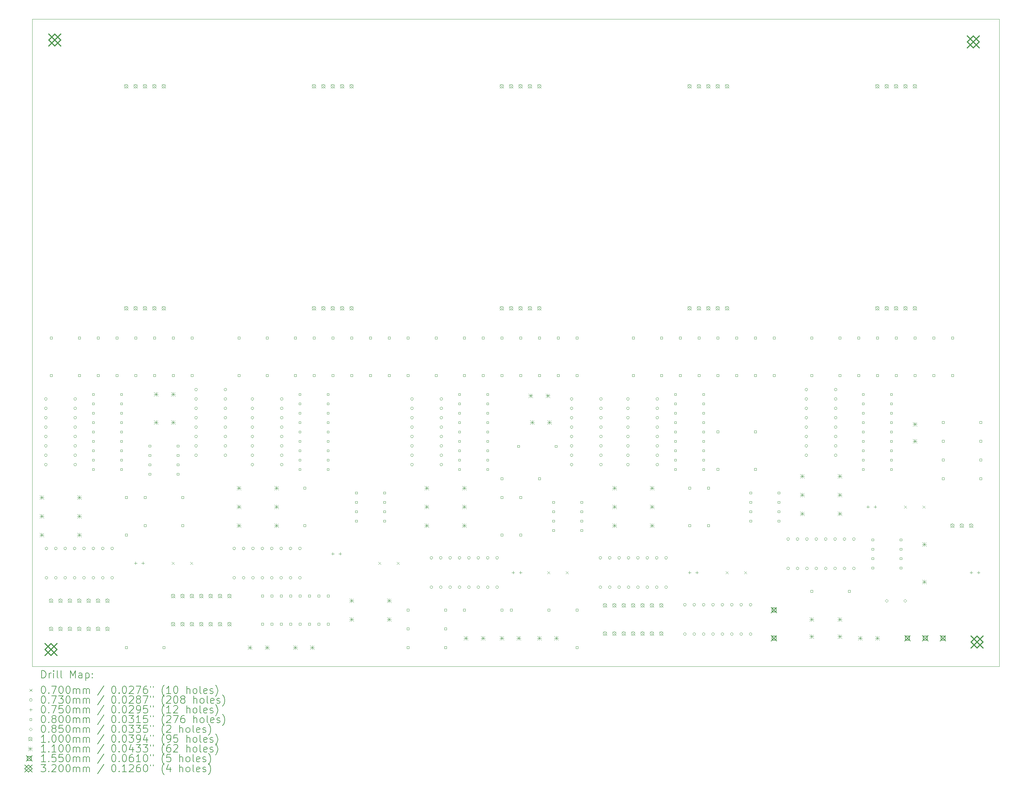
<source format=gbr>
%FSLAX45Y45*%
G04 Gerber Fmt 4.5, Leading zero omitted, Abs format (unit mm)*
G04 Created by KiCad (PCBNEW (6.0.2)) date 2022-04-29 17:41:05*
%MOMM*%
%LPD*%
G01*
G04 APERTURE LIST*
%TA.AperFunction,Profile*%
%ADD10C,0.100000*%
%TD*%
%ADD11C,0.200000*%
%ADD12C,0.070000*%
%ADD13C,0.073000*%
%ADD14C,0.075000*%
%ADD15C,0.080000*%
%ADD16C,0.085000*%
%ADD17C,0.100000*%
%ADD18C,0.110000*%
%ADD19C,0.155000*%
%ADD20C,0.320000*%
G04 APERTURE END LIST*
D10*
X28956000Y-2032000D02*
X28956000Y-19558000D01*
X2794000Y-2032000D02*
X28956000Y-2032000D01*
X2794000Y-19558000D02*
X2794000Y-2032000D01*
X28956000Y-19558000D02*
X2794000Y-19558000D01*
X28956000Y-18034000D02*
X28956000Y-18034000D01*
D11*
D12*
X6569000Y-16729000D02*
X6639000Y-16799000D01*
X6639000Y-16729000D02*
X6569000Y-16799000D01*
X7069000Y-16729000D02*
X7139000Y-16799000D01*
X7139000Y-16729000D02*
X7069000Y-16799000D01*
X12157000Y-16729000D02*
X12227000Y-16799000D01*
X12227000Y-16729000D02*
X12157000Y-16799000D01*
X12657000Y-16729000D02*
X12727000Y-16799000D01*
X12727000Y-16729000D02*
X12657000Y-16799000D01*
X16729000Y-16983000D02*
X16799000Y-17053000D01*
X16799000Y-16983000D02*
X16729000Y-17053000D01*
X17229000Y-16983000D02*
X17299000Y-17053000D01*
X17299000Y-16983000D02*
X17229000Y-17053000D01*
X21555000Y-16983000D02*
X21625000Y-17053000D01*
X21625000Y-16983000D02*
X21555000Y-17053000D01*
X22055000Y-16983000D02*
X22125000Y-17053000D01*
X22125000Y-16983000D02*
X22055000Y-17053000D01*
X26381000Y-15205000D02*
X26451000Y-15275000D01*
X26451000Y-15205000D02*
X26381000Y-15275000D01*
X26881000Y-15205000D02*
X26951000Y-15275000D01*
X26951000Y-15205000D02*
X26881000Y-15275000D01*
D13*
X3195500Y-12319000D02*
G75*
G03*
X3195500Y-12319000I-36500J0D01*
G01*
X3195500Y-12573000D02*
G75*
G03*
X3195500Y-12573000I-36500J0D01*
G01*
X3195500Y-12827000D02*
G75*
G03*
X3195500Y-12827000I-36500J0D01*
G01*
X3195500Y-13081000D02*
G75*
G03*
X3195500Y-13081000I-36500J0D01*
G01*
X3195500Y-13335000D02*
G75*
G03*
X3195500Y-13335000I-36500J0D01*
G01*
X3195500Y-13589000D02*
G75*
G03*
X3195500Y-13589000I-36500J0D01*
G01*
X3195500Y-13843000D02*
G75*
G03*
X3195500Y-13843000I-36500J0D01*
G01*
X3195500Y-14097000D02*
G75*
G03*
X3195500Y-14097000I-36500J0D01*
G01*
X3211500Y-16367000D02*
G75*
G03*
X3211500Y-16367000I-36500J0D01*
G01*
X3211500Y-17161000D02*
G75*
G03*
X3211500Y-17161000I-36500J0D01*
G01*
X3465500Y-16367000D02*
G75*
G03*
X3465500Y-16367000I-36500J0D01*
G01*
X3465500Y-17161000D02*
G75*
G03*
X3465500Y-17161000I-36500J0D01*
G01*
X3719500Y-16367000D02*
G75*
G03*
X3719500Y-16367000I-36500J0D01*
G01*
X3719500Y-17161000D02*
G75*
G03*
X3719500Y-17161000I-36500J0D01*
G01*
X3973500Y-16367000D02*
G75*
G03*
X3973500Y-16367000I-36500J0D01*
G01*
X3973500Y-17161000D02*
G75*
G03*
X3973500Y-17161000I-36500J0D01*
G01*
X3989500Y-12319000D02*
G75*
G03*
X3989500Y-12319000I-36500J0D01*
G01*
X3989500Y-12573000D02*
G75*
G03*
X3989500Y-12573000I-36500J0D01*
G01*
X3989500Y-12827000D02*
G75*
G03*
X3989500Y-12827000I-36500J0D01*
G01*
X3989500Y-13081000D02*
G75*
G03*
X3989500Y-13081000I-36500J0D01*
G01*
X3989500Y-13335000D02*
G75*
G03*
X3989500Y-13335000I-36500J0D01*
G01*
X3989500Y-13589000D02*
G75*
G03*
X3989500Y-13589000I-36500J0D01*
G01*
X3989500Y-13843000D02*
G75*
G03*
X3989500Y-13843000I-36500J0D01*
G01*
X3989500Y-14097000D02*
G75*
G03*
X3989500Y-14097000I-36500J0D01*
G01*
X4227500Y-16367000D02*
G75*
G03*
X4227500Y-16367000I-36500J0D01*
G01*
X4227500Y-17161000D02*
G75*
G03*
X4227500Y-17161000I-36500J0D01*
G01*
X4481500Y-16367000D02*
G75*
G03*
X4481500Y-16367000I-36500J0D01*
G01*
X4481500Y-17161000D02*
G75*
G03*
X4481500Y-17161000I-36500J0D01*
G01*
X4735500Y-16367000D02*
G75*
G03*
X4735500Y-16367000I-36500J0D01*
G01*
X4735500Y-17161000D02*
G75*
G03*
X4735500Y-17161000I-36500J0D01*
G01*
X4989500Y-16367000D02*
G75*
G03*
X4989500Y-16367000I-36500J0D01*
G01*
X4989500Y-17161000D02*
G75*
G03*
X4989500Y-17161000I-36500J0D01*
G01*
X7259500Y-12065000D02*
G75*
G03*
X7259500Y-12065000I-36500J0D01*
G01*
X7259500Y-12319000D02*
G75*
G03*
X7259500Y-12319000I-36500J0D01*
G01*
X7259500Y-12573000D02*
G75*
G03*
X7259500Y-12573000I-36500J0D01*
G01*
X7259500Y-12827000D02*
G75*
G03*
X7259500Y-12827000I-36500J0D01*
G01*
X7259500Y-13081000D02*
G75*
G03*
X7259500Y-13081000I-36500J0D01*
G01*
X7259500Y-13335000D02*
G75*
G03*
X7259500Y-13335000I-36500J0D01*
G01*
X7259500Y-13589000D02*
G75*
G03*
X7259500Y-13589000I-36500J0D01*
G01*
X7259500Y-13843000D02*
G75*
G03*
X7259500Y-13843000I-36500J0D01*
G01*
X8053500Y-12065000D02*
G75*
G03*
X8053500Y-12065000I-36500J0D01*
G01*
X8053500Y-12319000D02*
G75*
G03*
X8053500Y-12319000I-36500J0D01*
G01*
X8053500Y-12573000D02*
G75*
G03*
X8053500Y-12573000I-36500J0D01*
G01*
X8053500Y-12827000D02*
G75*
G03*
X8053500Y-12827000I-36500J0D01*
G01*
X8053500Y-13081000D02*
G75*
G03*
X8053500Y-13081000I-36500J0D01*
G01*
X8053500Y-13335000D02*
G75*
G03*
X8053500Y-13335000I-36500J0D01*
G01*
X8053500Y-13589000D02*
G75*
G03*
X8053500Y-13589000I-36500J0D01*
G01*
X8053500Y-13843000D02*
G75*
G03*
X8053500Y-13843000I-36500J0D01*
G01*
X8291500Y-16367000D02*
G75*
G03*
X8291500Y-16367000I-36500J0D01*
G01*
X8291500Y-17161000D02*
G75*
G03*
X8291500Y-17161000I-36500J0D01*
G01*
X8545500Y-16367000D02*
G75*
G03*
X8545500Y-16367000I-36500J0D01*
G01*
X8545500Y-17161000D02*
G75*
G03*
X8545500Y-17161000I-36500J0D01*
G01*
X8783500Y-12319000D02*
G75*
G03*
X8783500Y-12319000I-36500J0D01*
G01*
X8783500Y-12573000D02*
G75*
G03*
X8783500Y-12573000I-36500J0D01*
G01*
X8783500Y-12827000D02*
G75*
G03*
X8783500Y-12827000I-36500J0D01*
G01*
X8783500Y-13081000D02*
G75*
G03*
X8783500Y-13081000I-36500J0D01*
G01*
X8783500Y-13335000D02*
G75*
G03*
X8783500Y-13335000I-36500J0D01*
G01*
X8783500Y-13589000D02*
G75*
G03*
X8783500Y-13589000I-36500J0D01*
G01*
X8783500Y-13843000D02*
G75*
G03*
X8783500Y-13843000I-36500J0D01*
G01*
X8783500Y-14097000D02*
G75*
G03*
X8783500Y-14097000I-36500J0D01*
G01*
X8799500Y-16367000D02*
G75*
G03*
X8799500Y-16367000I-36500J0D01*
G01*
X8799500Y-17161000D02*
G75*
G03*
X8799500Y-17161000I-36500J0D01*
G01*
X9053500Y-16367000D02*
G75*
G03*
X9053500Y-16367000I-36500J0D01*
G01*
X9053500Y-17161000D02*
G75*
G03*
X9053500Y-17161000I-36500J0D01*
G01*
X9307500Y-16367000D02*
G75*
G03*
X9307500Y-16367000I-36500J0D01*
G01*
X9307500Y-17161000D02*
G75*
G03*
X9307500Y-17161000I-36500J0D01*
G01*
X9561500Y-16367000D02*
G75*
G03*
X9561500Y-16367000I-36500J0D01*
G01*
X9561500Y-17161000D02*
G75*
G03*
X9561500Y-17161000I-36500J0D01*
G01*
X9577500Y-12319000D02*
G75*
G03*
X9577500Y-12319000I-36500J0D01*
G01*
X9577500Y-12573000D02*
G75*
G03*
X9577500Y-12573000I-36500J0D01*
G01*
X9577500Y-12827000D02*
G75*
G03*
X9577500Y-12827000I-36500J0D01*
G01*
X9577500Y-13081000D02*
G75*
G03*
X9577500Y-13081000I-36500J0D01*
G01*
X9577500Y-13335000D02*
G75*
G03*
X9577500Y-13335000I-36500J0D01*
G01*
X9577500Y-13589000D02*
G75*
G03*
X9577500Y-13589000I-36500J0D01*
G01*
X9577500Y-13843000D02*
G75*
G03*
X9577500Y-13843000I-36500J0D01*
G01*
X9577500Y-14097000D02*
G75*
G03*
X9577500Y-14097000I-36500J0D01*
G01*
X9815500Y-16367000D02*
G75*
G03*
X9815500Y-16367000I-36500J0D01*
G01*
X9815500Y-17161000D02*
G75*
G03*
X9815500Y-17161000I-36500J0D01*
G01*
X10069500Y-16367000D02*
G75*
G03*
X10069500Y-16367000I-36500J0D01*
G01*
X10069500Y-17161000D02*
G75*
G03*
X10069500Y-17161000I-36500J0D01*
G01*
X13101500Y-12319000D02*
G75*
G03*
X13101500Y-12319000I-36500J0D01*
G01*
X13101500Y-12573000D02*
G75*
G03*
X13101500Y-12573000I-36500J0D01*
G01*
X13101500Y-12827000D02*
G75*
G03*
X13101500Y-12827000I-36500J0D01*
G01*
X13101500Y-13081000D02*
G75*
G03*
X13101500Y-13081000I-36500J0D01*
G01*
X13101500Y-13335000D02*
G75*
G03*
X13101500Y-13335000I-36500J0D01*
G01*
X13101500Y-13589000D02*
G75*
G03*
X13101500Y-13589000I-36500J0D01*
G01*
X13101500Y-13843000D02*
G75*
G03*
X13101500Y-13843000I-36500J0D01*
G01*
X13101500Y-14097000D02*
G75*
G03*
X13101500Y-14097000I-36500J0D01*
G01*
X13625500Y-16621000D02*
G75*
G03*
X13625500Y-16621000I-36500J0D01*
G01*
X13625500Y-17415000D02*
G75*
G03*
X13625500Y-17415000I-36500J0D01*
G01*
X13879500Y-16621000D02*
G75*
G03*
X13879500Y-16621000I-36500J0D01*
G01*
X13879500Y-17415000D02*
G75*
G03*
X13879500Y-17415000I-36500J0D01*
G01*
X13895500Y-12319000D02*
G75*
G03*
X13895500Y-12319000I-36500J0D01*
G01*
X13895500Y-12573000D02*
G75*
G03*
X13895500Y-12573000I-36500J0D01*
G01*
X13895500Y-12827000D02*
G75*
G03*
X13895500Y-12827000I-36500J0D01*
G01*
X13895500Y-13081000D02*
G75*
G03*
X13895500Y-13081000I-36500J0D01*
G01*
X13895500Y-13335000D02*
G75*
G03*
X13895500Y-13335000I-36500J0D01*
G01*
X13895500Y-13589000D02*
G75*
G03*
X13895500Y-13589000I-36500J0D01*
G01*
X13895500Y-13843000D02*
G75*
G03*
X13895500Y-13843000I-36500J0D01*
G01*
X13895500Y-14097000D02*
G75*
G03*
X13895500Y-14097000I-36500J0D01*
G01*
X14133500Y-16621000D02*
G75*
G03*
X14133500Y-16621000I-36500J0D01*
G01*
X14133500Y-17415000D02*
G75*
G03*
X14133500Y-17415000I-36500J0D01*
G01*
X14387500Y-16621000D02*
G75*
G03*
X14387500Y-16621000I-36500J0D01*
G01*
X14387500Y-17415000D02*
G75*
G03*
X14387500Y-17415000I-36500J0D01*
G01*
X14641500Y-16621000D02*
G75*
G03*
X14641500Y-16621000I-36500J0D01*
G01*
X14641500Y-17415000D02*
G75*
G03*
X14641500Y-17415000I-36500J0D01*
G01*
X14895500Y-16621000D02*
G75*
G03*
X14895500Y-16621000I-36500J0D01*
G01*
X14895500Y-17415000D02*
G75*
G03*
X14895500Y-17415000I-36500J0D01*
G01*
X15149500Y-16621000D02*
G75*
G03*
X15149500Y-16621000I-36500J0D01*
G01*
X15149500Y-17415000D02*
G75*
G03*
X15149500Y-17415000I-36500J0D01*
G01*
X15403500Y-16621000D02*
G75*
G03*
X15403500Y-16621000I-36500J0D01*
G01*
X15403500Y-17415000D02*
G75*
G03*
X15403500Y-17415000I-36500J0D01*
G01*
X17419500Y-12319000D02*
G75*
G03*
X17419500Y-12319000I-36500J0D01*
G01*
X17419500Y-12573000D02*
G75*
G03*
X17419500Y-12573000I-36500J0D01*
G01*
X17419500Y-12827000D02*
G75*
G03*
X17419500Y-12827000I-36500J0D01*
G01*
X17419500Y-13081000D02*
G75*
G03*
X17419500Y-13081000I-36500J0D01*
G01*
X17419500Y-13335000D02*
G75*
G03*
X17419500Y-13335000I-36500J0D01*
G01*
X17419500Y-13589000D02*
G75*
G03*
X17419500Y-13589000I-36500J0D01*
G01*
X17419500Y-13843000D02*
G75*
G03*
X17419500Y-13843000I-36500J0D01*
G01*
X17419500Y-14097000D02*
G75*
G03*
X17419500Y-14097000I-36500J0D01*
G01*
X18197500Y-16621000D02*
G75*
G03*
X18197500Y-16621000I-36500J0D01*
G01*
X18197500Y-17415000D02*
G75*
G03*
X18197500Y-17415000I-36500J0D01*
G01*
X18213500Y-12319000D02*
G75*
G03*
X18213500Y-12319000I-36500J0D01*
G01*
X18213500Y-12573000D02*
G75*
G03*
X18213500Y-12573000I-36500J0D01*
G01*
X18213500Y-12827000D02*
G75*
G03*
X18213500Y-12827000I-36500J0D01*
G01*
X18213500Y-13081000D02*
G75*
G03*
X18213500Y-13081000I-36500J0D01*
G01*
X18213500Y-13335000D02*
G75*
G03*
X18213500Y-13335000I-36500J0D01*
G01*
X18213500Y-13589000D02*
G75*
G03*
X18213500Y-13589000I-36500J0D01*
G01*
X18213500Y-13843000D02*
G75*
G03*
X18213500Y-13843000I-36500J0D01*
G01*
X18213500Y-14097000D02*
G75*
G03*
X18213500Y-14097000I-36500J0D01*
G01*
X18451500Y-16621000D02*
G75*
G03*
X18451500Y-16621000I-36500J0D01*
G01*
X18451500Y-17415000D02*
G75*
G03*
X18451500Y-17415000I-36500J0D01*
G01*
X18705500Y-16621000D02*
G75*
G03*
X18705500Y-16621000I-36500J0D01*
G01*
X18705500Y-17415000D02*
G75*
G03*
X18705500Y-17415000I-36500J0D01*
G01*
X18943500Y-12319000D02*
G75*
G03*
X18943500Y-12319000I-36500J0D01*
G01*
X18943500Y-12573000D02*
G75*
G03*
X18943500Y-12573000I-36500J0D01*
G01*
X18943500Y-12827000D02*
G75*
G03*
X18943500Y-12827000I-36500J0D01*
G01*
X18943500Y-13081000D02*
G75*
G03*
X18943500Y-13081000I-36500J0D01*
G01*
X18943500Y-13335000D02*
G75*
G03*
X18943500Y-13335000I-36500J0D01*
G01*
X18943500Y-13589000D02*
G75*
G03*
X18943500Y-13589000I-36500J0D01*
G01*
X18943500Y-13843000D02*
G75*
G03*
X18943500Y-13843000I-36500J0D01*
G01*
X18943500Y-14097000D02*
G75*
G03*
X18943500Y-14097000I-36500J0D01*
G01*
X18959500Y-16621000D02*
G75*
G03*
X18959500Y-16621000I-36500J0D01*
G01*
X18959500Y-17415000D02*
G75*
G03*
X18959500Y-17415000I-36500J0D01*
G01*
X19213500Y-16621000D02*
G75*
G03*
X19213500Y-16621000I-36500J0D01*
G01*
X19213500Y-17415000D02*
G75*
G03*
X19213500Y-17415000I-36500J0D01*
G01*
X19467500Y-16621000D02*
G75*
G03*
X19467500Y-16621000I-36500J0D01*
G01*
X19467500Y-17415000D02*
G75*
G03*
X19467500Y-17415000I-36500J0D01*
G01*
X19721500Y-16621000D02*
G75*
G03*
X19721500Y-16621000I-36500J0D01*
G01*
X19721500Y-17415000D02*
G75*
G03*
X19721500Y-17415000I-36500J0D01*
G01*
X19737500Y-12319000D02*
G75*
G03*
X19737500Y-12319000I-36500J0D01*
G01*
X19737500Y-12573000D02*
G75*
G03*
X19737500Y-12573000I-36500J0D01*
G01*
X19737500Y-12827000D02*
G75*
G03*
X19737500Y-12827000I-36500J0D01*
G01*
X19737500Y-13081000D02*
G75*
G03*
X19737500Y-13081000I-36500J0D01*
G01*
X19737500Y-13335000D02*
G75*
G03*
X19737500Y-13335000I-36500J0D01*
G01*
X19737500Y-13589000D02*
G75*
G03*
X19737500Y-13589000I-36500J0D01*
G01*
X19737500Y-13843000D02*
G75*
G03*
X19737500Y-13843000I-36500J0D01*
G01*
X19737500Y-14097000D02*
G75*
G03*
X19737500Y-14097000I-36500J0D01*
G01*
X19975500Y-16621000D02*
G75*
G03*
X19975500Y-16621000I-36500J0D01*
G01*
X19975500Y-17415000D02*
G75*
G03*
X19975500Y-17415000I-36500J0D01*
G01*
X20483500Y-17891000D02*
G75*
G03*
X20483500Y-17891000I-36500J0D01*
G01*
X20483500Y-18685000D02*
G75*
G03*
X20483500Y-18685000I-36500J0D01*
G01*
X20737500Y-17891000D02*
G75*
G03*
X20737500Y-17891000I-36500J0D01*
G01*
X20737500Y-18685000D02*
G75*
G03*
X20737500Y-18685000I-36500J0D01*
G01*
X20991500Y-17891000D02*
G75*
G03*
X20991500Y-17891000I-36500J0D01*
G01*
X20991500Y-18685000D02*
G75*
G03*
X20991500Y-18685000I-36500J0D01*
G01*
X21245500Y-17891000D02*
G75*
G03*
X21245500Y-17891000I-36500J0D01*
G01*
X21245500Y-18685000D02*
G75*
G03*
X21245500Y-18685000I-36500J0D01*
G01*
X21499500Y-17891000D02*
G75*
G03*
X21499500Y-17891000I-36500J0D01*
G01*
X21499500Y-18685000D02*
G75*
G03*
X21499500Y-18685000I-36500J0D01*
G01*
X21753500Y-17891000D02*
G75*
G03*
X21753500Y-17891000I-36500J0D01*
G01*
X21753500Y-18685000D02*
G75*
G03*
X21753500Y-18685000I-36500J0D01*
G01*
X22007500Y-17891000D02*
G75*
G03*
X22007500Y-17891000I-36500J0D01*
G01*
X22007500Y-18685000D02*
G75*
G03*
X22007500Y-18685000I-36500J0D01*
G01*
X22261500Y-17891000D02*
G75*
G03*
X22261500Y-17891000I-36500J0D01*
G01*
X22261500Y-18685000D02*
G75*
G03*
X22261500Y-18685000I-36500J0D01*
G01*
X23277500Y-16113000D02*
G75*
G03*
X23277500Y-16113000I-36500J0D01*
G01*
X23277500Y-16907000D02*
G75*
G03*
X23277500Y-16907000I-36500J0D01*
G01*
X23531500Y-16113000D02*
G75*
G03*
X23531500Y-16113000I-36500J0D01*
G01*
X23531500Y-16907000D02*
G75*
G03*
X23531500Y-16907000I-36500J0D01*
G01*
X23769500Y-12065000D02*
G75*
G03*
X23769500Y-12065000I-36500J0D01*
G01*
X23769500Y-12319000D02*
G75*
G03*
X23769500Y-12319000I-36500J0D01*
G01*
X23769500Y-12573000D02*
G75*
G03*
X23769500Y-12573000I-36500J0D01*
G01*
X23769500Y-12827000D02*
G75*
G03*
X23769500Y-12827000I-36500J0D01*
G01*
X23769500Y-13081000D02*
G75*
G03*
X23769500Y-13081000I-36500J0D01*
G01*
X23769500Y-13335000D02*
G75*
G03*
X23769500Y-13335000I-36500J0D01*
G01*
X23769500Y-13589000D02*
G75*
G03*
X23769500Y-13589000I-36500J0D01*
G01*
X23769500Y-13843000D02*
G75*
G03*
X23769500Y-13843000I-36500J0D01*
G01*
X23785500Y-16113000D02*
G75*
G03*
X23785500Y-16113000I-36500J0D01*
G01*
X23785500Y-16907000D02*
G75*
G03*
X23785500Y-16907000I-36500J0D01*
G01*
X24039500Y-16113000D02*
G75*
G03*
X24039500Y-16113000I-36500J0D01*
G01*
X24039500Y-16907000D02*
G75*
G03*
X24039500Y-16907000I-36500J0D01*
G01*
X24293500Y-16113000D02*
G75*
G03*
X24293500Y-16113000I-36500J0D01*
G01*
X24293500Y-16907000D02*
G75*
G03*
X24293500Y-16907000I-36500J0D01*
G01*
X24547500Y-16113000D02*
G75*
G03*
X24547500Y-16113000I-36500J0D01*
G01*
X24547500Y-16907000D02*
G75*
G03*
X24547500Y-16907000I-36500J0D01*
G01*
X24563500Y-12065000D02*
G75*
G03*
X24563500Y-12065000I-36500J0D01*
G01*
X24563500Y-12319000D02*
G75*
G03*
X24563500Y-12319000I-36500J0D01*
G01*
X24563500Y-12573000D02*
G75*
G03*
X24563500Y-12573000I-36500J0D01*
G01*
X24563500Y-12827000D02*
G75*
G03*
X24563500Y-12827000I-36500J0D01*
G01*
X24563500Y-13081000D02*
G75*
G03*
X24563500Y-13081000I-36500J0D01*
G01*
X24563500Y-13335000D02*
G75*
G03*
X24563500Y-13335000I-36500J0D01*
G01*
X24563500Y-13589000D02*
G75*
G03*
X24563500Y-13589000I-36500J0D01*
G01*
X24563500Y-13843000D02*
G75*
G03*
X24563500Y-13843000I-36500J0D01*
G01*
X24801500Y-16113000D02*
G75*
G03*
X24801500Y-16113000I-36500J0D01*
G01*
X24801500Y-16907000D02*
G75*
G03*
X24801500Y-16907000I-36500J0D01*
G01*
X25055500Y-16113000D02*
G75*
G03*
X25055500Y-16113000I-36500J0D01*
G01*
X25055500Y-16907000D02*
G75*
G03*
X25055500Y-16907000I-36500J0D01*
G01*
D14*
X5588000Y-16726500D02*
X5588000Y-16801500D01*
X5550500Y-16764000D02*
X5625500Y-16764000D01*
X5788000Y-16726500D02*
X5788000Y-16801500D01*
X5750500Y-16764000D02*
X5825500Y-16764000D01*
X10922000Y-16472500D02*
X10922000Y-16547500D01*
X10884500Y-16510000D02*
X10959500Y-16510000D01*
X11122000Y-16472500D02*
X11122000Y-16547500D01*
X11084500Y-16510000D02*
X11159500Y-16510000D01*
X15802000Y-16980500D02*
X15802000Y-17055500D01*
X15764500Y-17018000D02*
X15839500Y-17018000D01*
X16002000Y-16980500D02*
X16002000Y-17055500D01*
X15964500Y-17018000D02*
X16039500Y-17018000D01*
X20574000Y-16980500D02*
X20574000Y-17055500D01*
X20536500Y-17018000D02*
X20611500Y-17018000D01*
X20774000Y-16980500D02*
X20774000Y-17055500D01*
X20736500Y-17018000D02*
X20811500Y-17018000D01*
X25400000Y-15202500D02*
X25400000Y-15277500D01*
X25362500Y-15240000D02*
X25437500Y-15240000D01*
X25600000Y-15202500D02*
X25600000Y-15277500D01*
X25562500Y-15240000D02*
X25637500Y-15240000D01*
X28194000Y-16980500D02*
X28194000Y-17055500D01*
X28156500Y-17018000D02*
X28231500Y-17018000D01*
X28394000Y-16980500D02*
X28394000Y-17055500D01*
X28356500Y-17018000D02*
X28431500Y-17018000D01*
D15*
X3330284Y-10696285D02*
X3330284Y-10639716D01*
X3273715Y-10639716D01*
X3273715Y-10696285D01*
X3330284Y-10696285D01*
X3330284Y-11712284D02*
X3330284Y-11655715D01*
X3273715Y-11655715D01*
X3273715Y-11712284D01*
X3330284Y-11712284D01*
X4092284Y-10696285D02*
X4092284Y-10639716D01*
X4035715Y-10639716D01*
X4035715Y-10696285D01*
X4092284Y-10696285D01*
X4092284Y-11712284D02*
X4092284Y-11655715D01*
X4035715Y-11655715D01*
X4035715Y-11712284D01*
X4092284Y-11712284D01*
X4471785Y-12221284D02*
X4471785Y-12164715D01*
X4415216Y-12164715D01*
X4415216Y-12221284D01*
X4471785Y-12221284D01*
X4471785Y-12475284D02*
X4471785Y-12418715D01*
X4415216Y-12418715D01*
X4415216Y-12475284D01*
X4471785Y-12475284D01*
X4471785Y-12729284D02*
X4471785Y-12672715D01*
X4415216Y-12672715D01*
X4415216Y-12729284D01*
X4471785Y-12729284D01*
X4471785Y-12983284D02*
X4471785Y-12926715D01*
X4415216Y-12926715D01*
X4415216Y-12983284D01*
X4471785Y-12983284D01*
X4471785Y-13237284D02*
X4471785Y-13180715D01*
X4415216Y-13180715D01*
X4415216Y-13237284D01*
X4471785Y-13237284D01*
X4471785Y-13491284D02*
X4471785Y-13434715D01*
X4415216Y-13434715D01*
X4415216Y-13491284D01*
X4471785Y-13491284D01*
X4471785Y-13745284D02*
X4471785Y-13688715D01*
X4415216Y-13688715D01*
X4415216Y-13745284D01*
X4471785Y-13745284D01*
X4471785Y-13999284D02*
X4471785Y-13942715D01*
X4415216Y-13942715D01*
X4415216Y-13999284D01*
X4471785Y-13999284D01*
X4471785Y-14253284D02*
X4471785Y-14196715D01*
X4415216Y-14196715D01*
X4415216Y-14253284D01*
X4471785Y-14253284D01*
X4600285Y-10696285D02*
X4600285Y-10639716D01*
X4543716Y-10639716D01*
X4543716Y-10696285D01*
X4600285Y-10696285D01*
X4600285Y-11712284D02*
X4600285Y-11655715D01*
X4543716Y-11655715D01*
X4543716Y-11712284D01*
X4600285Y-11712284D01*
X5108285Y-10696285D02*
X5108285Y-10639716D01*
X5051716Y-10639716D01*
X5051716Y-10696285D01*
X5108285Y-10696285D01*
X5108285Y-11712284D02*
X5108285Y-11655715D01*
X5051716Y-11655715D01*
X5051716Y-11712284D01*
X5108285Y-11712284D01*
X5233785Y-12221284D02*
X5233785Y-12164715D01*
X5177216Y-12164715D01*
X5177216Y-12221284D01*
X5233785Y-12221284D01*
X5233785Y-12475284D02*
X5233785Y-12418715D01*
X5177216Y-12418715D01*
X5177216Y-12475284D01*
X5233785Y-12475284D01*
X5233785Y-12729284D02*
X5233785Y-12672715D01*
X5177216Y-12672715D01*
X5177216Y-12729284D01*
X5233785Y-12729284D01*
X5233785Y-12983284D02*
X5233785Y-12926715D01*
X5177216Y-12926715D01*
X5177216Y-12983284D01*
X5233785Y-12983284D01*
X5233785Y-13237284D02*
X5233785Y-13180715D01*
X5177216Y-13180715D01*
X5177216Y-13237284D01*
X5233785Y-13237284D01*
X5233785Y-13491284D02*
X5233785Y-13434715D01*
X5177216Y-13434715D01*
X5177216Y-13491284D01*
X5233785Y-13491284D01*
X5233785Y-13745284D02*
X5233785Y-13688715D01*
X5177216Y-13688715D01*
X5177216Y-13745284D01*
X5233785Y-13745284D01*
X5233785Y-13999284D02*
X5233785Y-13942715D01*
X5177216Y-13942715D01*
X5177216Y-13999284D01*
X5233785Y-13999284D01*
X5233785Y-14253284D02*
X5233785Y-14196715D01*
X5177216Y-14196715D01*
X5177216Y-14253284D01*
X5233785Y-14253284D01*
X5362285Y-15014284D02*
X5362285Y-14957715D01*
X5305716Y-14957715D01*
X5305716Y-15014284D01*
X5362285Y-15014284D01*
X5362285Y-16030284D02*
X5362285Y-15973715D01*
X5305716Y-15973715D01*
X5305716Y-16030284D01*
X5362285Y-16030284D01*
X5362285Y-19078285D02*
X5362285Y-19021716D01*
X5305716Y-19021716D01*
X5305716Y-19078285D01*
X5362285Y-19078285D01*
X5616284Y-10696285D02*
X5616284Y-10639716D01*
X5559716Y-10639716D01*
X5559716Y-10696285D01*
X5616284Y-10696285D01*
X5616284Y-11712284D02*
X5616284Y-11655715D01*
X5559716Y-11655715D01*
X5559716Y-11712284D01*
X5616284Y-11712284D01*
X5870284Y-15014284D02*
X5870284Y-14957715D01*
X5813715Y-14957715D01*
X5813715Y-15014284D01*
X5870284Y-15014284D01*
X5870284Y-15776284D02*
X5870284Y-15719715D01*
X5813715Y-15719715D01*
X5813715Y-15776284D01*
X5870284Y-15776284D01*
X5998284Y-13618284D02*
X5998284Y-13561715D01*
X5941715Y-13561715D01*
X5941715Y-13618284D01*
X5998284Y-13618284D01*
X5998284Y-13872284D02*
X5998284Y-13815715D01*
X5941715Y-13815715D01*
X5941715Y-13872284D01*
X5998284Y-13872284D01*
X5998284Y-14126284D02*
X5998284Y-14069715D01*
X5941715Y-14069715D01*
X5941715Y-14126284D01*
X5998284Y-14126284D01*
X5998284Y-14380284D02*
X5998284Y-14323715D01*
X5941715Y-14323715D01*
X5941715Y-14380284D01*
X5998284Y-14380284D01*
X6124284Y-10696285D02*
X6124284Y-10639716D01*
X6067715Y-10639716D01*
X6067715Y-10696285D01*
X6124284Y-10696285D01*
X6124284Y-11712284D02*
X6124284Y-11655715D01*
X6067715Y-11655715D01*
X6067715Y-11712284D01*
X6124284Y-11712284D01*
X6378284Y-19078285D02*
X6378284Y-19021716D01*
X6321715Y-19021716D01*
X6321715Y-19078285D01*
X6378284Y-19078285D01*
X6632284Y-10696285D02*
X6632284Y-10639716D01*
X6575715Y-10639716D01*
X6575715Y-10696285D01*
X6632284Y-10696285D01*
X6632284Y-11712284D02*
X6632284Y-11655715D01*
X6575715Y-11655715D01*
X6575715Y-11712284D01*
X6632284Y-11712284D01*
X6760284Y-13618284D02*
X6760284Y-13561715D01*
X6703715Y-13561715D01*
X6703715Y-13618284D01*
X6760284Y-13618284D01*
X6760284Y-13872284D02*
X6760284Y-13815715D01*
X6703715Y-13815715D01*
X6703715Y-13872284D01*
X6760284Y-13872284D01*
X6760284Y-14126284D02*
X6760284Y-14069715D01*
X6703715Y-14069715D01*
X6703715Y-14126284D01*
X6760284Y-14126284D01*
X6760284Y-14380284D02*
X6760284Y-14323715D01*
X6703715Y-14323715D01*
X6703715Y-14380284D01*
X6760284Y-14380284D01*
X6886284Y-15014284D02*
X6886284Y-14957715D01*
X6829715Y-14957715D01*
X6829715Y-15014284D01*
X6886284Y-15014284D01*
X6886284Y-15776284D02*
X6886284Y-15719715D01*
X6829715Y-15719715D01*
X6829715Y-15776284D01*
X6886284Y-15776284D01*
X7140284Y-10696285D02*
X7140284Y-10639716D01*
X7083715Y-10639716D01*
X7083715Y-10696285D01*
X7140284Y-10696285D01*
X7140284Y-11712284D02*
X7140284Y-11655715D01*
X7083715Y-11655715D01*
X7083715Y-11712284D01*
X7140284Y-11712284D01*
X8410285Y-10696285D02*
X8410285Y-10639716D01*
X8353715Y-10639716D01*
X8353715Y-10696285D01*
X8410285Y-10696285D01*
X8410285Y-11712284D02*
X8410285Y-11655715D01*
X8353715Y-11655715D01*
X8353715Y-11712284D01*
X8410285Y-11712284D01*
X9046785Y-17680285D02*
X9046785Y-17623716D01*
X8990216Y-17623716D01*
X8990216Y-17680285D01*
X9046785Y-17680285D01*
X9046785Y-18442285D02*
X9046785Y-18385716D01*
X8990216Y-18385716D01*
X8990216Y-18442285D01*
X9046785Y-18442285D01*
X9172285Y-10696285D02*
X9172285Y-10639716D01*
X9115716Y-10639716D01*
X9115716Y-10696285D01*
X9172285Y-10696285D01*
X9172285Y-11712284D02*
X9172285Y-11655715D01*
X9115716Y-11655715D01*
X9115716Y-11712284D01*
X9172285Y-11712284D01*
X9300785Y-17680285D02*
X9300785Y-17623716D01*
X9244216Y-17623716D01*
X9244216Y-17680285D01*
X9300785Y-17680285D01*
X9300785Y-18442285D02*
X9300785Y-18385716D01*
X9244216Y-18385716D01*
X9244216Y-18442285D01*
X9300785Y-18442285D01*
X9554785Y-17680285D02*
X9554785Y-17623716D01*
X9498216Y-17623716D01*
X9498216Y-17680285D01*
X9554785Y-17680285D01*
X9554785Y-18442285D02*
X9554785Y-18385716D01*
X9498216Y-18385716D01*
X9498216Y-18442285D01*
X9554785Y-18442285D01*
X9808785Y-17680285D02*
X9808785Y-17623716D01*
X9752216Y-17623716D01*
X9752216Y-17680285D01*
X9808785Y-17680285D01*
X9808785Y-18442285D02*
X9808785Y-18385716D01*
X9752216Y-18385716D01*
X9752216Y-18442285D01*
X9808785Y-18442285D01*
X9934285Y-10696285D02*
X9934285Y-10639716D01*
X9877716Y-10639716D01*
X9877716Y-10696285D01*
X9934285Y-10696285D01*
X9934285Y-11712284D02*
X9934285Y-11655715D01*
X9877716Y-11655715D01*
X9877716Y-11712284D01*
X9934285Y-11712284D01*
X10059785Y-12221284D02*
X10059785Y-12164715D01*
X10003216Y-12164715D01*
X10003216Y-12221284D01*
X10059785Y-12221284D01*
X10059785Y-12475284D02*
X10059785Y-12418715D01*
X10003216Y-12418715D01*
X10003216Y-12475284D01*
X10059785Y-12475284D01*
X10059785Y-12729284D02*
X10059785Y-12672715D01*
X10003216Y-12672715D01*
X10003216Y-12729284D01*
X10059785Y-12729284D01*
X10059785Y-12983284D02*
X10059785Y-12926715D01*
X10003216Y-12926715D01*
X10003216Y-12983284D01*
X10059785Y-12983284D01*
X10059785Y-13237284D02*
X10059785Y-13180715D01*
X10003216Y-13180715D01*
X10003216Y-13237284D01*
X10059785Y-13237284D01*
X10059785Y-13491284D02*
X10059785Y-13434715D01*
X10003216Y-13434715D01*
X10003216Y-13491284D01*
X10059785Y-13491284D01*
X10059785Y-13745284D02*
X10059785Y-13688715D01*
X10003216Y-13688715D01*
X10003216Y-13745284D01*
X10059785Y-13745284D01*
X10059785Y-13999284D02*
X10059785Y-13942715D01*
X10003216Y-13942715D01*
X10003216Y-13999284D01*
X10059785Y-13999284D01*
X10059785Y-14253284D02*
X10059785Y-14196715D01*
X10003216Y-14196715D01*
X10003216Y-14253284D01*
X10059785Y-14253284D01*
X10062785Y-17680285D02*
X10062785Y-17623716D01*
X10006216Y-17623716D01*
X10006216Y-17680285D01*
X10062785Y-17680285D01*
X10062785Y-18442285D02*
X10062785Y-18385716D01*
X10006216Y-18385716D01*
X10006216Y-18442285D01*
X10062785Y-18442285D01*
X10188285Y-14760284D02*
X10188285Y-14703715D01*
X10131716Y-14703715D01*
X10131716Y-14760284D01*
X10188285Y-14760284D01*
X10188285Y-15776284D02*
X10188285Y-15719715D01*
X10131716Y-15719715D01*
X10131716Y-15776284D01*
X10188285Y-15776284D01*
X10316785Y-17680285D02*
X10316785Y-17623716D01*
X10260216Y-17623716D01*
X10260216Y-17680285D01*
X10316785Y-17680285D01*
X10316785Y-18442285D02*
X10316785Y-18385716D01*
X10260216Y-18385716D01*
X10260216Y-18442285D01*
X10316785Y-18442285D01*
X10442285Y-10696285D02*
X10442285Y-10639716D01*
X10385716Y-10639716D01*
X10385716Y-10696285D01*
X10442285Y-10696285D01*
X10442285Y-11712284D02*
X10442285Y-11655715D01*
X10385716Y-11655715D01*
X10385716Y-11712284D01*
X10442285Y-11712284D01*
X10570785Y-17680285D02*
X10570785Y-17623716D01*
X10514216Y-17623716D01*
X10514216Y-17680285D01*
X10570785Y-17680285D01*
X10570785Y-18442285D02*
X10570785Y-18385716D01*
X10514216Y-18385716D01*
X10514216Y-18442285D01*
X10570785Y-18442285D01*
X10821785Y-12221284D02*
X10821785Y-12164715D01*
X10765216Y-12164715D01*
X10765216Y-12221284D01*
X10821785Y-12221284D01*
X10821785Y-12475284D02*
X10821785Y-12418715D01*
X10765216Y-12418715D01*
X10765216Y-12475284D01*
X10821785Y-12475284D01*
X10821785Y-12729284D02*
X10821785Y-12672715D01*
X10765216Y-12672715D01*
X10765216Y-12729284D01*
X10821785Y-12729284D01*
X10821785Y-12983284D02*
X10821785Y-12926715D01*
X10765216Y-12926715D01*
X10765216Y-12983284D01*
X10821785Y-12983284D01*
X10821785Y-13237284D02*
X10821785Y-13180715D01*
X10765216Y-13180715D01*
X10765216Y-13237284D01*
X10821785Y-13237284D01*
X10821785Y-13491284D02*
X10821785Y-13434715D01*
X10765216Y-13434715D01*
X10765216Y-13491284D01*
X10821785Y-13491284D01*
X10821785Y-13745284D02*
X10821785Y-13688715D01*
X10765216Y-13688715D01*
X10765216Y-13745284D01*
X10821785Y-13745284D01*
X10821785Y-13999284D02*
X10821785Y-13942715D01*
X10765216Y-13942715D01*
X10765216Y-13999284D01*
X10821785Y-13999284D01*
X10821785Y-14253284D02*
X10821785Y-14196715D01*
X10765216Y-14196715D01*
X10765216Y-14253284D01*
X10821785Y-14253284D01*
X10824785Y-17680285D02*
X10824785Y-17623716D01*
X10768216Y-17623716D01*
X10768216Y-17680285D01*
X10824785Y-17680285D01*
X10824785Y-18442285D02*
X10824785Y-18385716D01*
X10768216Y-18385716D01*
X10768216Y-18442285D01*
X10824785Y-18442285D01*
X10950285Y-10696285D02*
X10950285Y-10639716D01*
X10893716Y-10639716D01*
X10893716Y-10696285D01*
X10950285Y-10696285D01*
X10950285Y-11712284D02*
X10950285Y-11655715D01*
X10893716Y-11655715D01*
X10893716Y-11712284D01*
X10950285Y-11712284D01*
X11458284Y-10696285D02*
X11458284Y-10639716D01*
X11401715Y-10639716D01*
X11401715Y-10696285D01*
X11458284Y-10696285D01*
X11458284Y-11712284D02*
X11458284Y-11655715D01*
X11401715Y-11655715D01*
X11401715Y-11712284D01*
X11458284Y-11712284D01*
X11586284Y-14888284D02*
X11586284Y-14831715D01*
X11529715Y-14831715D01*
X11529715Y-14888284D01*
X11586284Y-14888284D01*
X11586284Y-15142284D02*
X11586284Y-15085715D01*
X11529715Y-15085715D01*
X11529715Y-15142284D01*
X11586284Y-15142284D01*
X11586284Y-15396284D02*
X11586284Y-15339715D01*
X11529715Y-15339715D01*
X11529715Y-15396284D01*
X11586284Y-15396284D01*
X11586284Y-15650284D02*
X11586284Y-15593715D01*
X11529715Y-15593715D01*
X11529715Y-15650284D01*
X11586284Y-15650284D01*
X11966284Y-10696285D02*
X11966284Y-10639716D01*
X11909715Y-10639716D01*
X11909715Y-10696285D01*
X11966284Y-10696285D01*
X11966284Y-11712284D02*
X11966284Y-11655715D01*
X11909715Y-11655715D01*
X11909715Y-11712284D01*
X11966284Y-11712284D01*
X12348284Y-14888284D02*
X12348284Y-14831715D01*
X12291715Y-14831715D01*
X12291715Y-14888284D01*
X12348284Y-14888284D01*
X12348284Y-15142284D02*
X12348284Y-15085715D01*
X12291715Y-15085715D01*
X12291715Y-15142284D01*
X12348284Y-15142284D01*
X12348284Y-15396284D02*
X12348284Y-15339715D01*
X12291715Y-15339715D01*
X12291715Y-15396284D01*
X12348284Y-15396284D01*
X12348284Y-15650284D02*
X12348284Y-15593715D01*
X12291715Y-15593715D01*
X12291715Y-15650284D01*
X12348284Y-15650284D01*
X12474284Y-10696285D02*
X12474284Y-10639716D01*
X12417715Y-10639716D01*
X12417715Y-10696285D01*
X12474284Y-10696285D01*
X12474284Y-11712284D02*
X12474284Y-11655715D01*
X12417715Y-11655715D01*
X12417715Y-11712284D01*
X12474284Y-11712284D01*
X12982284Y-10696285D02*
X12982284Y-10639716D01*
X12925715Y-10639716D01*
X12925715Y-10696285D01*
X12982284Y-10696285D01*
X12982284Y-11712284D02*
X12982284Y-11655715D01*
X12925715Y-11655715D01*
X12925715Y-11712284D01*
X12982284Y-11712284D01*
X12982284Y-18062285D02*
X12982284Y-18005716D01*
X12925715Y-18005716D01*
X12925715Y-18062285D01*
X12982284Y-18062285D01*
X12982284Y-18570285D02*
X12982284Y-18513716D01*
X12925715Y-18513716D01*
X12925715Y-18570285D01*
X12982284Y-18570285D01*
X12982284Y-19078285D02*
X12982284Y-19021716D01*
X12925715Y-19021716D01*
X12925715Y-19078285D01*
X12982284Y-19078285D01*
X13744284Y-10696285D02*
X13744284Y-10639716D01*
X13687715Y-10639716D01*
X13687715Y-10696285D01*
X13744284Y-10696285D01*
X13744284Y-11712284D02*
X13744284Y-11655715D01*
X13687715Y-11655715D01*
X13687715Y-11712284D01*
X13744284Y-11712284D01*
X13998284Y-18062285D02*
X13998284Y-18005716D01*
X13941715Y-18005716D01*
X13941715Y-18062285D01*
X13998284Y-18062285D01*
X13998284Y-18570285D02*
X13998284Y-18513716D01*
X13941715Y-18513716D01*
X13941715Y-18570285D01*
X13998284Y-18570285D01*
X13998284Y-19078285D02*
X13998284Y-19021716D01*
X13941715Y-19021716D01*
X13941715Y-19078285D01*
X13998284Y-19078285D01*
X14377784Y-12221284D02*
X14377784Y-12164715D01*
X14321215Y-12164715D01*
X14321215Y-12221284D01*
X14377784Y-12221284D01*
X14377784Y-12475284D02*
X14377784Y-12418715D01*
X14321215Y-12418715D01*
X14321215Y-12475284D01*
X14377784Y-12475284D01*
X14377784Y-12729284D02*
X14377784Y-12672715D01*
X14321215Y-12672715D01*
X14321215Y-12729284D01*
X14377784Y-12729284D01*
X14377784Y-12983284D02*
X14377784Y-12926715D01*
X14321215Y-12926715D01*
X14321215Y-12983284D01*
X14377784Y-12983284D01*
X14377784Y-13237284D02*
X14377784Y-13180715D01*
X14321215Y-13180715D01*
X14321215Y-13237284D01*
X14377784Y-13237284D01*
X14377784Y-13491284D02*
X14377784Y-13434715D01*
X14321215Y-13434715D01*
X14321215Y-13491284D01*
X14377784Y-13491284D01*
X14377784Y-13745284D02*
X14377784Y-13688715D01*
X14321215Y-13688715D01*
X14321215Y-13745284D01*
X14377784Y-13745284D01*
X14377784Y-13999284D02*
X14377784Y-13942715D01*
X14321215Y-13942715D01*
X14321215Y-13999284D01*
X14377784Y-13999284D01*
X14377784Y-14253284D02*
X14377784Y-14196715D01*
X14321215Y-14196715D01*
X14321215Y-14253284D01*
X14377784Y-14253284D01*
X14506284Y-10696285D02*
X14506284Y-10639716D01*
X14449715Y-10639716D01*
X14449715Y-10696285D01*
X14506284Y-10696285D01*
X14506284Y-11712284D02*
X14506284Y-11655715D01*
X14449715Y-11655715D01*
X14449715Y-11712284D01*
X14506284Y-11712284D01*
X14506284Y-18062285D02*
X14506284Y-18005716D01*
X14449715Y-18005716D01*
X14449715Y-18062285D01*
X14506284Y-18062285D01*
X15014284Y-10696285D02*
X15014284Y-10639716D01*
X14957715Y-10639716D01*
X14957715Y-10696285D01*
X15014284Y-10696285D01*
X15014284Y-11712284D02*
X15014284Y-11655715D01*
X14957715Y-11655715D01*
X14957715Y-11712284D01*
X15014284Y-11712284D01*
X15139784Y-12221284D02*
X15139784Y-12164715D01*
X15083215Y-12164715D01*
X15083215Y-12221284D01*
X15139784Y-12221284D01*
X15139784Y-12475284D02*
X15139784Y-12418715D01*
X15083215Y-12418715D01*
X15083215Y-12475284D01*
X15139784Y-12475284D01*
X15139784Y-12729284D02*
X15139784Y-12672715D01*
X15083215Y-12672715D01*
X15083215Y-12729284D01*
X15139784Y-12729284D01*
X15139784Y-12983284D02*
X15139784Y-12926715D01*
X15083215Y-12926715D01*
X15083215Y-12983284D01*
X15139784Y-12983284D01*
X15139784Y-13237284D02*
X15139784Y-13180715D01*
X15083215Y-13180715D01*
X15083215Y-13237284D01*
X15139784Y-13237284D01*
X15139784Y-13491284D02*
X15139784Y-13434715D01*
X15083215Y-13434715D01*
X15083215Y-13491284D01*
X15139784Y-13491284D01*
X15139784Y-13745284D02*
X15139784Y-13688715D01*
X15083215Y-13688715D01*
X15083215Y-13745284D01*
X15139784Y-13745284D01*
X15139784Y-13999284D02*
X15139784Y-13942715D01*
X15083215Y-13942715D01*
X15083215Y-13999284D01*
X15139784Y-13999284D01*
X15139784Y-14253284D02*
X15139784Y-14196715D01*
X15083215Y-14196715D01*
X15083215Y-14253284D01*
X15139784Y-14253284D01*
X15522284Y-10696285D02*
X15522284Y-10639716D01*
X15465715Y-10639716D01*
X15465715Y-10696285D01*
X15522284Y-10696285D01*
X15522284Y-11712284D02*
X15522284Y-11655715D01*
X15465715Y-11655715D01*
X15465715Y-11712284D01*
X15522284Y-11712284D01*
X15522284Y-14506284D02*
X15522284Y-14449715D01*
X15465715Y-14449715D01*
X15465715Y-14506284D01*
X15522284Y-14506284D01*
X15522284Y-15014284D02*
X15522284Y-14957715D01*
X15465715Y-14957715D01*
X15465715Y-15014284D01*
X15522284Y-15014284D01*
X15522284Y-16030284D02*
X15522284Y-15973715D01*
X15465715Y-15973715D01*
X15465715Y-16030284D01*
X15522284Y-16030284D01*
X15522284Y-18062285D02*
X15522284Y-18005716D01*
X15465715Y-18005716D01*
X15465715Y-18062285D01*
X15522284Y-18062285D01*
X15776284Y-18062285D02*
X15776284Y-18005716D01*
X15719715Y-18005716D01*
X15719715Y-18062285D01*
X15776284Y-18062285D01*
X15970284Y-13628284D02*
X15970284Y-13571715D01*
X15913715Y-13571715D01*
X15913715Y-13628284D01*
X15970284Y-13628284D01*
X16030284Y-10696285D02*
X16030284Y-10639716D01*
X15973715Y-10639716D01*
X15973715Y-10696285D01*
X16030284Y-10696285D01*
X16030284Y-11712284D02*
X16030284Y-11655715D01*
X15973715Y-11655715D01*
X15973715Y-11712284D01*
X16030284Y-11712284D01*
X16030284Y-15014284D02*
X16030284Y-14957715D01*
X15973715Y-14957715D01*
X15973715Y-15014284D01*
X16030284Y-15014284D01*
X16030284Y-16030284D02*
X16030284Y-15973715D01*
X15973715Y-15973715D01*
X15973715Y-16030284D01*
X16030284Y-16030284D01*
X16538284Y-10696285D02*
X16538284Y-10639716D01*
X16481715Y-10639716D01*
X16481715Y-10696285D01*
X16538284Y-10696285D01*
X16538284Y-11712284D02*
X16538284Y-11655715D01*
X16481715Y-11655715D01*
X16481715Y-11712284D01*
X16538284Y-11712284D01*
X16538284Y-14506284D02*
X16538284Y-14449715D01*
X16481715Y-14449715D01*
X16481715Y-14506284D01*
X16538284Y-14506284D01*
X16792285Y-18062285D02*
X16792285Y-18005716D01*
X16735715Y-18005716D01*
X16735715Y-18062285D01*
X16792285Y-18062285D01*
X16920285Y-15142284D02*
X16920285Y-15085715D01*
X16863716Y-15085715D01*
X16863716Y-15142284D01*
X16920285Y-15142284D01*
X16920285Y-15396284D02*
X16920285Y-15339715D01*
X16863716Y-15339715D01*
X16863716Y-15396284D01*
X16920285Y-15396284D01*
X16920285Y-15650284D02*
X16920285Y-15593715D01*
X16863716Y-15593715D01*
X16863716Y-15650284D01*
X16920285Y-15650284D01*
X16920285Y-15904284D02*
X16920285Y-15847715D01*
X16863716Y-15847715D01*
X16863716Y-15904284D01*
X16920285Y-15904284D01*
X16986285Y-13628284D02*
X16986285Y-13571715D01*
X16929716Y-13571715D01*
X16929716Y-13628284D01*
X16986285Y-13628284D01*
X17046285Y-10696285D02*
X17046285Y-10639716D01*
X16989716Y-10639716D01*
X16989716Y-10696285D01*
X17046285Y-10696285D01*
X17046285Y-11712284D02*
X17046285Y-11655715D01*
X16989716Y-11655715D01*
X16989716Y-11712284D01*
X17046285Y-11712284D01*
X17554285Y-10696285D02*
X17554285Y-10639716D01*
X17497716Y-10639716D01*
X17497716Y-10696285D01*
X17554285Y-10696285D01*
X17554285Y-11712284D02*
X17554285Y-11655715D01*
X17497716Y-11655715D01*
X17497716Y-11712284D01*
X17554285Y-11712284D01*
X17554285Y-18062285D02*
X17554285Y-18005716D01*
X17497716Y-18005716D01*
X17497716Y-18062285D01*
X17554285Y-18062285D01*
X17554285Y-19078285D02*
X17554285Y-19021716D01*
X17497716Y-19021716D01*
X17497716Y-19078285D01*
X17554285Y-19078285D01*
X17682285Y-15142284D02*
X17682285Y-15085715D01*
X17625716Y-15085715D01*
X17625716Y-15142284D01*
X17682285Y-15142284D01*
X17682285Y-15396284D02*
X17682285Y-15339715D01*
X17625716Y-15339715D01*
X17625716Y-15396284D01*
X17682285Y-15396284D01*
X17682285Y-15650284D02*
X17682285Y-15593715D01*
X17625716Y-15593715D01*
X17625716Y-15650284D01*
X17682285Y-15650284D01*
X17682285Y-15904284D02*
X17682285Y-15847715D01*
X17625716Y-15847715D01*
X17625716Y-15904284D01*
X17682285Y-15904284D01*
X19078285Y-10696285D02*
X19078285Y-10639716D01*
X19021716Y-10639716D01*
X19021716Y-10696285D01*
X19078285Y-10696285D01*
X19078285Y-11712284D02*
X19078285Y-11655715D01*
X19021716Y-11655715D01*
X19021716Y-11712284D01*
X19078285Y-11712284D01*
X19840285Y-10696285D02*
X19840285Y-10639716D01*
X19783716Y-10639716D01*
X19783716Y-10696285D01*
X19840285Y-10696285D01*
X19840285Y-11712284D02*
X19840285Y-11655715D01*
X19783716Y-11655715D01*
X19783716Y-11712284D01*
X19840285Y-11712284D01*
X20219785Y-12221284D02*
X20219785Y-12164715D01*
X20163216Y-12164715D01*
X20163216Y-12221284D01*
X20219785Y-12221284D01*
X20219785Y-12475284D02*
X20219785Y-12418715D01*
X20163216Y-12418715D01*
X20163216Y-12475284D01*
X20219785Y-12475284D01*
X20219785Y-12729284D02*
X20219785Y-12672715D01*
X20163216Y-12672715D01*
X20163216Y-12729284D01*
X20219785Y-12729284D01*
X20219785Y-12983284D02*
X20219785Y-12926715D01*
X20163216Y-12926715D01*
X20163216Y-12983284D01*
X20219785Y-12983284D01*
X20219785Y-13237284D02*
X20219785Y-13180715D01*
X20163216Y-13180715D01*
X20163216Y-13237284D01*
X20219785Y-13237284D01*
X20219785Y-13491284D02*
X20219785Y-13434715D01*
X20163216Y-13434715D01*
X20163216Y-13491284D01*
X20219785Y-13491284D01*
X20219785Y-13745284D02*
X20219785Y-13688715D01*
X20163216Y-13688715D01*
X20163216Y-13745284D01*
X20219785Y-13745284D01*
X20219785Y-13999284D02*
X20219785Y-13942715D01*
X20163216Y-13942715D01*
X20163216Y-13999284D01*
X20219785Y-13999284D01*
X20219785Y-14253284D02*
X20219785Y-14196715D01*
X20163216Y-14196715D01*
X20163216Y-14253284D01*
X20219785Y-14253284D01*
X20348285Y-10696285D02*
X20348285Y-10639716D01*
X20291716Y-10639716D01*
X20291716Y-10696285D01*
X20348285Y-10696285D01*
X20348285Y-11712284D02*
X20348285Y-11655715D01*
X20291716Y-11655715D01*
X20291716Y-11712284D01*
X20348285Y-11712284D01*
X20602285Y-14760284D02*
X20602285Y-14703715D01*
X20545716Y-14703715D01*
X20545716Y-14760284D01*
X20602285Y-14760284D01*
X20602285Y-15776284D02*
X20602285Y-15719715D01*
X20545716Y-15719715D01*
X20545716Y-15776284D01*
X20602285Y-15776284D01*
X20856285Y-10696285D02*
X20856285Y-10639716D01*
X20799716Y-10639716D01*
X20799716Y-10696285D01*
X20856285Y-10696285D01*
X20856285Y-11712284D02*
X20856285Y-11655715D01*
X20799716Y-11655715D01*
X20799716Y-11712284D01*
X20856285Y-11712284D01*
X20981785Y-12221284D02*
X20981785Y-12164715D01*
X20925216Y-12164715D01*
X20925216Y-12221284D01*
X20981785Y-12221284D01*
X20981785Y-12475284D02*
X20981785Y-12418715D01*
X20925216Y-12418715D01*
X20925216Y-12475284D01*
X20981785Y-12475284D01*
X20981785Y-12729284D02*
X20981785Y-12672715D01*
X20925216Y-12672715D01*
X20925216Y-12729284D01*
X20981785Y-12729284D01*
X20981785Y-12983284D02*
X20981785Y-12926715D01*
X20925216Y-12926715D01*
X20925216Y-12983284D01*
X20981785Y-12983284D01*
X20981785Y-13237284D02*
X20981785Y-13180715D01*
X20925216Y-13180715D01*
X20925216Y-13237284D01*
X20981785Y-13237284D01*
X20981785Y-13491284D02*
X20981785Y-13434715D01*
X20925216Y-13434715D01*
X20925216Y-13491284D01*
X20981785Y-13491284D01*
X20981785Y-13745284D02*
X20981785Y-13688715D01*
X20925216Y-13688715D01*
X20925216Y-13745284D01*
X20981785Y-13745284D01*
X20981785Y-13999284D02*
X20981785Y-13942715D01*
X20925216Y-13942715D01*
X20925216Y-13999284D01*
X20981785Y-13999284D01*
X20981785Y-14253284D02*
X20981785Y-14196715D01*
X20925216Y-14196715D01*
X20925216Y-14253284D01*
X20981785Y-14253284D01*
X21110285Y-14760284D02*
X21110285Y-14703715D01*
X21053716Y-14703715D01*
X21053716Y-14760284D01*
X21110285Y-14760284D01*
X21110285Y-15776284D02*
X21110285Y-15719715D01*
X21053716Y-15719715D01*
X21053716Y-15776284D01*
X21110285Y-15776284D01*
X21364285Y-10696285D02*
X21364285Y-10639716D01*
X21307716Y-10639716D01*
X21307716Y-10696285D01*
X21364285Y-10696285D01*
X21364285Y-11712284D02*
X21364285Y-11655715D01*
X21307716Y-11655715D01*
X21307716Y-11712284D01*
X21364285Y-11712284D01*
X21364285Y-13236284D02*
X21364285Y-13179715D01*
X21307716Y-13179715D01*
X21307716Y-13236284D01*
X21364285Y-13236284D01*
X21364285Y-14252284D02*
X21364285Y-14195715D01*
X21307716Y-14195715D01*
X21307716Y-14252284D01*
X21364285Y-14252284D01*
X21872285Y-10696285D02*
X21872285Y-10639716D01*
X21815716Y-10639716D01*
X21815716Y-10696285D01*
X21872285Y-10696285D01*
X21872285Y-11712284D02*
X21872285Y-11655715D01*
X21815716Y-11655715D01*
X21815716Y-11712284D01*
X21872285Y-11712284D01*
X22254285Y-14888284D02*
X22254285Y-14831715D01*
X22197716Y-14831715D01*
X22197716Y-14888284D01*
X22254285Y-14888284D01*
X22254285Y-15142284D02*
X22254285Y-15085715D01*
X22197716Y-15085715D01*
X22197716Y-15142284D01*
X22254285Y-15142284D01*
X22254285Y-15396284D02*
X22254285Y-15339715D01*
X22197716Y-15339715D01*
X22197716Y-15396284D01*
X22254285Y-15396284D01*
X22254285Y-15650284D02*
X22254285Y-15593715D01*
X22197716Y-15593715D01*
X22197716Y-15650284D01*
X22254285Y-15650284D01*
X22380284Y-10696285D02*
X22380284Y-10639716D01*
X22323716Y-10639716D01*
X22323716Y-10696285D01*
X22380284Y-10696285D01*
X22380284Y-11712284D02*
X22380284Y-11655715D01*
X22323716Y-11655715D01*
X22323716Y-11712284D01*
X22380284Y-11712284D01*
X22380284Y-13236284D02*
X22380284Y-13179715D01*
X22323716Y-13179715D01*
X22323716Y-13236284D01*
X22380284Y-13236284D01*
X22380284Y-14252284D02*
X22380284Y-14195715D01*
X22323716Y-14195715D01*
X22323716Y-14252284D01*
X22380284Y-14252284D01*
X22888284Y-10696285D02*
X22888284Y-10639716D01*
X22831715Y-10639716D01*
X22831715Y-10696285D01*
X22888284Y-10696285D01*
X22888284Y-11712284D02*
X22888284Y-11655715D01*
X22831715Y-11655715D01*
X22831715Y-11712284D01*
X22888284Y-11712284D01*
X23016284Y-14888284D02*
X23016284Y-14831715D01*
X22959715Y-14831715D01*
X22959715Y-14888284D01*
X23016284Y-14888284D01*
X23016284Y-15142284D02*
X23016284Y-15085715D01*
X22959715Y-15085715D01*
X22959715Y-15142284D01*
X23016284Y-15142284D01*
X23016284Y-15396284D02*
X23016284Y-15339715D01*
X22959715Y-15339715D01*
X22959715Y-15396284D01*
X23016284Y-15396284D01*
X23016284Y-15650284D02*
X23016284Y-15593715D01*
X22959715Y-15593715D01*
X22959715Y-15650284D01*
X23016284Y-15650284D01*
X23904284Y-10696285D02*
X23904284Y-10639716D01*
X23847715Y-10639716D01*
X23847715Y-10696285D01*
X23904284Y-10696285D01*
X23904284Y-11712284D02*
X23904284Y-11655715D01*
X23847715Y-11655715D01*
X23847715Y-11712284D01*
X23904284Y-11712284D01*
X23904284Y-17554285D02*
X23904284Y-17497716D01*
X23847715Y-17497716D01*
X23847715Y-17554285D01*
X23904284Y-17554285D01*
X24666284Y-10696285D02*
X24666284Y-10639716D01*
X24609715Y-10639716D01*
X24609715Y-10696285D01*
X24666284Y-10696285D01*
X24666284Y-11712284D02*
X24666284Y-11655715D01*
X24609715Y-11655715D01*
X24609715Y-11712284D01*
X24666284Y-11712284D01*
X24920284Y-17554285D02*
X24920284Y-17497716D01*
X24863715Y-17497716D01*
X24863715Y-17554285D01*
X24920284Y-17554285D01*
X25174284Y-10696285D02*
X25174284Y-10639716D01*
X25117715Y-10639716D01*
X25117715Y-10696285D01*
X25174284Y-10696285D01*
X25174284Y-11712284D02*
X25174284Y-11655715D01*
X25117715Y-11655715D01*
X25117715Y-11712284D01*
X25174284Y-11712284D01*
X25299784Y-12221284D02*
X25299784Y-12164715D01*
X25243215Y-12164715D01*
X25243215Y-12221284D01*
X25299784Y-12221284D01*
X25299784Y-12475284D02*
X25299784Y-12418715D01*
X25243215Y-12418715D01*
X25243215Y-12475284D01*
X25299784Y-12475284D01*
X25299784Y-12729284D02*
X25299784Y-12672715D01*
X25243215Y-12672715D01*
X25243215Y-12729284D01*
X25299784Y-12729284D01*
X25299784Y-12983284D02*
X25299784Y-12926715D01*
X25243215Y-12926715D01*
X25243215Y-12983284D01*
X25299784Y-12983284D01*
X25299784Y-13237284D02*
X25299784Y-13180715D01*
X25243215Y-13180715D01*
X25243215Y-13237284D01*
X25299784Y-13237284D01*
X25299784Y-13491284D02*
X25299784Y-13434715D01*
X25243215Y-13434715D01*
X25243215Y-13491284D01*
X25299784Y-13491284D01*
X25299784Y-13745284D02*
X25299784Y-13688715D01*
X25243215Y-13688715D01*
X25243215Y-13745284D01*
X25299784Y-13745284D01*
X25299784Y-13999284D02*
X25299784Y-13942715D01*
X25243215Y-13942715D01*
X25243215Y-13999284D01*
X25299784Y-13999284D01*
X25299784Y-14253284D02*
X25299784Y-14196715D01*
X25243215Y-14196715D01*
X25243215Y-14253284D01*
X25299784Y-14253284D01*
X25556284Y-16158284D02*
X25556284Y-16101715D01*
X25499715Y-16101715D01*
X25499715Y-16158284D01*
X25556284Y-16158284D01*
X25556284Y-16412284D02*
X25556284Y-16355715D01*
X25499715Y-16355715D01*
X25499715Y-16412284D01*
X25556284Y-16412284D01*
X25556284Y-16666284D02*
X25556284Y-16609715D01*
X25499715Y-16609715D01*
X25499715Y-16666284D01*
X25556284Y-16666284D01*
X25556284Y-16920285D02*
X25556284Y-16863716D01*
X25499715Y-16863716D01*
X25499715Y-16920285D01*
X25556284Y-16920285D01*
X25682284Y-10696285D02*
X25682284Y-10639716D01*
X25625715Y-10639716D01*
X25625715Y-10696285D01*
X25682284Y-10696285D01*
X25682284Y-11712284D02*
X25682284Y-11655715D01*
X25625715Y-11655715D01*
X25625715Y-11712284D01*
X25682284Y-11712284D01*
X26061784Y-12221284D02*
X26061784Y-12164715D01*
X26005215Y-12164715D01*
X26005215Y-12221284D01*
X26061784Y-12221284D01*
X26061784Y-12475284D02*
X26061784Y-12418715D01*
X26005215Y-12418715D01*
X26005215Y-12475284D01*
X26061784Y-12475284D01*
X26061784Y-12729284D02*
X26061784Y-12672715D01*
X26005215Y-12672715D01*
X26005215Y-12729284D01*
X26061784Y-12729284D01*
X26061784Y-12983284D02*
X26061784Y-12926715D01*
X26005215Y-12926715D01*
X26005215Y-12983284D01*
X26061784Y-12983284D01*
X26061784Y-13237284D02*
X26061784Y-13180715D01*
X26005215Y-13180715D01*
X26005215Y-13237284D01*
X26061784Y-13237284D01*
X26061784Y-13491284D02*
X26061784Y-13434715D01*
X26005215Y-13434715D01*
X26005215Y-13491284D01*
X26061784Y-13491284D01*
X26061784Y-13745284D02*
X26061784Y-13688715D01*
X26005215Y-13688715D01*
X26005215Y-13745284D01*
X26061784Y-13745284D01*
X26061784Y-13999284D02*
X26061784Y-13942715D01*
X26005215Y-13942715D01*
X26005215Y-13999284D01*
X26061784Y-13999284D01*
X26061784Y-14253284D02*
X26061784Y-14196715D01*
X26005215Y-14196715D01*
X26005215Y-14253284D01*
X26061784Y-14253284D01*
X26190284Y-10696285D02*
X26190284Y-10639716D01*
X26133715Y-10639716D01*
X26133715Y-10696285D01*
X26190284Y-10696285D01*
X26190284Y-11712284D02*
X26190284Y-11655715D01*
X26133715Y-11655715D01*
X26133715Y-11712284D01*
X26190284Y-11712284D01*
X26318284Y-16158284D02*
X26318284Y-16101715D01*
X26261715Y-16101715D01*
X26261715Y-16158284D01*
X26318284Y-16158284D01*
X26318284Y-16412284D02*
X26318284Y-16355715D01*
X26261715Y-16355715D01*
X26261715Y-16412284D01*
X26318284Y-16412284D01*
X26318284Y-16666284D02*
X26318284Y-16609715D01*
X26261715Y-16609715D01*
X26261715Y-16666284D01*
X26318284Y-16666284D01*
X26318284Y-16920285D02*
X26318284Y-16863716D01*
X26261715Y-16863716D01*
X26261715Y-16920285D01*
X26318284Y-16920285D01*
X26698284Y-10696285D02*
X26698284Y-10639716D01*
X26641715Y-10639716D01*
X26641715Y-10696285D01*
X26698284Y-10696285D01*
X26698284Y-11712284D02*
X26698284Y-11655715D01*
X26641715Y-11655715D01*
X26641715Y-11712284D01*
X26698284Y-11712284D01*
X27206284Y-10696285D02*
X27206284Y-10639716D01*
X27149715Y-10639716D01*
X27149715Y-10696285D01*
X27206284Y-10696285D01*
X27206284Y-11712284D02*
X27206284Y-11655715D01*
X27149715Y-11655715D01*
X27149715Y-11712284D01*
X27206284Y-11712284D01*
X27460284Y-12982284D02*
X27460284Y-12925715D01*
X27403715Y-12925715D01*
X27403715Y-12982284D01*
X27460284Y-12982284D01*
X27460284Y-13490284D02*
X27460284Y-13433715D01*
X27403715Y-13433715D01*
X27403715Y-13490284D01*
X27460284Y-13490284D01*
X27460284Y-13998284D02*
X27460284Y-13941715D01*
X27403715Y-13941715D01*
X27403715Y-13998284D01*
X27460284Y-13998284D01*
X27460284Y-14506284D02*
X27460284Y-14449715D01*
X27403715Y-14449715D01*
X27403715Y-14506284D01*
X27460284Y-14506284D01*
X27714284Y-10696285D02*
X27714284Y-10639716D01*
X27657715Y-10639716D01*
X27657715Y-10696285D01*
X27714284Y-10696285D01*
X27714284Y-11712284D02*
X27714284Y-11655715D01*
X27657715Y-11655715D01*
X27657715Y-11712284D01*
X27714284Y-11712284D01*
X28476284Y-12982284D02*
X28476284Y-12925715D01*
X28419715Y-12925715D01*
X28419715Y-12982284D01*
X28476284Y-12982284D01*
X28476284Y-13490284D02*
X28476284Y-13433715D01*
X28419715Y-13433715D01*
X28419715Y-13490284D01*
X28476284Y-13490284D01*
X28476284Y-13998284D02*
X28476284Y-13941715D01*
X28419715Y-13941715D01*
X28419715Y-13998284D01*
X28476284Y-13998284D01*
X28476284Y-14506284D02*
X28476284Y-14449715D01*
X28419715Y-14449715D01*
X28419715Y-14506284D01*
X28476284Y-14506284D01*
D16*
X25908000Y-17822500D02*
X25950500Y-17780000D01*
X25908000Y-17737500D01*
X25865500Y-17780000D01*
X25908000Y-17822500D01*
X26408000Y-17822500D02*
X26450500Y-17780000D01*
X26408000Y-17737500D01*
X26365500Y-17780000D01*
X26408000Y-17822500D01*
D17*
X3252000Y-17730000D02*
X3352000Y-17830000D01*
X3352000Y-17730000D02*
X3252000Y-17830000D01*
X3352000Y-17780000D02*
G75*
G03*
X3352000Y-17780000I-50000J0D01*
G01*
X3252000Y-18492000D02*
X3352000Y-18592000D01*
X3352000Y-18492000D02*
X3252000Y-18592000D01*
X3352000Y-18542000D02*
G75*
G03*
X3352000Y-18542000I-50000J0D01*
G01*
X3506000Y-17730000D02*
X3606000Y-17830000D01*
X3606000Y-17730000D02*
X3506000Y-17830000D01*
X3606000Y-17780000D02*
G75*
G03*
X3606000Y-17780000I-50000J0D01*
G01*
X3506000Y-18492000D02*
X3606000Y-18592000D01*
X3606000Y-18492000D02*
X3506000Y-18592000D01*
X3606000Y-18542000D02*
G75*
G03*
X3606000Y-18542000I-50000J0D01*
G01*
X3760000Y-17730000D02*
X3860000Y-17830000D01*
X3860000Y-17730000D02*
X3760000Y-17830000D01*
X3860000Y-17780000D02*
G75*
G03*
X3860000Y-17780000I-50000J0D01*
G01*
X3760000Y-18492000D02*
X3860000Y-18592000D01*
X3860000Y-18492000D02*
X3760000Y-18592000D01*
X3860000Y-18542000D02*
G75*
G03*
X3860000Y-18542000I-50000J0D01*
G01*
X4014000Y-17730000D02*
X4114000Y-17830000D01*
X4114000Y-17730000D02*
X4014000Y-17830000D01*
X4114000Y-17780000D02*
G75*
G03*
X4114000Y-17780000I-50000J0D01*
G01*
X4014000Y-18492000D02*
X4114000Y-18592000D01*
X4114000Y-18492000D02*
X4014000Y-18592000D01*
X4114000Y-18542000D02*
G75*
G03*
X4114000Y-18542000I-50000J0D01*
G01*
X4268000Y-17730000D02*
X4368000Y-17830000D01*
X4368000Y-17730000D02*
X4268000Y-17830000D01*
X4368000Y-17780000D02*
G75*
G03*
X4368000Y-17780000I-50000J0D01*
G01*
X4268000Y-18492000D02*
X4368000Y-18592000D01*
X4368000Y-18492000D02*
X4268000Y-18592000D01*
X4368000Y-18542000D02*
G75*
G03*
X4368000Y-18542000I-50000J0D01*
G01*
X4522000Y-17730000D02*
X4622000Y-17830000D01*
X4622000Y-17730000D02*
X4522000Y-17830000D01*
X4622000Y-17780000D02*
G75*
G03*
X4622000Y-17780000I-50000J0D01*
G01*
X4522000Y-18492000D02*
X4622000Y-18592000D01*
X4622000Y-18492000D02*
X4522000Y-18592000D01*
X4622000Y-18542000D02*
G75*
G03*
X4622000Y-18542000I-50000J0D01*
G01*
X4776000Y-17730000D02*
X4876000Y-17830000D01*
X4876000Y-17730000D02*
X4776000Y-17830000D01*
X4876000Y-17780000D02*
G75*
G03*
X4876000Y-17780000I-50000J0D01*
G01*
X4776000Y-18492000D02*
X4876000Y-18592000D01*
X4876000Y-18492000D02*
X4776000Y-18592000D01*
X4876000Y-18542000D02*
G75*
G03*
X4876000Y-18542000I-50000J0D01*
G01*
X5284000Y-3803000D02*
X5384000Y-3903000D01*
X5384000Y-3803000D02*
X5284000Y-3903000D01*
X5384000Y-3853000D02*
G75*
G03*
X5384000Y-3853000I-50000J0D01*
G01*
X5284000Y-9813000D02*
X5384000Y-9913000D01*
X5384000Y-9813000D02*
X5284000Y-9913000D01*
X5384000Y-9863000D02*
G75*
G03*
X5384000Y-9863000I-50000J0D01*
G01*
X5538000Y-3803000D02*
X5638000Y-3903000D01*
X5638000Y-3803000D02*
X5538000Y-3903000D01*
X5638000Y-3853000D02*
G75*
G03*
X5638000Y-3853000I-50000J0D01*
G01*
X5538000Y-9813000D02*
X5638000Y-9913000D01*
X5638000Y-9813000D02*
X5538000Y-9913000D01*
X5638000Y-9863000D02*
G75*
G03*
X5638000Y-9863000I-50000J0D01*
G01*
X5792000Y-3803000D02*
X5892000Y-3903000D01*
X5892000Y-3803000D02*
X5792000Y-3903000D01*
X5892000Y-3853000D02*
G75*
G03*
X5892000Y-3853000I-50000J0D01*
G01*
X5792000Y-9813000D02*
X5892000Y-9913000D01*
X5892000Y-9813000D02*
X5792000Y-9913000D01*
X5892000Y-9863000D02*
G75*
G03*
X5892000Y-9863000I-50000J0D01*
G01*
X6046000Y-3803000D02*
X6146000Y-3903000D01*
X6146000Y-3803000D02*
X6046000Y-3903000D01*
X6146000Y-3853000D02*
G75*
G03*
X6146000Y-3853000I-50000J0D01*
G01*
X6046000Y-9813000D02*
X6146000Y-9913000D01*
X6146000Y-9813000D02*
X6046000Y-9913000D01*
X6146000Y-9863000D02*
G75*
G03*
X6146000Y-9863000I-50000J0D01*
G01*
X6300000Y-3803000D02*
X6400000Y-3903000D01*
X6400000Y-3803000D02*
X6300000Y-3903000D01*
X6400000Y-3853000D02*
G75*
G03*
X6400000Y-3853000I-50000J0D01*
G01*
X6300000Y-9813000D02*
X6400000Y-9913000D01*
X6400000Y-9813000D02*
X6300000Y-9913000D01*
X6400000Y-9863000D02*
G75*
G03*
X6400000Y-9863000I-50000J0D01*
G01*
X6551000Y-17603000D02*
X6651000Y-17703000D01*
X6651000Y-17603000D02*
X6551000Y-17703000D01*
X6651000Y-17653000D02*
G75*
G03*
X6651000Y-17653000I-50000J0D01*
G01*
X6551000Y-18365000D02*
X6651000Y-18465000D01*
X6651000Y-18365000D02*
X6551000Y-18465000D01*
X6651000Y-18415000D02*
G75*
G03*
X6651000Y-18415000I-50000J0D01*
G01*
X6805000Y-17603000D02*
X6905000Y-17703000D01*
X6905000Y-17603000D02*
X6805000Y-17703000D01*
X6905000Y-17653000D02*
G75*
G03*
X6905000Y-17653000I-50000J0D01*
G01*
X6805000Y-18365000D02*
X6905000Y-18465000D01*
X6905000Y-18365000D02*
X6805000Y-18465000D01*
X6905000Y-18415000D02*
G75*
G03*
X6905000Y-18415000I-50000J0D01*
G01*
X7059000Y-17603000D02*
X7159000Y-17703000D01*
X7159000Y-17603000D02*
X7059000Y-17703000D01*
X7159000Y-17653000D02*
G75*
G03*
X7159000Y-17653000I-50000J0D01*
G01*
X7059000Y-18365000D02*
X7159000Y-18465000D01*
X7159000Y-18365000D02*
X7059000Y-18465000D01*
X7159000Y-18415000D02*
G75*
G03*
X7159000Y-18415000I-50000J0D01*
G01*
X7313000Y-17603000D02*
X7413000Y-17703000D01*
X7413000Y-17603000D02*
X7313000Y-17703000D01*
X7413000Y-17653000D02*
G75*
G03*
X7413000Y-17653000I-50000J0D01*
G01*
X7313000Y-18365000D02*
X7413000Y-18465000D01*
X7413000Y-18365000D02*
X7313000Y-18465000D01*
X7413000Y-18415000D02*
G75*
G03*
X7413000Y-18415000I-50000J0D01*
G01*
X7567000Y-17603000D02*
X7667000Y-17703000D01*
X7667000Y-17603000D02*
X7567000Y-17703000D01*
X7667000Y-17653000D02*
G75*
G03*
X7667000Y-17653000I-50000J0D01*
G01*
X7567000Y-18365000D02*
X7667000Y-18465000D01*
X7667000Y-18365000D02*
X7567000Y-18465000D01*
X7667000Y-18415000D02*
G75*
G03*
X7667000Y-18415000I-50000J0D01*
G01*
X7821000Y-17603000D02*
X7921000Y-17703000D01*
X7921000Y-17603000D02*
X7821000Y-17703000D01*
X7921000Y-17653000D02*
G75*
G03*
X7921000Y-17653000I-50000J0D01*
G01*
X7821000Y-18365000D02*
X7921000Y-18465000D01*
X7921000Y-18365000D02*
X7821000Y-18465000D01*
X7921000Y-18415000D02*
G75*
G03*
X7921000Y-18415000I-50000J0D01*
G01*
X8075000Y-17603000D02*
X8175000Y-17703000D01*
X8175000Y-17603000D02*
X8075000Y-17703000D01*
X8175000Y-17653000D02*
G75*
G03*
X8175000Y-17653000I-50000J0D01*
G01*
X8075000Y-18365000D02*
X8175000Y-18465000D01*
X8175000Y-18365000D02*
X8075000Y-18465000D01*
X8175000Y-18415000D02*
G75*
G03*
X8175000Y-18415000I-50000J0D01*
G01*
X10364000Y-3803000D02*
X10464000Y-3903000D01*
X10464000Y-3803000D02*
X10364000Y-3903000D01*
X10464000Y-3853000D02*
G75*
G03*
X10464000Y-3853000I-50000J0D01*
G01*
X10364000Y-9813000D02*
X10464000Y-9913000D01*
X10464000Y-9813000D02*
X10364000Y-9913000D01*
X10464000Y-9863000D02*
G75*
G03*
X10464000Y-9863000I-50000J0D01*
G01*
X10618000Y-3803000D02*
X10718000Y-3903000D01*
X10718000Y-3803000D02*
X10618000Y-3903000D01*
X10718000Y-3853000D02*
G75*
G03*
X10718000Y-3853000I-50000J0D01*
G01*
X10618000Y-9813000D02*
X10718000Y-9913000D01*
X10718000Y-9813000D02*
X10618000Y-9913000D01*
X10718000Y-9863000D02*
G75*
G03*
X10718000Y-9863000I-50000J0D01*
G01*
X10872000Y-3803000D02*
X10972000Y-3903000D01*
X10972000Y-3803000D02*
X10872000Y-3903000D01*
X10972000Y-3853000D02*
G75*
G03*
X10972000Y-3853000I-50000J0D01*
G01*
X10872000Y-9813000D02*
X10972000Y-9913000D01*
X10972000Y-9813000D02*
X10872000Y-9913000D01*
X10972000Y-9863000D02*
G75*
G03*
X10972000Y-9863000I-50000J0D01*
G01*
X11126000Y-3803000D02*
X11226000Y-3903000D01*
X11226000Y-3803000D02*
X11126000Y-3903000D01*
X11226000Y-3853000D02*
G75*
G03*
X11226000Y-3853000I-50000J0D01*
G01*
X11126000Y-9813000D02*
X11226000Y-9913000D01*
X11226000Y-9813000D02*
X11126000Y-9913000D01*
X11226000Y-9863000D02*
G75*
G03*
X11226000Y-9863000I-50000J0D01*
G01*
X11380000Y-3803000D02*
X11480000Y-3903000D01*
X11480000Y-3803000D02*
X11380000Y-3903000D01*
X11480000Y-3853000D02*
G75*
G03*
X11480000Y-3853000I-50000J0D01*
G01*
X11380000Y-9813000D02*
X11480000Y-9913000D01*
X11480000Y-9813000D02*
X11380000Y-9913000D01*
X11480000Y-9863000D02*
G75*
G03*
X11480000Y-9863000I-50000J0D01*
G01*
X15444000Y-3803000D02*
X15544000Y-3903000D01*
X15544000Y-3803000D02*
X15444000Y-3903000D01*
X15544000Y-3853000D02*
G75*
G03*
X15544000Y-3853000I-50000J0D01*
G01*
X15444000Y-9813000D02*
X15544000Y-9913000D01*
X15544000Y-9813000D02*
X15444000Y-9913000D01*
X15544000Y-9863000D02*
G75*
G03*
X15544000Y-9863000I-50000J0D01*
G01*
X15698000Y-3803000D02*
X15798000Y-3903000D01*
X15798000Y-3803000D02*
X15698000Y-3903000D01*
X15798000Y-3853000D02*
G75*
G03*
X15798000Y-3853000I-50000J0D01*
G01*
X15698000Y-9813000D02*
X15798000Y-9913000D01*
X15798000Y-9813000D02*
X15698000Y-9913000D01*
X15798000Y-9863000D02*
G75*
G03*
X15798000Y-9863000I-50000J0D01*
G01*
X15952000Y-3803000D02*
X16052000Y-3903000D01*
X16052000Y-3803000D02*
X15952000Y-3903000D01*
X16052000Y-3853000D02*
G75*
G03*
X16052000Y-3853000I-50000J0D01*
G01*
X15952000Y-9813000D02*
X16052000Y-9913000D01*
X16052000Y-9813000D02*
X15952000Y-9913000D01*
X16052000Y-9863000D02*
G75*
G03*
X16052000Y-9863000I-50000J0D01*
G01*
X16206000Y-3803000D02*
X16306000Y-3903000D01*
X16306000Y-3803000D02*
X16206000Y-3903000D01*
X16306000Y-3853000D02*
G75*
G03*
X16306000Y-3853000I-50000J0D01*
G01*
X16206000Y-9813000D02*
X16306000Y-9913000D01*
X16306000Y-9813000D02*
X16206000Y-9913000D01*
X16306000Y-9863000D02*
G75*
G03*
X16306000Y-9863000I-50000J0D01*
G01*
X16460000Y-3803000D02*
X16560000Y-3903000D01*
X16560000Y-3803000D02*
X16460000Y-3903000D01*
X16560000Y-3853000D02*
G75*
G03*
X16560000Y-3853000I-50000J0D01*
G01*
X16460000Y-9813000D02*
X16560000Y-9913000D01*
X16560000Y-9813000D02*
X16460000Y-9913000D01*
X16560000Y-9863000D02*
G75*
G03*
X16560000Y-9863000I-50000J0D01*
G01*
X18235000Y-17857000D02*
X18335000Y-17957000D01*
X18335000Y-17857000D02*
X18235000Y-17957000D01*
X18335000Y-17907000D02*
G75*
G03*
X18335000Y-17907000I-50000J0D01*
G01*
X18235000Y-18619000D02*
X18335000Y-18719000D01*
X18335000Y-18619000D02*
X18235000Y-18719000D01*
X18335000Y-18669000D02*
G75*
G03*
X18335000Y-18669000I-50000J0D01*
G01*
X18489000Y-17857000D02*
X18589000Y-17957000D01*
X18589000Y-17857000D02*
X18489000Y-17957000D01*
X18589000Y-17907000D02*
G75*
G03*
X18589000Y-17907000I-50000J0D01*
G01*
X18489000Y-18619000D02*
X18589000Y-18719000D01*
X18589000Y-18619000D02*
X18489000Y-18719000D01*
X18589000Y-18669000D02*
G75*
G03*
X18589000Y-18669000I-50000J0D01*
G01*
X18743000Y-17857000D02*
X18843000Y-17957000D01*
X18843000Y-17857000D02*
X18743000Y-17957000D01*
X18843000Y-17907000D02*
G75*
G03*
X18843000Y-17907000I-50000J0D01*
G01*
X18743000Y-18619000D02*
X18843000Y-18719000D01*
X18843000Y-18619000D02*
X18743000Y-18719000D01*
X18843000Y-18669000D02*
G75*
G03*
X18843000Y-18669000I-50000J0D01*
G01*
X18997000Y-17857000D02*
X19097000Y-17957000D01*
X19097000Y-17857000D02*
X18997000Y-17957000D01*
X19097000Y-17907000D02*
G75*
G03*
X19097000Y-17907000I-50000J0D01*
G01*
X18997000Y-18619000D02*
X19097000Y-18719000D01*
X19097000Y-18619000D02*
X18997000Y-18719000D01*
X19097000Y-18669000D02*
G75*
G03*
X19097000Y-18669000I-50000J0D01*
G01*
X19251000Y-17857000D02*
X19351000Y-17957000D01*
X19351000Y-17857000D02*
X19251000Y-17957000D01*
X19351000Y-17907000D02*
G75*
G03*
X19351000Y-17907000I-50000J0D01*
G01*
X19251000Y-18619000D02*
X19351000Y-18719000D01*
X19351000Y-18619000D02*
X19251000Y-18719000D01*
X19351000Y-18669000D02*
G75*
G03*
X19351000Y-18669000I-50000J0D01*
G01*
X19505000Y-17857000D02*
X19605000Y-17957000D01*
X19605000Y-17857000D02*
X19505000Y-17957000D01*
X19605000Y-17907000D02*
G75*
G03*
X19605000Y-17907000I-50000J0D01*
G01*
X19505000Y-18619000D02*
X19605000Y-18719000D01*
X19605000Y-18619000D02*
X19505000Y-18719000D01*
X19605000Y-18669000D02*
G75*
G03*
X19605000Y-18669000I-50000J0D01*
G01*
X19759000Y-17857000D02*
X19859000Y-17957000D01*
X19859000Y-17857000D02*
X19759000Y-17957000D01*
X19859000Y-17907000D02*
G75*
G03*
X19859000Y-17907000I-50000J0D01*
G01*
X19759000Y-18619000D02*
X19859000Y-18719000D01*
X19859000Y-18619000D02*
X19759000Y-18719000D01*
X19859000Y-18669000D02*
G75*
G03*
X19859000Y-18669000I-50000J0D01*
G01*
X20524000Y-3803000D02*
X20624000Y-3903000D01*
X20624000Y-3803000D02*
X20524000Y-3903000D01*
X20624000Y-3853000D02*
G75*
G03*
X20624000Y-3853000I-50000J0D01*
G01*
X20524000Y-9813000D02*
X20624000Y-9913000D01*
X20624000Y-9813000D02*
X20524000Y-9913000D01*
X20624000Y-9863000D02*
G75*
G03*
X20624000Y-9863000I-50000J0D01*
G01*
X20778000Y-3803000D02*
X20878000Y-3903000D01*
X20878000Y-3803000D02*
X20778000Y-3903000D01*
X20878000Y-3853000D02*
G75*
G03*
X20878000Y-3853000I-50000J0D01*
G01*
X20778000Y-9813000D02*
X20878000Y-9913000D01*
X20878000Y-9813000D02*
X20778000Y-9913000D01*
X20878000Y-9863000D02*
G75*
G03*
X20878000Y-9863000I-50000J0D01*
G01*
X21032000Y-3803000D02*
X21132000Y-3903000D01*
X21132000Y-3803000D02*
X21032000Y-3903000D01*
X21132000Y-3853000D02*
G75*
G03*
X21132000Y-3853000I-50000J0D01*
G01*
X21032000Y-9813000D02*
X21132000Y-9913000D01*
X21132000Y-9813000D02*
X21032000Y-9913000D01*
X21132000Y-9863000D02*
G75*
G03*
X21132000Y-9863000I-50000J0D01*
G01*
X21286000Y-3803000D02*
X21386000Y-3903000D01*
X21386000Y-3803000D02*
X21286000Y-3903000D01*
X21386000Y-3853000D02*
G75*
G03*
X21386000Y-3853000I-50000J0D01*
G01*
X21286000Y-9813000D02*
X21386000Y-9913000D01*
X21386000Y-9813000D02*
X21286000Y-9913000D01*
X21386000Y-9863000D02*
G75*
G03*
X21386000Y-9863000I-50000J0D01*
G01*
X21540000Y-3803000D02*
X21640000Y-3903000D01*
X21640000Y-3803000D02*
X21540000Y-3903000D01*
X21640000Y-3853000D02*
G75*
G03*
X21640000Y-3853000I-50000J0D01*
G01*
X21540000Y-9813000D02*
X21640000Y-9913000D01*
X21640000Y-9813000D02*
X21540000Y-9913000D01*
X21640000Y-9863000D02*
G75*
G03*
X21640000Y-9863000I-50000J0D01*
G01*
X25604000Y-3803000D02*
X25704000Y-3903000D01*
X25704000Y-3803000D02*
X25604000Y-3903000D01*
X25704000Y-3853000D02*
G75*
G03*
X25704000Y-3853000I-50000J0D01*
G01*
X25604000Y-9813000D02*
X25704000Y-9913000D01*
X25704000Y-9813000D02*
X25604000Y-9913000D01*
X25704000Y-9863000D02*
G75*
G03*
X25704000Y-9863000I-50000J0D01*
G01*
X25858000Y-3803000D02*
X25958000Y-3903000D01*
X25958000Y-3803000D02*
X25858000Y-3903000D01*
X25958000Y-3853000D02*
G75*
G03*
X25958000Y-3853000I-50000J0D01*
G01*
X25858000Y-9813000D02*
X25958000Y-9913000D01*
X25958000Y-9813000D02*
X25858000Y-9913000D01*
X25958000Y-9863000D02*
G75*
G03*
X25958000Y-9863000I-50000J0D01*
G01*
X26112000Y-3803000D02*
X26212000Y-3903000D01*
X26212000Y-3803000D02*
X26112000Y-3903000D01*
X26212000Y-3853000D02*
G75*
G03*
X26212000Y-3853000I-50000J0D01*
G01*
X26112000Y-9813000D02*
X26212000Y-9913000D01*
X26212000Y-9813000D02*
X26112000Y-9913000D01*
X26212000Y-9863000D02*
G75*
G03*
X26212000Y-9863000I-50000J0D01*
G01*
X26366000Y-3803000D02*
X26466000Y-3903000D01*
X26466000Y-3803000D02*
X26366000Y-3903000D01*
X26466000Y-3853000D02*
G75*
G03*
X26466000Y-3853000I-50000J0D01*
G01*
X26366000Y-9813000D02*
X26466000Y-9913000D01*
X26466000Y-9813000D02*
X26366000Y-9913000D01*
X26466000Y-9863000D02*
G75*
G03*
X26466000Y-9863000I-50000J0D01*
G01*
X26620000Y-3803000D02*
X26720000Y-3903000D01*
X26720000Y-3803000D02*
X26620000Y-3903000D01*
X26720000Y-3853000D02*
G75*
G03*
X26720000Y-3853000I-50000J0D01*
G01*
X26620000Y-9813000D02*
X26720000Y-9913000D01*
X26720000Y-9813000D02*
X26620000Y-9913000D01*
X26720000Y-9863000D02*
G75*
G03*
X26720000Y-9863000I-50000J0D01*
G01*
X27636000Y-15698000D02*
X27736000Y-15798000D01*
X27736000Y-15698000D02*
X27636000Y-15798000D01*
X27736000Y-15748000D02*
G75*
G03*
X27736000Y-15748000I-50000J0D01*
G01*
X27890000Y-15698000D02*
X27990000Y-15798000D01*
X27990000Y-15698000D02*
X27890000Y-15798000D01*
X27990000Y-15748000D02*
G75*
G03*
X27990000Y-15748000I-50000J0D01*
G01*
X28144000Y-15698000D02*
X28244000Y-15798000D01*
X28244000Y-15698000D02*
X28144000Y-15798000D01*
X28244000Y-15748000D02*
G75*
G03*
X28244000Y-15748000I-50000J0D01*
G01*
D18*
X2993000Y-14931000D02*
X3103000Y-15041000D01*
X3103000Y-14931000D02*
X2993000Y-15041000D01*
X3048000Y-14931000D02*
X3048000Y-15041000D01*
X2993000Y-14986000D02*
X3103000Y-14986000D01*
X2993000Y-15439000D02*
X3103000Y-15549000D01*
X3103000Y-15439000D02*
X2993000Y-15549000D01*
X3048000Y-15439000D02*
X3048000Y-15549000D01*
X2993000Y-15494000D02*
X3103000Y-15494000D01*
X2993000Y-15947000D02*
X3103000Y-16057000D01*
X3103000Y-15947000D02*
X2993000Y-16057000D01*
X3048000Y-15947000D02*
X3048000Y-16057000D01*
X2993000Y-16002000D02*
X3103000Y-16002000D01*
X4009000Y-14931000D02*
X4119000Y-15041000D01*
X4119000Y-14931000D02*
X4009000Y-15041000D01*
X4064000Y-14931000D02*
X4064000Y-15041000D01*
X4009000Y-14986000D02*
X4119000Y-14986000D01*
X4009000Y-15439000D02*
X4119000Y-15549000D01*
X4119000Y-15439000D02*
X4009000Y-15549000D01*
X4064000Y-15439000D02*
X4064000Y-15549000D01*
X4009000Y-15494000D02*
X4119000Y-15494000D01*
X4009000Y-15947000D02*
X4119000Y-16057000D01*
X4119000Y-15947000D02*
X4009000Y-16057000D01*
X4064000Y-15947000D02*
X4064000Y-16057000D01*
X4009000Y-16002000D02*
X4119000Y-16002000D01*
X6089000Y-12137000D02*
X6199000Y-12247000D01*
X6199000Y-12137000D02*
X6089000Y-12247000D01*
X6144000Y-12137000D02*
X6144000Y-12247000D01*
X6089000Y-12192000D02*
X6199000Y-12192000D01*
X6089000Y-12899000D02*
X6199000Y-13009000D01*
X6199000Y-12899000D02*
X6089000Y-13009000D01*
X6144000Y-12899000D02*
X6144000Y-13009000D01*
X6089000Y-12954000D02*
X6199000Y-12954000D01*
X6549000Y-12137000D02*
X6659000Y-12247000D01*
X6659000Y-12137000D02*
X6549000Y-12247000D01*
X6604000Y-12137000D02*
X6604000Y-12247000D01*
X6549000Y-12192000D02*
X6659000Y-12192000D01*
X6549000Y-12899000D02*
X6659000Y-13009000D01*
X6659000Y-12899000D02*
X6549000Y-13009000D01*
X6604000Y-12899000D02*
X6604000Y-13009000D01*
X6549000Y-12954000D02*
X6659000Y-12954000D01*
X8327000Y-14677000D02*
X8437000Y-14787000D01*
X8437000Y-14677000D02*
X8327000Y-14787000D01*
X8382000Y-14677000D02*
X8382000Y-14787000D01*
X8327000Y-14732000D02*
X8437000Y-14732000D01*
X8327000Y-15185000D02*
X8437000Y-15295000D01*
X8437000Y-15185000D02*
X8327000Y-15295000D01*
X8382000Y-15185000D02*
X8382000Y-15295000D01*
X8327000Y-15240000D02*
X8437000Y-15240000D01*
X8327000Y-15693000D02*
X8437000Y-15803000D01*
X8437000Y-15693000D02*
X8327000Y-15803000D01*
X8382000Y-15693000D02*
X8382000Y-15803000D01*
X8327000Y-15748000D02*
X8437000Y-15748000D01*
X8629000Y-18995000D02*
X8739000Y-19105000D01*
X8739000Y-18995000D02*
X8629000Y-19105000D01*
X8684000Y-18995000D02*
X8684000Y-19105000D01*
X8629000Y-19050000D02*
X8739000Y-19050000D01*
X9089000Y-18995000D02*
X9199000Y-19105000D01*
X9199000Y-18995000D02*
X9089000Y-19105000D01*
X9144000Y-18995000D02*
X9144000Y-19105000D01*
X9089000Y-19050000D02*
X9199000Y-19050000D01*
X9343000Y-14677000D02*
X9453000Y-14787000D01*
X9453000Y-14677000D02*
X9343000Y-14787000D01*
X9398000Y-14677000D02*
X9398000Y-14787000D01*
X9343000Y-14732000D02*
X9453000Y-14732000D01*
X9343000Y-15185000D02*
X9453000Y-15295000D01*
X9453000Y-15185000D02*
X9343000Y-15295000D01*
X9398000Y-15185000D02*
X9398000Y-15295000D01*
X9343000Y-15240000D02*
X9453000Y-15240000D01*
X9343000Y-15693000D02*
X9453000Y-15803000D01*
X9453000Y-15693000D02*
X9343000Y-15803000D01*
X9398000Y-15693000D02*
X9398000Y-15803000D01*
X9343000Y-15748000D02*
X9453000Y-15748000D01*
X9851000Y-18995000D02*
X9961000Y-19105000D01*
X9961000Y-18995000D02*
X9851000Y-19105000D01*
X9906000Y-18995000D02*
X9906000Y-19105000D01*
X9851000Y-19050000D02*
X9961000Y-19050000D01*
X10311000Y-18995000D02*
X10421000Y-19105000D01*
X10421000Y-18995000D02*
X10311000Y-19105000D01*
X10366000Y-18995000D02*
X10366000Y-19105000D01*
X10311000Y-19050000D02*
X10421000Y-19050000D01*
X11375000Y-17725000D02*
X11485000Y-17835000D01*
X11485000Y-17725000D02*
X11375000Y-17835000D01*
X11430000Y-17725000D02*
X11430000Y-17835000D01*
X11375000Y-17780000D02*
X11485000Y-17780000D01*
X11375000Y-18233000D02*
X11485000Y-18343000D01*
X11485000Y-18233000D02*
X11375000Y-18343000D01*
X11430000Y-18233000D02*
X11430000Y-18343000D01*
X11375000Y-18288000D02*
X11485000Y-18288000D01*
X12391000Y-17725000D02*
X12501000Y-17835000D01*
X12501000Y-17725000D02*
X12391000Y-17835000D01*
X12446000Y-17725000D02*
X12446000Y-17835000D01*
X12391000Y-17780000D02*
X12501000Y-17780000D01*
X12391000Y-18233000D02*
X12501000Y-18343000D01*
X12501000Y-18233000D02*
X12391000Y-18343000D01*
X12446000Y-18233000D02*
X12446000Y-18343000D01*
X12391000Y-18288000D02*
X12501000Y-18288000D01*
X13407000Y-14677000D02*
X13517000Y-14787000D01*
X13517000Y-14677000D02*
X13407000Y-14787000D01*
X13462000Y-14677000D02*
X13462000Y-14787000D01*
X13407000Y-14732000D02*
X13517000Y-14732000D01*
X13407000Y-15185000D02*
X13517000Y-15295000D01*
X13517000Y-15185000D02*
X13407000Y-15295000D01*
X13462000Y-15185000D02*
X13462000Y-15295000D01*
X13407000Y-15240000D02*
X13517000Y-15240000D01*
X13407000Y-15693000D02*
X13517000Y-15803000D01*
X13517000Y-15693000D02*
X13407000Y-15803000D01*
X13462000Y-15693000D02*
X13462000Y-15803000D01*
X13407000Y-15748000D02*
X13517000Y-15748000D01*
X14423000Y-14677000D02*
X14533000Y-14787000D01*
X14533000Y-14677000D02*
X14423000Y-14787000D01*
X14478000Y-14677000D02*
X14478000Y-14787000D01*
X14423000Y-14732000D02*
X14533000Y-14732000D01*
X14423000Y-15185000D02*
X14533000Y-15295000D01*
X14533000Y-15185000D02*
X14423000Y-15295000D01*
X14478000Y-15185000D02*
X14478000Y-15295000D01*
X14423000Y-15240000D02*
X14533000Y-15240000D01*
X14423000Y-15693000D02*
X14533000Y-15803000D01*
X14533000Y-15693000D02*
X14423000Y-15803000D01*
X14478000Y-15693000D02*
X14478000Y-15803000D01*
X14423000Y-15748000D02*
X14533000Y-15748000D01*
X14471000Y-18741000D02*
X14581000Y-18851000D01*
X14581000Y-18741000D02*
X14471000Y-18851000D01*
X14526000Y-18741000D02*
X14526000Y-18851000D01*
X14471000Y-18796000D02*
X14581000Y-18796000D01*
X14931000Y-18741000D02*
X15041000Y-18851000D01*
X15041000Y-18741000D02*
X14931000Y-18851000D01*
X14986000Y-18741000D02*
X14986000Y-18851000D01*
X14931000Y-18796000D02*
X15041000Y-18796000D01*
X15439000Y-18741000D02*
X15549000Y-18851000D01*
X15549000Y-18741000D02*
X15439000Y-18851000D01*
X15494000Y-18741000D02*
X15494000Y-18851000D01*
X15439000Y-18796000D02*
X15549000Y-18796000D01*
X15899000Y-18741000D02*
X16009000Y-18851000D01*
X16009000Y-18741000D02*
X15899000Y-18851000D01*
X15954000Y-18741000D02*
X15954000Y-18851000D01*
X15899000Y-18796000D02*
X16009000Y-18796000D01*
X16223600Y-12175100D02*
X16333600Y-12285100D01*
X16333600Y-12175100D02*
X16223600Y-12285100D01*
X16278600Y-12175100D02*
X16278600Y-12285100D01*
X16223600Y-12230100D02*
X16333600Y-12230100D01*
X16265000Y-12899000D02*
X16375000Y-13009000D01*
X16375000Y-12899000D02*
X16265000Y-13009000D01*
X16320000Y-12899000D02*
X16320000Y-13009000D01*
X16265000Y-12954000D02*
X16375000Y-12954000D01*
X16455000Y-18741000D02*
X16565000Y-18851000D01*
X16565000Y-18741000D02*
X16455000Y-18851000D01*
X16510000Y-18741000D02*
X16510000Y-18851000D01*
X16455000Y-18796000D02*
X16565000Y-18796000D01*
X16683600Y-12175100D02*
X16793600Y-12285100D01*
X16793600Y-12175100D02*
X16683600Y-12285100D01*
X16738600Y-12175100D02*
X16738600Y-12285100D01*
X16683600Y-12230100D02*
X16793600Y-12230100D01*
X16725000Y-12899000D02*
X16835000Y-13009000D01*
X16835000Y-12899000D02*
X16725000Y-13009000D01*
X16780000Y-12899000D02*
X16780000Y-13009000D01*
X16725000Y-12954000D02*
X16835000Y-12954000D01*
X16915000Y-18741000D02*
X17025000Y-18851000D01*
X17025000Y-18741000D02*
X16915000Y-18851000D01*
X16970000Y-18741000D02*
X16970000Y-18851000D01*
X16915000Y-18796000D02*
X17025000Y-18796000D01*
X18487000Y-14677000D02*
X18597000Y-14787000D01*
X18597000Y-14677000D02*
X18487000Y-14787000D01*
X18542000Y-14677000D02*
X18542000Y-14787000D01*
X18487000Y-14732000D02*
X18597000Y-14732000D01*
X18487000Y-15185000D02*
X18597000Y-15295000D01*
X18597000Y-15185000D02*
X18487000Y-15295000D01*
X18542000Y-15185000D02*
X18542000Y-15295000D01*
X18487000Y-15240000D02*
X18597000Y-15240000D01*
X18487000Y-15693000D02*
X18597000Y-15803000D01*
X18597000Y-15693000D02*
X18487000Y-15803000D01*
X18542000Y-15693000D02*
X18542000Y-15803000D01*
X18487000Y-15748000D02*
X18597000Y-15748000D01*
X19503000Y-14677000D02*
X19613000Y-14787000D01*
X19613000Y-14677000D02*
X19503000Y-14787000D01*
X19558000Y-14677000D02*
X19558000Y-14787000D01*
X19503000Y-14732000D02*
X19613000Y-14732000D01*
X19503000Y-15185000D02*
X19613000Y-15295000D01*
X19613000Y-15185000D02*
X19503000Y-15295000D01*
X19558000Y-15185000D02*
X19558000Y-15295000D01*
X19503000Y-15240000D02*
X19613000Y-15240000D01*
X19503000Y-15693000D02*
X19613000Y-15803000D01*
X19613000Y-15693000D02*
X19503000Y-15803000D01*
X19558000Y-15693000D02*
X19558000Y-15803000D01*
X19503000Y-15748000D02*
X19613000Y-15748000D01*
X23567000Y-14356000D02*
X23677000Y-14466000D01*
X23677000Y-14356000D02*
X23567000Y-14466000D01*
X23622000Y-14356000D02*
X23622000Y-14466000D01*
X23567000Y-14411000D02*
X23677000Y-14411000D01*
X23567000Y-14864000D02*
X23677000Y-14974000D01*
X23677000Y-14864000D02*
X23567000Y-14974000D01*
X23622000Y-14864000D02*
X23622000Y-14974000D01*
X23567000Y-14919000D02*
X23677000Y-14919000D01*
X23567000Y-15372000D02*
X23677000Y-15482000D01*
X23677000Y-15372000D02*
X23567000Y-15482000D01*
X23622000Y-15372000D02*
X23622000Y-15482000D01*
X23567000Y-15427000D02*
X23677000Y-15427000D01*
X23821000Y-18233000D02*
X23931000Y-18343000D01*
X23931000Y-18233000D02*
X23821000Y-18343000D01*
X23876000Y-18233000D02*
X23876000Y-18343000D01*
X23821000Y-18288000D02*
X23931000Y-18288000D01*
X23821000Y-18693000D02*
X23931000Y-18803000D01*
X23931000Y-18693000D02*
X23821000Y-18803000D01*
X23876000Y-18693000D02*
X23876000Y-18803000D01*
X23821000Y-18748000D02*
X23931000Y-18748000D01*
X24583000Y-14356000D02*
X24693000Y-14466000D01*
X24693000Y-14356000D02*
X24583000Y-14466000D01*
X24638000Y-14356000D02*
X24638000Y-14466000D01*
X24583000Y-14411000D02*
X24693000Y-14411000D01*
X24583000Y-14864000D02*
X24693000Y-14974000D01*
X24693000Y-14864000D02*
X24583000Y-14974000D01*
X24638000Y-14864000D02*
X24638000Y-14974000D01*
X24583000Y-14919000D02*
X24693000Y-14919000D01*
X24583000Y-15372000D02*
X24693000Y-15482000D01*
X24693000Y-15372000D02*
X24583000Y-15482000D01*
X24638000Y-15372000D02*
X24638000Y-15482000D01*
X24583000Y-15427000D02*
X24693000Y-15427000D01*
X24583000Y-18233000D02*
X24693000Y-18343000D01*
X24693000Y-18233000D02*
X24583000Y-18343000D01*
X24638000Y-18233000D02*
X24638000Y-18343000D01*
X24583000Y-18288000D02*
X24693000Y-18288000D01*
X24583000Y-18693000D02*
X24693000Y-18803000D01*
X24693000Y-18693000D02*
X24583000Y-18803000D01*
X24638000Y-18693000D02*
X24638000Y-18803000D01*
X24583000Y-18748000D02*
X24693000Y-18748000D01*
X25139000Y-18741000D02*
X25249000Y-18851000D01*
X25249000Y-18741000D02*
X25139000Y-18851000D01*
X25194000Y-18741000D02*
X25194000Y-18851000D01*
X25139000Y-18796000D02*
X25249000Y-18796000D01*
X25599000Y-18741000D02*
X25709000Y-18851000D01*
X25709000Y-18741000D02*
X25599000Y-18851000D01*
X25654000Y-18741000D02*
X25654000Y-18851000D01*
X25599000Y-18796000D02*
X25709000Y-18796000D01*
X26615000Y-12947000D02*
X26725000Y-13057000D01*
X26725000Y-12947000D02*
X26615000Y-13057000D01*
X26670000Y-12947000D02*
X26670000Y-13057000D01*
X26615000Y-13002000D02*
X26725000Y-13002000D01*
X26615000Y-13407000D02*
X26725000Y-13517000D01*
X26725000Y-13407000D02*
X26615000Y-13517000D01*
X26670000Y-13407000D02*
X26670000Y-13517000D01*
X26615000Y-13462000D02*
X26725000Y-13462000D01*
X26869000Y-16201000D02*
X26979000Y-16311000D01*
X26979000Y-16201000D02*
X26869000Y-16311000D01*
X26924000Y-16201000D02*
X26924000Y-16311000D01*
X26869000Y-16256000D02*
X26979000Y-16256000D01*
X26869000Y-17217000D02*
X26979000Y-17327000D01*
X26979000Y-17217000D02*
X26869000Y-17327000D01*
X26924000Y-17217000D02*
X26924000Y-17327000D01*
X26869000Y-17272000D02*
X26979000Y-17272000D01*
D19*
X22782500Y-17956500D02*
X22937500Y-18111500D01*
X22937500Y-17956500D02*
X22782500Y-18111500D01*
X22914801Y-18088801D02*
X22914801Y-17979199D01*
X22805199Y-17979199D01*
X22805199Y-18088801D01*
X22914801Y-18088801D01*
X22782500Y-18718500D02*
X22937500Y-18873500D01*
X22937500Y-18718500D02*
X22782500Y-18873500D01*
X22914801Y-18850801D02*
X22914801Y-18741199D01*
X22805199Y-18741199D01*
X22805199Y-18850801D01*
X22914801Y-18850801D01*
X26394500Y-18718500D02*
X26549500Y-18873500D01*
X26549500Y-18718500D02*
X26394500Y-18873500D01*
X26526801Y-18850801D02*
X26526801Y-18741199D01*
X26417199Y-18741199D01*
X26417199Y-18850801D01*
X26526801Y-18850801D01*
X26874500Y-18718500D02*
X27029500Y-18873500D01*
X27029500Y-18718500D02*
X26874500Y-18873500D01*
X27006801Y-18850801D02*
X27006801Y-18741199D01*
X26897199Y-18741199D01*
X26897199Y-18850801D01*
X27006801Y-18850801D01*
X27354500Y-18718500D02*
X27509500Y-18873500D01*
X27509500Y-18718500D02*
X27354500Y-18873500D01*
X27486801Y-18850801D02*
X27486801Y-18741199D01*
X27377199Y-18741199D01*
X27377199Y-18850801D01*
X27486801Y-18850801D01*
D20*
X3140000Y-18940000D02*
X3460000Y-19260000D01*
X3460000Y-18940000D02*
X3140000Y-19260000D01*
X3300000Y-19260000D02*
X3460000Y-19100000D01*
X3300000Y-18940000D01*
X3140000Y-19100000D01*
X3300000Y-19260000D01*
X3240000Y-2440000D02*
X3560000Y-2760000D01*
X3560000Y-2440000D02*
X3240000Y-2760000D01*
X3400000Y-2760000D02*
X3560000Y-2600000D01*
X3400000Y-2440000D01*
X3240000Y-2600000D01*
X3400000Y-2760000D01*
X28090000Y-2490000D02*
X28410000Y-2810000D01*
X28410000Y-2490000D02*
X28090000Y-2810000D01*
X28250000Y-2810000D02*
X28410000Y-2650000D01*
X28250000Y-2490000D01*
X28090000Y-2650000D01*
X28250000Y-2810000D01*
X28190000Y-18740000D02*
X28510000Y-19060000D01*
X28510000Y-18740000D02*
X28190000Y-19060000D01*
X28350000Y-19060000D02*
X28510000Y-18900000D01*
X28350000Y-18740000D01*
X28190000Y-18900000D01*
X28350000Y-19060000D01*
D11*
X3046619Y-19873476D02*
X3046619Y-19673476D01*
X3094238Y-19673476D01*
X3122809Y-19683000D01*
X3141857Y-19702048D01*
X3151381Y-19721095D01*
X3160905Y-19759190D01*
X3160905Y-19787762D01*
X3151381Y-19825857D01*
X3141857Y-19844905D01*
X3122809Y-19863952D01*
X3094238Y-19873476D01*
X3046619Y-19873476D01*
X3246619Y-19873476D02*
X3246619Y-19740143D01*
X3246619Y-19778238D02*
X3256143Y-19759190D01*
X3265667Y-19749667D01*
X3284714Y-19740143D01*
X3303762Y-19740143D01*
X3370428Y-19873476D02*
X3370428Y-19740143D01*
X3370428Y-19673476D02*
X3360905Y-19683000D01*
X3370428Y-19692524D01*
X3379952Y-19683000D01*
X3370428Y-19673476D01*
X3370428Y-19692524D01*
X3494238Y-19873476D02*
X3475190Y-19863952D01*
X3465667Y-19844905D01*
X3465667Y-19673476D01*
X3599000Y-19873476D02*
X3579952Y-19863952D01*
X3570428Y-19844905D01*
X3570428Y-19673476D01*
X3827571Y-19873476D02*
X3827571Y-19673476D01*
X3894238Y-19816333D01*
X3960905Y-19673476D01*
X3960905Y-19873476D01*
X4141857Y-19873476D02*
X4141857Y-19768714D01*
X4132333Y-19749667D01*
X4113286Y-19740143D01*
X4075190Y-19740143D01*
X4056143Y-19749667D01*
X4141857Y-19863952D02*
X4122809Y-19873476D01*
X4075190Y-19873476D01*
X4056143Y-19863952D01*
X4046619Y-19844905D01*
X4046619Y-19825857D01*
X4056143Y-19806810D01*
X4075190Y-19797286D01*
X4122809Y-19797286D01*
X4141857Y-19787762D01*
X4237095Y-19740143D02*
X4237095Y-19940143D01*
X4237095Y-19749667D02*
X4256143Y-19740143D01*
X4294238Y-19740143D01*
X4313286Y-19749667D01*
X4322810Y-19759190D01*
X4332333Y-19778238D01*
X4332333Y-19835381D01*
X4322810Y-19854429D01*
X4313286Y-19863952D01*
X4294238Y-19873476D01*
X4256143Y-19873476D01*
X4237095Y-19863952D01*
X4418048Y-19854429D02*
X4427571Y-19863952D01*
X4418048Y-19873476D01*
X4408524Y-19863952D01*
X4418048Y-19854429D01*
X4418048Y-19873476D01*
X4418048Y-19749667D02*
X4427571Y-19759190D01*
X4418048Y-19768714D01*
X4408524Y-19759190D01*
X4418048Y-19749667D01*
X4418048Y-19768714D01*
D12*
X2719000Y-20168000D02*
X2789000Y-20238000D01*
X2789000Y-20168000D02*
X2719000Y-20238000D01*
D11*
X3084714Y-20093476D02*
X3103762Y-20093476D01*
X3122809Y-20103000D01*
X3132333Y-20112524D01*
X3141857Y-20131571D01*
X3151381Y-20169667D01*
X3151381Y-20217286D01*
X3141857Y-20255381D01*
X3132333Y-20274429D01*
X3122809Y-20283952D01*
X3103762Y-20293476D01*
X3084714Y-20293476D01*
X3065667Y-20283952D01*
X3056143Y-20274429D01*
X3046619Y-20255381D01*
X3037095Y-20217286D01*
X3037095Y-20169667D01*
X3046619Y-20131571D01*
X3056143Y-20112524D01*
X3065667Y-20103000D01*
X3084714Y-20093476D01*
X3237095Y-20274429D02*
X3246619Y-20283952D01*
X3237095Y-20293476D01*
X3227571Y-20283952D01*
X3237095Y-20274429D01*
X3237095Y-20293476D01*
X3313286Y-20093476D02*
X3446619Y-20093476D01*
X3360905Y-20293476D01*
X3560905Y-20093476D02*
X3579952Y-20093476D01*
X3599000Y-20103000D01*
X3608524Y-20112524D01*
X3618048Y-20131571D01*
X3627571Y-20169667D01*
X3627571Y-20217286D01*
X3618048Y-20255381D01*
X3608524Y-20274429D01*
X3599000Y-20283952D01*
X3579952Y-20293476D01*
X3560905Y-20293476D01*
X3541857Y-20283952D01*
X3532333Y-20274429D01*
X3522809Y-20255381D01*
X3513286Y-20217286D01*
X3513286Y-20169667D01*
X3522809Y-20131571D01*
X3532333Y-20112524D01*
X3541857Y-20103000D01*
X3560905Y-20093476D01*
X3751381Y-20093476D02*
X3770428Y-20093476D01*
X3789476Y-20103000D01*
X3799000Y-20112524D01*
X3808524Y-20131571D01*
X3818048Y-20169667D01*
X3818048Y-20217286D01*
X3808524Y-20255381D01*
X3799000Y-20274429D01*
X3789476Y-20283952D01*
X3770428Y-20293476D01*
X3751381Y-20293476D01*
X3732333Y-20283952D01*
X3722809Y-20274429D01*
X3713286Y-20255381D01*
X3703762Y-20217286D01*
X3703762Y-20169667D01*
X3713286Y-20131571D01*
X3722809Y-20112524D01*
X3732333Y-20103000D01*
X3751381Y-20093476D01*
X3903762Y-20293476D02*
X3903762Y-20160143D01*
X3903762Y-20179190D02*
X3913286Y-20169667D01*
X3932333Y-20160143D01*
X3960905Y-20160143D01*
X3979952Y-20169667D01*
X3989476Y-20188714D01*
X3989476Y-20293476D01*
X3989476Y-20188714D02*
X3999000Y-20169667D01*
X4018048Y-20160143D01*
X4046619Y-20160143D01*
X4065667Y-20169667D01*
X4075190Y-20188714D01*
X4075190Y-20293476D01*
X4170428Y-20293476D02*
X4170428Y-20160143D01*
X4170428Y-20179190D02*
X4179952Y-20169667D01*
X4199000Y-20160143D01*
X4227571Y-20160143D01*
X4246619Y-20169667D01*
X4256143Y-20188714D01*
X4256143Y-20293476D01*
X4256143Y-20188714D02*
X4265667Y-20169667D01*
X4284714Y-20160143D01*
X4313286Y-20160143D01*
X4332333Y-20169667D01*
X4341857Y-20188714D01*
X4341857Y-20293476D01*
X4732333Y-20083952D02*
X4560905Y-20341095D01*
X4989476Y-20093476D02*
X5008524Y-20093476D01*
X5027571Y-20103000D01*
X5037095Y-20112524D01*
X5046619Y-20131571D01*
X5056143Y-20169667D01*
X5056143Y-20217286D01*
X5046619Y-20255381D01*
X5037095Y-20274429D01*
X5027571Y-20283952D01*
X5008524Y-20293476D01*
X4989476Y-20293476D01*
X4970429Y-20283952D01*
X4960905Y-20274429D01*
X4951381Y-20255381D01*
X4941857Y-20217286D01*
X4941857Y-20169667D01*
X4951381Y-20131571D01*
X4960905Y-20112524D01*
X4970429Y-20103000D01*
X4989476Y-20093476D01*
X5141857Y-20274429D02*
X5151381Y-20283952D01*
X5141857Y-20293476D01*
X5132333Y-20283952D01*
X5141857Y-20274429D01*
X5141857Y-20293476D01*
X5275190Y-20093476D02*
X5294238Y-20093476D01*
X5313286Y-20103000D01*
X5322810Y-20112524D01*
X5332333Y-20131571D01*
X5341857Y-20169667D01*
X5341857Y-20217286D01*
X5332333Y-20255381D01*
X5322810Y-20274429D01*
X5313286Y-20283952D01*
X5294238Y-20293476D01*
X5275190Y-20293476D01*
X5256143Y-20283952D01*
X5246619Y-20274429D01*
X5237095Y-20255381D01*
X5227571Y-20217286D01*
X5227571Y-20169667D01*
X5237095Y-20131571D01*
X5246619Y-20112524D01*
X5256143Y-20103000D01*
X5275190Y-20093476D01*
X5418048Y-20112524D02*
X5427571Y-20103000D01*
X5446619Y-20093476D01*
X5494238Y-20093476D01*
X5513286Y-20103000D01*
X5522810Y-20112524D01*
X5532333Y-20131571D01*
X5532333Y-20150619D01*
X5522810Y-20179190D01*
X5408524Y-20293476D01*
X5532333Y-20293476D01*
X5599000Y-20093476D02*
X5732333Y-20093476D01*
X5646619Y-20293476D01*
X5894238Y-20093476D02*
X5856143Y-20093476D01*
X5837095Y-20103000D01*
X5827571Y-20112524D01*
X5808524Y-20141095D01*
X5799000Y-20179190D01*
X5799000Y-20255381D01*
X5808524Y-20274429D01*
X5818048Y-20283952D01*
X5837095Y-20293476D01*
X5875190Y-20293476D01*
X5894238Y-20283952D01*
X5903762Y-20274429D01*
X5913286Y-20255381D01*
X5913286Y-20207762D01*
X5903762Y-20188714D01*
X5894238Y-20179190D01*
X5875190Y-20169667D01*
X5837095Y-20169667D01*
X5818048Y-20179190D01*
X5808524Y-20188714D01*
X5799000Y-20207762D01*
X5989476Y-20093476D02*
X5989476Y-20131571D01*
X6065667Y-20093476D02*
X6065667Y-20131571D01*
X6360905Y-20369667D02*
X6351381Y-20360143D01*
X6332333Y-20331571D01*
X6322809Y-20312524D01*
X6313286Y-20283952D01*
X6303762Y-20236333D01*
X6303762Y-20198238D01*
X6313286Y-20150619D01*
X6322809Y-20122048D01*
X6332333Y-20103000D01*
X6351381Y-20074429D01*
X6360905Y-20064905D01*
X6541857Y-20293476D02*
X6427571Y-20293476D01*
X6484714Y-20293476D02*
X6484714Y-20093476D01*
X6465667Y-20122048D01*
X6446619Y-20141095D01*
X6427571Y-20150619D01*
X6665667Y-20093476D02*
X6684714Y-20093476D01*
X6703762Y-20103000D01*
X6713286Y-20112524D01*
X6722809Y-20131571D01*
X6732333Y-20169667D01*
X6732333Y-20217286D01*
X6722809Y-20255381D01*
X6713286Y-20274429D01*
X6703762Y-20283952D01*
X6684714Y-20293476D01*
X6665667Y-20293476D01*
X6646619Y-20283952D01*
X6637095Y-20274429D01*
X6627571Y-20255381D01*
X6618048Y-20217286D01*
X6618048Y-20169667D01*
X6627571Y-20131571D01*
X6637095Y-20112524D01*
X6646619Y-20103000D01*
X6665667Y-20093476D01*
X6970428Y-20293476D02*
X6970428Y-20093476D01*
X7056143Y-20293476D02*
X7056143Y-20188714D01*
X7046619Y-20169667D01*
X7027571Y-20160143D01*
X6999000Y-20160143D01*
X6979952Y-20169667D01*
X6970428Y-20179190D01*
X7179952Y-20293476D02*
X7160905Y-20283952D01*
X7151381Y-20274429D01*
X7141857Y-20255381D01*
X7141857Y-20198238D01*
X7151381Y-20179190D01*
X7160905Y-20169667D01*
X7179952Y-20160143D01*
X7208524Y-20160143D01*
X7227571Y-20169667D01*
X7237095Y-20179190D01*
X7246619Y-20198238D01*
X7246619Y-20255381D01*
X7237095Y-20274429D01*
X7227571Y-20283952D01*
X7208524Y-20293476D01*
X7179952Y-20293476D01*
X7360905Y-20293476D02*
X7341857Y-20283952D01*
X7332333Y-20264905D01*
X7332333Y-20093476D01*
X7513286Y-20283952D02*
X7494238Y-20293476D01*
X7456143Y-20293476D01*
X7437095Y-20283952D01*
X7427571Y-20264905D01*
X7427571Y-20188714D01*
X7437095Y-20169667D01*
X7456143Y-20160143D01*
X7494238Y-20160143D01*
X7513286Y-20169667D01*
X7522809Y-20188714D01*
X7522809Y-20207762D01*
X7427571Y-20226810D01*
X7599000Y-20283952D02*
X7618048Y-20293476D01*
X7656143Y-20293476D01*
X7675190Y-20283952D01*
X7684714Y-20264905D01*
X7684714Y-20255381D01*
X7675190Y-20236333D01*
X7656143Y-20226810D01*
X7627571Y-20226810D01*
X7608524Y-20217286D01*
X7599000Y-20198238D01*
X7599000Y-20188714D01*
X7608524Y-20169667D01*
X7627571Y-20160143D01*
X7656143Y-20160143D01*
X7675190Y-20169667D01*
X7751381Y-20369667D02*
X7760905Y-20360143D01*
X7779952Y-20331571D01*
X7789476Y-20312524D01*
X7799000Y-20283952D01*
X7808524Y-20236333D01*
X7808524Y-20198238D01*
X7799000Y-20150619D01*
X7789476Y-20122048D01*
X7779952Y-20103000D01*
X7760905Y-20074429D01*
X7751381Y-20064905D01*
D13*
X2789000Y-20467000D02*
G75*
G03*
X2789000Y-20467000I-36500J0D01*
G01*
D11*
X3084714Y-20357476D02*
X3103762Y-20357476D01*
X3122809Y-20367000D01*
X3132333Y-20376524D01*
X3141857Y-20395571D01*
X3151381Y-20433667D01*
X3151381Y-20481286D01*
X3141857Y-20519381D01*
X3132333Y-20538429D01*
X3122809Y-20547952D01*
X3103762Y-20557476D01*
X3084714Y-20557476D01*
X3065667Y-20547952D01*
X3056143Y-20538429D01*
X3046619Y-20519381D01*
X3037095Y-20481286D01*
X3037095Y-20433667D01*
X3046619Y-20395571D01*
X3056143Y-20376524D01*
X3065667Y-20367000D01*
X3084714Y-20357476D01*
X3237095Y-20538429D02*
X3246619Y-20547952D01*
X3237095Y-20557476D01*
X3227571Y-20547952D01*
X3237095Y-20538429D01*
X3237095Y-20557476D01*
X3313286Y-20357476D02*
X3446619Y-20357476D01*
X3360905Y-20557476D01*
X3503762Y-20357476D02*
X3627571Y-20357476D01*
X3560905Y-20433667D01*
X3589476Y-20433667D01*
X3608524Y-20443190D01*
X3618048Y-20452714D01*
X3627571Y-20471762D01*
X3627571Y-20519381D01*
X3618048Y-20538429D01*
X3608524Y-20547952D01*
X3589476Y-20557476D01*
X3532333Y-20557476D01*
X3513286Y-20547952D01*
X3503762Y-20538429D01*
X3751381Y-20357476D02*
X3770428Y-20357476D01*
X3789476Y-20367000D01*
X3799000Y-20376524D01*
X3808524Y-20395571D01*
X3818048Y-20433667D01*
X3818048Y-20481286D01*
X3808524Y-20519381D01*
X3799000Y-20538429D01*
X3789476Y-20547952D01*
X3770428Y-20557476D01*
X3751381Y-20557476D01*
X3732333Y-20547952D01*
X3722809Y-20538429D01*
X3713286Y-20519381D01*
X3703762Y-20481286D01*
X3703762Y-20433667D01*
X3713286Y-20395571D01*
X3722809Y-20376524D01*
X3732333Y-20367000D01*
X3751381Y-20357476D01*
X3903762Y-20557476D02*
X3903762Y-20424143D01*
X3903762Y-20443190D02*
X3913286Y-20433667D01*
X3932333Y-20424143D01*
X3960905Y-20424143D01*
X3979952Y-20433667D01*
X3989476Y-20452714D01*
X3989476Y-20557476D01*
X3989476Y-20452714D02*
X3999000Y-20433667D01*
X4018048Y-20424143D01*
X4046619Y-20424143D01*
X4065667Y-20433667D01*
X4075190Y-20452714D01*
X4075190Y-20557476D01*
X4170428Y-20557476D02*
X4170428Y-20424143D01*
X4170428Y-20443190D02*
X4179952Y-20433667D01*
X4199000Y-20424143D01*
X4227571Y-20424143D01*
X4246619Y-20433667D01*
X4256143Y-20452714D01*
X4256143Y-20557476D01*
X4256143Y-20452714D02*
X4265667Y-20433667D01*
X4284714Y-20424143D01*
X4313286Y-20424143D01*
X4332333Y-20433667D01*
X4341857Y-20452714D01*
X4341857Y-20557476D01*
X4732333Y-20347952D02*
X4560905Y-20605095D01*
X4989476Y-20357476D02*
X5008524Y-20357476D01*
X5027571Y-20367000D01*
X5037095Y-20376524D01*
X5046619Y-20395571D01*
X5056143Y-20433667D01*
X5056143Y-20481286D01*
X5046619Y-20519381D01*
X5037095Y-20538429D01*
X5027571Y-20547952D01*
X5008524Y-20557476D01*
X4989476Y-20557476D01*
X4970429Y-20547952D01*
X4960905Y-20538429D01*
X4951381Y-20519381D01*
X4941857Y-20481286D01*
X4941857Y-20433667D01*
X4951381Y-20395571D01*
X4960905Y-20376524D01*
X4970429Y-20367000D01*
X4989476Y-20357476D01*
X5141857Y-20538429D02*
X5151381Y-20547952D01*
X5141857Y-20557476D01*
X5132333Y-20547952D01*
X5141857Y-20538429D01*
X5141857Y-20557476D01*
X5275190Y-20357476D02*
X5294238Y-20357476D01*
X5313286Y-20367000D01*
X5322810Y-20376524D01*
X5332333Y-20395571D01*
X5341857Y-20433667D01*
X5341857Y-20481286D01*
X5332333Y-20519381D01*
X5322810Y-20538429D01*
X5313286Y-20547952D01*
X5294238Y-20557476D01*
X5275190Y-20557476D01*
X5256143Y-20547952D01*
X5246619Y-20538429D01*
X5237095Y-20519381D01*
X5227571Y-20481286D01*
X5227571Y-20433667D01*
X5237095Y-20395571D01*
X5246619Y-20376524D01*
X5256143Y-20367000D01*
X5275190Y-20357476D01*
X5418048Y-20376524D02*
X5427571Y-20367000D01*
X5446619Y-20357476D01*
X5494238Y-20357476D01*
X5513286Y-20367000D01*
X5522810Y-20376524D01*
X5532333Y-20395571D01*
X5532333Y-20414619D01*
X5522810Y-20443190D01*
X5408524Y-20557476D01*
X5532333Y-20557476D01*
X5646619Y-20443190D02*
X5627571Y-20433667D01*
X5618048Y-20424143D01*
X5608524Y-20405095D01*
X5608524Y-20395571D01*
X5618048Y-20376524D01*
X5627571Y-20367000D01*
X5646619Y-20357476D01*
X5684714Y-20357476D01*
X5703762Y-20367000D01*
X5713286Y-20376524D01*
X5722809Y-20395571D01*
X5722809Y-20405095D01*
X5713286Y-20424143D01*
X5703762Y-20433667D01*
X5684714Y-20443190D01*
X5646619Y-20443190D01*
X5627571Y-20452714D01*
X5618048Y-20462238D01*
X5608524Y-20481286D01*
X5608524Y-20519381D01*
X5618048Y-20538429D01*
X5627571Y-20547952D01*
X5646619Y-20557476D01*
X5684714Y-20557476D01*
X5703762Y-20547952D01*
X5713286Y-20538429D01*
X5722809Y-20519381D01*
X5722809Y-20481286D01*
X5713286Y-20462238D01*
X5703762Y-20452714D01*
X5684714Y-20443190D01*
X5789476Y-20357476D02*
X5922809Y-20357476D01*
X5837095Y-20557476D01*
X5989476Y-20357476D02*
X5989476Y-20395571D01*
X6065667Y-20357476D02*
X6065667Y-20395571D01*
X6360905Y-20633667D02*
X6351381Y-20624143D01*
X6332333Y-20595571D01*
X6322809Y-20576524D01*
X6313286Y-20547952D01*
X6303762Y-20500333D01*
X6303762Y-20462238D01*
X6313286Y-20414619D01*
X6322809Y-20386048D01*
X6332333Y-20367000D01*
X6351381Y-20338429D01*
X6360905Y-20328905D01*
X6427571Y-20376524D02*
X6437095Y-20367000D01*
X6456143Y-20357476D01*
X6503762Y-20357476D01*
X6522809Y-20367000D01*
X6532333Y-20376524D01*
X6541857Y-20395571D01*
X6541857Y-20414619D01*
X6532333Y-20443190D01*
X6418048Y-20557476D01*
X6541857Y-20557476D01*
X6665667Y-20357476D02*
X6684714Y-20357476D01*
X6703762Y-20367000D01*
X6713286Y-20376524D01*
X6722809Y-20395571D01*
X6732333Y-20433667D01*
X6732333Y-20481286D01*
X6722809Y-20519381D01*
X6713286Y-20538429D01*
X6703762Y-20547952D01*
X6684714Y-20557476D01*
X6665667Y-20557476D01*
X6646619Y-20547952D01*
X6637095Y-20538429D01*
X6627571Y-20519381D01*
X6618048Y-20481286D01*
X6618048Y-20433667D01*
X6627571Y-20395571D01*
X6637095Y-20376524D01*
X6646619Y-20367000D01*
X6665667Y-20357476D01*
X6846619Y-20443190D02*
X6827571Y-20433667D01*
X6818048Y-20424143D01*
X6808524Y-20405095D01*
X6808524Y-20395571D01*
X6818048Y-20376524D01*
X6827571Y-20367000D01*
X6846619Y-20357476D01*
X6884714Y-20357476D01*
X6903762Y-20367000D01*
X6913286Y-20376524D01*
X6922809Y-20395571D01*
X6922809Y-20405095D01*
X6913286Y-20424143D01*
X6903762Y-20433667D01*
X6884714Y-20443190D01*
X6846619Y-20443190D01*
X6827571Y-20452714D01*
X6818048Y-20462238D01*
X6808524Y-20481286D01*
X6808524Y-20519381D01*
X6818048Y-20538429D01*
X6827571Y-20547952D01*
X6846619Y-20557476D01*
X6884714Y-20557476D01*
X6903762Y-20547952D01*
X6913286Y-20538429D01*
X6922809Y-20519381D01*
X6922809Y-20481286D01*
X6913286Y-20462238D01*
X6903762Y-20452714D01*
X6884714Y-20443190D01*
X7160905Y-20557476D02*
X7160905Y-20357476D01*
X7246619Y-20557476D02*
X7246619Y-20452714D01*
X7237095Y-20433667D01*
X7218048Y-20424143D01*
X7189476Y-20424143D01*
X7170428Y-20433667D01*
X7160905Y-20443190D01*
X7370428Y-20557476D02*
X7351381Y-20547952D01*
X7341857Y-20538429D01*
X7332333Y-20519381D01*
X7332333Y-20462238D01*
X7341857Y-20443190D01*
X7351381Y-20433667D01*
X7370428Y-20424143D01*
X7399000Y-20424143D01*
X7418048Y-20433667D01*
X7427571Y-20443190D01*
X7437095Y-20462238D01*
X7437095Y-20519381D01*
X7427571Y-20538429D01*
X7418048Y-20547952D01*
X7399000Y-20557476D01*
X7370428Y-20557476D01*
X7551381Y-20557476D02*
X7532333Y-20547952D01*
X7522809Y-20528905D01*
X7522809Y-20357476D01*
X7703762Y-20547952D02*
X7684714Y-20557476D01*
X7646619Y-20557476D01*
X7627571Y-20547952D01*
X7618048Y-20528905D01*
X7618048Y-20452714D01*
X7627571Y-20433667D01*
X7646619Y-20424143D01*
X7684714Y-20424143D01*
X7703762Y-20433667D01*
X7713286Y-20452714D01*
X7713286Y-20471762D01*
X7618048Y-20490810D01*
X7789476Y-20547952D02*
X7808524Y-20557476D01*
X7846619Y-20557476D01*
X7865667Y-20547952D01*
X7875190Y-20528905D01*
X7875190Y-20519381D01*
X7865667Y-20500333D01*
X7846619Y-20490810D01*
X7818048Y-20490810D01*
X7799000Y-20481286D01*
X7789476Y-20462238D01*
X7789476Y-20452714D01*
X7799000Y-20433667D01*
X7818048Y-20424143D01*
X7846619Y-20424143D01*
X7865667Y-20433667D01*
X7941857Y-20633667D02*
X7951381Y-20624143D01*
X7970428Y-20595571D01*
X7979952Y-20576524D01*
X7989476Y-20547952D01*
X7999000Y-20500333D01*
X7999000Y-20462238D01*
X7989476Y-20414619D01*
X7979952Y-20386048D01*
X7970428Y-20367000D01*
X7951381Y-20338429D01*
X7941857Y-20328905D01*
D14*
X2751500Y-20693500D02*
X2751500Y-20768500D01*
X2714000Y-20731000D02*
X2789000Y-20731000D01*
D11*
X3084714Y-20621476D02*
X3103762Y-20621476D01*
X3122809Y-20631000D01*
X3132333Y-20640524D01*
X3141857Y-20659571D01*
X3151381Y-20697667D01*
X3151381Y-20745286D01*
X3141857Y-20783381D01*
X3132333Y-20802429D01*
X3122809Y-20811952D01*
X3103762Y-20821476D01*
X3084714Y-20821476D01*
X3065667Y-20811952D01*
X3056143Y-20802429D01*
X3046619Y-20783381D01*
X3037095Y-20745286D01*
X3037095Y-20697667D01*
X3046619Y-20659571D01*
X3056143Y-20640524D01*
X3065667Y-20631000D01*
X3084714Y-20621476D01*
X3237095Y-20802429D02*
X3246619Y-20811952D01*
X3237095Y-20821476D01*
X3227571Y-20811952D01*
X3237095Y-20802429D01*
X3237095Y-20821476D01*
X3313286Y-20621476D02*
X3446619Y-20621476D01*
X3360905Y-20821476D01*
X3618048Y-20621476D02*
X3522809Y-20621476D01*
X3513286Y-20716714D01*
X3522809Y-20707190D01*
X3541857Y-20697667D01*
X3589476Y-20697667D01*
X3608524Y-20707190D01*
X3618048Y-20716714D01*
X3627571Y-20735762D01*
X3627571Y-20783381D01*
X3618048Y-20802429D01*
X3608524Y-20811952D01*
X3589476Y-20821476D01*
X3541857Y-20821476D01*
X3522809Y-20811952D01*
X3513286Y-20802429D01*
X3751381Y-20621476D02*
X3770428Y-20621476D01*
X3789476Y-20631000D01*
X3799000Y-20640524D01*
X3808524Y-20659571D01*
X3818048Y-20697667D01*
X3818048Y-20745286D01*
X3808524Y-20783381D01*
X3799000Y-20802429D01*
X3789476Y-20811952D01*
X3770428Y-20821476D01*
X3751381Y-20821476D01*
X3732333Y-20811952D01*
X3722809Y-20802429D01*
X3713286Y-20783381D01*
X3703762Y-20745286D01*
X3703762Y-20697667D01*
X3713286Y-20659571D01*
X3722809Y-20640524D01*
X3732333Y-20631000D01*
X3751381Y-20621476D01*
X3903762Y-20821476D02*
X3903762Y-20688143D01*
X3903762Y-20707190D02*
X3913286Y-20697667D01*
X3932333Y-20688143D01*
X3960905Y-20688143D01*
X3979952Y-20697667D01*
X3989476Y-20716714D01*
X3989476Y-20821476D01*
X3989476Y-20716714D02*
X3999000Y-20697667D01*
X4018048Y-20688143D01*
X4046619Y-20688143D01*
X4065667Y-20697667D01*
X4075190Y-20716714D01*
X4075190Y-20821476D01*
X4170428Y-20821476D02*
X4170428Y-20688143D01*
X4170428Y-20707190D02*
X4179952Y-20697667D01*
X4199000Y-20688143D01*
X4227571Y-20688143D01*
X4246619Y-20697667D01*
X4256143Y-20716714D01*
X4256143Y-20821476D01*
X4256143Y-20716714D02*
X4265667Y-20697667D01*
X4284714Y-20688143D01*
X4313286Y-20688143D01*
X4332333Y-20697667D01*
X4341857Y-20716714D01*
X4341857Y-20821476D01*
X4732333Y-20611952D02*
X4560905Y-20869095D01*
X4989476Y-20621476D02*
X5008524Y-20621476D01*
X5027571Y-20631000D01*
X5037095Y-20640524D01*
X5046619Y-20659571D01*
X5056143Y-20697667D01*
X5056143Y-20745286D01*
X5046619Y-20783381D01*
X5037095Y-20802429D01*
X5027571Y-20811952D01*
X5008524Y-20821476D01*
X4989476Y-20821476D01*
X4970429Y-20811952D01*
X4960905Y-20802429D01*
X4951381Y-20783381D01*
X4941857Y-20745286D01*
X4941857Y-20697667D01*
X4951381Y-20659571D01*
X4960905Y-20640524D01*
X4970429Y-20631000D01*
X4989476Y-20621476D01*
X5141857Y-20802429D02*
X5151381Y-20811952D01*
X5141857Y-20821476D01*
X5132333Y-20811952D01*
X5141857Y-20802429D01*
X5141857Y-20821476D01*
X5275190Y-20621476D02*
X5294238Y-20621476D01*
X5313286Y-20631000D01*
X5322810Y-20640524D01*
X5332333Y-20659571D01*
X5341857Y-20697667D01*
X5341857Y-20745286D01*
X5332333Y-20783381D01*
X5322810Y-20802429D01*
X5313286Y-20811952D01*
X5294238Y-20821476D01*
X5275190Y-20821476D01*
X5256143Y-20811952D01*
X5246619Y-20802429D01*
X5237095Y-20783381D01*
X5227571Y-20745286D01*
X5227571Y-20697667D01*
X5237095Y-20659571D01*
X5246619Y-20640524D01*
X5256143Y-20631000D01*
X5275190Y-20621476D01*
X5418048Y-20640524D02*
X5427571Y-20631000D01*
X5446619Y-20621476D01*
X5494238Y-20621476D01*
X5513286Y-20631000D01*
X5522810Y-20640524D01*
X5532333Y-20659571D01*
X5532333Y-20678619D01*
X5522810Y-20707190D01*
X5408524Y-20821476D01*
X5532333Y-20821476D01*
X5627571Y-20821476D02*
X5665667Y-20821476D01*
X5684714Y-20811952D01*
X5694238Y-20802429D01*
X5713286Y-20773857D01*
X5722809Y-20735762D01*
X5722809Y-20659571D01*
X5713286Y-20640524D01*
X5703762Y-20631000D01*
X5684714Y-20621476D01*
X5646619Y-20621476D01*
X5627571Y-20631000D01*
X5618048Y-20640524D01*
X5608524Y-20659571D01*
X5608524Y-20707190D01*
X5618048Y-20726238D01*
X5627571Y-20735762D01*
X5646619Y-20745286D01*
X5684714Y-20745286D01*
X5703762Y-20735762D01*
X5713286Y-20726238D01*
X5722809Y-20707190D01*
X5903762Y-20621476D02*
X5808524Y-20621476D01*
X5799000Y-20716714D01*
X5808524Y-20707190D01*
X5827571Y-20697667D01*
X5875190Y-20697667D01*
X5894238Y-20707190D01*
X5903762Y-20716714D01*
X5913286Y-20735762D01*
X5913286Y-20783381D01*
X5903762Y-20802429D01*
X5894238Y-20811952D01*
X5875190Y-20821476D01*
X5827571Y-20821476D01*
X5808524Y-20811952D01*
X5799000Y-20802429D01*
X5989476Y-20621476D02*
X5989476Y-20659571D01*
X6065667Y-20621476D02*
X6065667Y-20659571D01*
X6360905Y-20897667D02*
X6351381Y-20888143D01*
X6332333Y-20859571D01*
X6322809Y-20840524D01*
X6313286Y-20811952D01*
X6303762Y-20764333D01*
X6303762Y-20726238D01*
X6313286Y-20678619D01*
X6322809Y-20650048D01*
X6332333Y-20631000D01*
X6351381Y-20602429D01*
X6360905Y-20592905D01*
X6541857Y-20821476D02*
X6427571Y-20821476D01*
X6484714Y-20821476D02*
X6484714Y-20621476D01*
X6465667Y-20650048D01*
X6446619Y-20669095D01*
X6427571Y-20678619D01*
X6618048Y-20640524D02*
X6627571Y-20631000D01*
X6646619Y-20621476D01*
X6694238Y-20621476D01*
X6713286Y-20631000D01*
X6722809Y-20640524D01*
X6732333Y-20659571D01*
X6732333Y-20678619D01*
X6722809Y-20707190D01*
X6608524Y-20821476D01*
X6732333Y-20821476D01*
X6970428Y-20821476D02*
X6970428Y-20621476D01*
X7056143Y-20821476D02*
X7056143Y-20716714D01*
X7046619Y-20697667D01*
X7027571Y-20688143D01*
X6999000Y-20688143D01*
X6979952Y-20697667D01*
X6970428Y-20707190D01*
X7179952Y-20821476D02*
X7160905Y-20811952D01*
X7151381Y-20802429D01*
X7141857Y-20783381D01*
X7141857Y-20726238D01*
X7151381Y-20707190D01*
X7160905Y-20697667D01*
X7179952Y-20688143D01*
X7208524Y-20688143D01*
X7227571Y-20697667D01*
X7237095Y-20707190D01*
X7246619Y-20726238D01*
X7246619Y-20783381D01*
X7237095Y-20802429D01*
X7227571Y-20811952D01*
X7208524Y-20821476D01*
X7179952Y-20821476D01*
X7360905Y-20821476D02*
X7341857Y-20811952D01*
X7332333Y-20792905D01*
X7332333Y-20621476D01*
X7513286Y-20811952D02*
X7494238Y-20821476D01*
X7456143Y-20821476D01*
X7437095Y-20811952D01*
X7427571Y-20792905D01*
X7427571Y-20716714D01*
X7437095Y-20697667D01*
X7456143Y-20688143D01*
X7494238Y-20688143D01*
X7513286Y-20697667D01*
X7522809Y-20716714D01*
X7522809Y-20735762D01*
X7427571Y-20754810D01*
X7599000Y-20811952D02*
X7618048Y-20821476D01*
X7656143Y-20821476D01*
X7675190Y-20811952D01*
X7684714Y-20792905D01*
X7684714Y-20783381D01*
X7675190Y-20764333D01*
X7656143Y-20754810D01*
X7627571Y-20754810D01*
X7608524Y-20745286D01*
X7599000Y-20726238D01*
X7599000Y-20716714D01*
X7608524Y-20697667D01*
X7627571Y-20688143D01*
X7656143Y-20688143D01*
X7675190Y-20697667D01*
X7751381Y-20897667D02*
X7760905Y-20888143D01*
X7779952Y-20859571D01*
X7789476Y-20840524D01*
X7799000Y-20811952D01*
X7808524Y-20764333D01*
X7808524Y-20726238D01*
X7799000Y-20678619D01*
X7789476Y-20650048D01*
X7779952Y-20631000D01*
X7760905Y-20602429D01*
X7751381Y-20592905D01*
D15*
X2777285Y-21023285D02*
X2777285Y-20966716D01*
X2720716Y-20966716D01*
X2720716Y-21023285D01*
X2777285Y-21023285D01*
D11*
X3084714Y-20885476D02*
X3103762Y-20885476D01*
X3122809Y-20895000D01*
X3132333Y-20904524D01*
X3141857Y-20923571D01*
X3151381Y-20961667D01*
X3151381Y-21009286D01*
X3141857Y-21047381D01*
X3132333Y-21066429D01*
X3122809Y-21075952D01*
X3103762Y-21085476D01*
X3084714Y-21085476D01*
X3065667Y-21075952D01*
X3056143Y-21066429D01*
X3046619Y-21047381D01*
X3037095Y-21009286D01*
X3037095Y-20961667D01*
X3046619Y-20923571D01*
X3056143Y-20904524D01*
X3065667Y-20895000D01*
X3084714Y-20885476D01*
X3237095Y-21066429D02*
X3246619Y-21075952D01*
X3237095Y-21085476D01*
X3227571Y-21075952D01*
X3237095Y-21066429D01*
X3237095Y-21085476D01*
X3360905Y-20971190D02*
X3341857Y-20961667D01*
X3332333Y-20952143D01*
X3322809Y-20933095D01*
X3322809Y-20923571D01*
X3332333Y-20904524D01*
X3341857Y-20895000D01*
X3360905Y-20885476D01*
X3399000Y-20885476D01*
X3418048Y-20895000D01*
X3427571Y-20904524D01*
X3437095Y-20923571D01*
X3437095Y-20933095D01*
X3427571Y-20952143D01*
X3418048Y-20961667D01*
X3399000Y-20971190D01*
X3360905Y-20971190D01*
X3341857Y-20980714D01*
X3332333Y-20990238D01*
X3322809Y-21009286D01*
X3322809Y-21047381D01*
X3332333Y-21066429D01*
X3341857Y-21075952D01*
X3360905Y-21085476D01*
X3399000Y-21085476D01*
X3418048Y-21075952D01*
X3427571Y-21066429D01*
X3437095Y-21047381D01*
X3437095Y-21009286D01*
X3427571Y-20990238D01*
X3418048Y-20980714D01*
X3399000Y-20971190D01*
X3560905Y-20885476D02*
X3579952Y-20885476D01*
X3599000Y-20895000D01*
X3608524Y-20904524D01*
X3618048Y-20923571D01*
X3627571Y-20961667D01*
X3627571Y-21009286D01*
X3618048Y-21047381D01*
X3608524Y-21066429D01*
X3599000Y-21075952D01*
X3579952Y-21085476D01*
X3560905Y-21085476D01*
X3541857Y-21075952D01*
X3532333Y-21066429D01*
X3522809Y-21047381D01*
X3513286Y-21009286D01*
X3513286Y-20961667D01*
X3522809Y-20923571D01*
X3532333Y-20904524D01*
X3541857Y-20895000D01*
X3560905Y-20885476D01*
X3751381Y-20885476D02*
X3770428Y-20885476D01*
X3789476Y-20895000D01*
X3799000Y-20904524D01*
X3808524Y-20923571D01*
X3818048Y-20961667D01*
X3818048Y-21009286D01*
X3808524Y-21047381D01*
X3799000Y-21066429D01*
X3789476Y-21075952D01*
X3770428Y-21085476D01*
X3751381Y-21085476D01*
X3732333Y-21075952D01*
X3722809Y-21066429D01*
X3713286Y-21047381D01*
X3703762Y-21009286D01*
X3703762Y-20961667D01*
X3713286Y-20923571D01*
X3722809Y-20904524D01*
X3732333Y-20895000D01*
X3751381Y-20885476D01*
X3903762Y-21085476D02*
X3903762Y-20952143D01*
X3903762Y-20971190D02*
X3913286Y-20961667D01*
X3932333Y-20952143D01*
X3960905Y-20952143D01*
X3979952Y-20961667D01*
X3989476Y-20980714D01*
X3989476Y-21085476D01*
X3989476Y-20980714D02*
X3999000Y-20961667D01*
X4018048Y-20952143D01*
X4046619Y-20952143D01*
X4065667Y-20961667D01*
X4075190Y-20980714D01*
X4075190Y-21085476D01*
X4170428Y-21085476D02*
X4170428Y-20952143D01*
X4170428Y-20971190D02*
X4179952Y-20961667D01*
X4199000Y-20952143D01*
X4227571Y-20952143D01*
X4246619Y-20961667D01*
X4256143Y-20980714D01*
X4256143Y-21085476D01*
X4256143Y-20980714D02*
X4265667Y-20961667D01*
X4284714Y-20952143D01*
X4313286Y-20952143D01*
X4332333Y-20961667D01*
X4341857Y-20980714D01*
X4341857Y-21085476D01*
X4732333Y-20875952D02*
X4560905Y-21133095D01*
X4989476Y-20885476D02*
X5008524Y-20885476D01*
X5027571Y-20895000D01*
X5037095Y-20904524D01*
X5046619Y-20923571D01*
X5056143Y-20961667D01*
X5056143Y-21009286D01*
X5046619Y-21047381D01*
X5037095Y-21066429D01*
X5027571Y-21075952D01*
X5008524Y-21085476D01*
X4989476Y-21085476D01*
X4970429Y-21075952D01*
X4960905Y-21066429D01*
X4951381Y-21047381D01*
X4941857Y-21009286D01*
X4941857Y-20961667D01*
X4951381Y-20923571D01*
X4960905Y-20904524D01*
X4970429Y-20895000D01*
X4989476Y-20885476D01*
X5141857Y-21066429D02*
X5151381Y-21075952D01*
X5141857Y-21085476D01*
X5132333Y-21075952D01*
X5141857Y-21066429D01*
X5141857Y-21085476D01*
X5275190Y-20885476D02*
X5294238Y-20885476D01*
X5313286Y-20895000D01*
X5322810Y-20904524D01*
X5332333Y-20923571D01*
X5341857Y-20961667D01*
X5341857Y-21009286D01*
X5332333Y-21047381D01*
X5322810Y-21066429D01*
X5313286Y-21075952D01*
X5294238Y-21085476D01*
X5275190Y-21085476D01*
X5256143Y-21075952D01*
X5246619Y-21066429D01*
X5237095Y-21047381D01*
X5227571Y-21009286D01*
X5227571Y-20961667D01*
X5237095Y-20923571D01*
X5246619Y-20904524D01*
X5256143Y-20895000D01*
X5275190Y-20885476D01*
X5408524Y-20885476D02*
X5532333Y-20885476D01*
X5465667Y-20961667D01*
X5494238Y-20961667D01*
X5513286Y-20971190D01*
X5522810Y-20980714D01*
X5532333Y-20999762D01*
X5532333Y-21047381D01*
X5522810Y-21066429D01*
X5513286Y-21075952D01*
X5494238Y-21085476D01*
X5437095Y-21085476D01*
X5418048Y-21075952D01*
X5408524Y-21066429D01*
X5722809Y-21085476D02*
X5608524Y-21085476D01*
X5665667Y-21085476D02*
X5665667Y-20885476D01*
X5646619Y-20914048D01*
X5627571Y-20933095D01*
X5608524Y-20942619D01*
X5903762Y-20885476D02*
X5808524Y-20885476D01*
X5799000Y-20980714D01*
X5808524Y-20971190D01*
X5827571Y-20961667D01*
X5875190Y-20961667D01*
X5894238Y-20971190D01*
X5903762Y-20980714D01*
X5913286Y-20999762D01*
X5913286Y-21047381D01*
X5903762Y-21066429D01*
X5894238Y-21075952D01*
X5875190Y-21085476D01*
X5827571Y-21085476D01*
X5808524Y-21075952D01*
X5799000Y-21066429D01*
X5989476Y-20885476D02*
X5989476Y-20923571D01*
X6065667Y-20885476D02*
X6065667Y-20923571D01*
X6360905Y-21161667D02*
X6351381Y-21152143D01*
X6332333Y-21123571D01*
X6322809Y-21104524D01*
X6313286Y-21075952D01*
X6303762Y-21028333D01*
X6303762Y-20990238D01*
X6313286Y-20942619D01*
X6322809Y-20914048D01*
X6332333Y-20895000D01*
X6351381Y-20866429D01*
X6360905Y-20856905D01*
X6427571Y-20904524D02*
X6437095Y-20895000D01*
X6456143Y-20885476D01*
X6503762Y-20885476D01*
X6522809Y-20895000D01*
X6532333Y-20904524D01*
X6541857Y-20923571D01*
X6541857Y-20942619D01*
X6532333Y-20971190D01*
X6418048Y-21085476D01*
X6541857Y-21085476D01*
X6608524Y-20885476D02*
X6741857Y-20885476D01*
X6656143Y-21085476D01*
X6903762Y-20885476D02*
X6865667Y-20885476D01*
X6846619Y-20895000D01*
X6837095Y-20904524D01*
X6818048Y-20933095D01*
X6808524Y-20971190D01*
X6808524Y-21047381D01*
X6818048Y-21066429D01*
X6827571Y-21075952D01*
X6846619Y-21085476D01*
X6884714Y-21085476D01*
X6903762Y-21075952D01*
X6913286Y-21066429D01*
X6922809Y-21047381D01*
X6922809Y-20999762D01*
X6913286Y-20980714D01*
X6903762Y-20971190D01*
X6884714Y-20961667D01*
X6846619Y-20961667D01*
X6827571Y-20971190D01*
X6818048Y-20980714D01*
X6808524Y-20999762D01*
X7160905Y-21085476D02*
X7160905Y-20885476D01*
X7246619Y-21085476D02*
X7246619Y-20980714D01*
X7237095Y-20961667D01*
X7218048Y-20952143D01*
X7189476Y-20952143D01*
X7170428Y-20961667D01*
X7160905Y-20971190D01*
X7370428Y-21085476D02*
X7351381Y-21075952D01*
X7341857Y-21066429D01*
X7332333Y-21047381D01*
X7332333Y-20990238D01*
X7341857Y-20971190D01*
X7351381Y-20961667D01*
X7370428Y-20952143D01*
X7399000Y-20952143D01*
X7418048Y-20961667D01*
X7427571Y-20971190D01*
X7437095Y-20990238D01*
X7437095Y-21047381D01*
X7427571Y-21066429D01*
X7418048Y-21075952D01*
X7399000Y-21085476D01*
X7370428Y-21085476D01*
X7551381Y-21085476D02*
X7532333Y-21075952D01*
X7522809Y-21056905D01*
X7522809Y-20885476D01*
X7703762Y-21075952D02*
X7684714Y-21085476D01*
X7646619Y-21085476D01*
X7627571Y-21075952D01*
X7618048Y-21056905D01*
X7618048Y-20980714D01*
X7627571Y-20961667D01*
X7646619Y-20952143D01*
X7684714Y-20952143D01*
X7703762Y-20961667D01*
X7713286Y-20980714D01*
X7713286Y-20999762D01*
X7618048Y-21018810D01*
X7789476Y-21075952D02*
X7808524Y-21085476D01*
X7846619Y-21085476D01*
X7865667Y-21075952D01*
X7875190Y-21056905D01*
X7875190Y-21047381D01*
X7865667Y-21028333D01*
X7846619Y-21018810D01*
X7818048Y-21018810D01*
X7799000Y-21009286D01*
X7789476Y-20990238D01*
X7789476Y-20980714D01*
X7799000Y-20961667D01*
X7818048Y-20952143D01*
X7846619Y-20952143D01*
X7865667Y-20961667D01*
X7941857Y-21161667D02*
X7951381Y-21152143D01*
X7970428Y-21123571D01*
X7979952Y-21104524D01*
X7989476Y-21075952D01*
X7999000Y-21028333D01*
X7999000Y-20990238D01*
X7989476Y-20942619D01*
X7979952Y-20914048D01*
X7970428Y-20895000D01*
X7951381Y-20866429D01*
X7941857Y-20856905D01*
D16*
X2746500Y-21301500D02*
X2789000Y-21259000D01*
X2746500Y-21216500D01*
X2704000Y-21259000D01*
X2746500Y-21301500D01*
D11*
X3084714Y-21149476D02*
X3103762Y-21149476D01*
X3122809Y-21159000D01*
X3132333Y-21168524D01*
X3141857Y-21187571D01*
X3151381Y-21225667D01*
X3151381Y-21273286D01*
X3141857Y-21311381D01*
X3132333Y-21330429D01*
X3122809Y-21339952D01*
X3103762Y-21349476D01*
X3084714Y-21349476D01*
X3065667Y-21339952D01*
X3056143Y-21330429D01*
X3046619Y-21311381D01*
X3037095Y-21273286D01*
X3037095Y-21225667D01*
X3046619Y-21187571D01*
X3056143Y-21168524D01*
X3065667Y-21159000D01*
X3084714Y-21149476D01*
X3237095Y-21330429D02*
X3246619Y-21339952D01*
X3237095Y-21349476D01*
X3227571Y-21339952D01*
X3237095Y-21330429D01*
X3237095Y-21349476D01*
X3360905Y-21235190D02*
X3341857Y-21225667D01*
X3332333Y-21216143D01*
X3322809Y-21197095D01*
X3322809Y-21187571D01*
X3332333Y-21168524D01*
X3341857Y-21159000D01*
X3360905Y-21149476D01*
X3399000Y-21149476D01*
X3418048Y-21159000D01*
X3427571Y-21168524D01*
X3437095Y-21187571D01*
X3437095Y-21197095D01*
X3427571Y-21216143D01*
X3418048Y-21225667D01*
X3399000Y-21235190D01*
X3360905Y-21235190D01*
X3341857Y-21244714D01*
X3332333Y-21254238D01*
X3322809Y-21273286D01*
X3322809Y-21311381D01*
X3332333Y-21330429D01*
X3341857Y-21339952D01*
X3360905Y-21349476D01*
X3399000Y-21349476D01*
X3418048Y-21339952D01*
X3427571Y-21330429D01*
X3437095Y-21311381D01*
X3437095Y-21273286D01*
X3427571Y-21254238D01*
X3418048Y-21244714D01*
X3399000Y-21235190D01*
X3618048Y-21149476D02*
X3522809Y-21149476D01*
X3513286Y-21244714D01*
X3522809Y-21235190D01*
X3541857Y-21225667D01*
X3589476Y-21225667D01*
X3608524Y-21235190D01*
X3618048Y-21244714D01*
X3627571Y-21263762D01*
X3627571Y-21311381D01*
X3618048Y-21330429D01*
X3608524Y-21339952D01*
X3589476Y-21349476D01*
X3541857Y-21349476D01*
X3522809Y-21339952D01*
X3513286Y-21330429D01*
X3751381Y-21149476D02*
X3770428Y-21149476D01*
X3789476Y-21159000D01*
X3799000Y-21168524D01*
X3808524Y-21187571D01*
X3818048Y-21225667D01*
X3818048Y-21273286D01*
X3808524Y-21311381D01*
X3799000Y-21330429D01*
X3789476Y-21339952D01*
X3770428Y-21349476D01*
X3751381Y-21349476D01*
X3732333Y-21339952D01*
X3722809Y-21330429D01*
X3713286Y-21311381D01*
X3703762Y-21273286D01*
X3703762Y-21225667D01*
X3713286Y-21187571D01*
X3722809Y-21168524D01*
X3732333Y-21159000D01*
X3751381Y-21149476D01*
X3903762Y-21349476D02*
X3903762Y-21216143D01*
X3903762Y-21235190D02*
X3913286Y-21225667D01*
X3932333Y-21216143D01*
X3960905Y-21216143D01*
X3979952Y-21225667D01*
X3989476Y-21244714D01*
X3989476Y-21349476D01*
X3989476Y-21244714D02*
X3999000Y-21225667D01*
X4018048Y-21216143D01*
X4046619Y-21216143D01*
X4065667Y-21225667D01*
X4075190Y-21244714D01*
X4075190Y-21349476D01*
X4170428Y-21349476D02*
X4170428Y-21216143D01*
X4170428Y-21235190D02*
X4179952Y-21225667D01*
X4199000Y-21216143D01*
X4227571Y-21216143D01*
X4246619Y-21225667D01*
X4256143Y-21244714D01*
X4256143Y-21349476D01*
X4256143Y-21244714D02*
X4265667Y-21225667D01*
X4284714Y-21216143D01*
X4313286Y-21216143D01*
X4332333Y-21225667D01*
X4341857Y-21244714D01*
X4341857Y-21349476D01*
X4732333Y-21139952D02*
X4560905Y-21397095D01*
X4989476Y-21149476D02*
X5008524Y-21149476D01*
X5027571Y-21159000D01*
X5037095Y-21168524D01*
X5046619Y-21187571D01*
X5056143Y-21225667D01*
X5056143Y-21273286D01*
X5046619Y-21311381D01*
X5037095Y-21330429D01*
X5027571Y-21339952D01*
X5008524Y-21349476D01*
X4989476Y-21349476D01*
X4970429Y-21339952D01*
X4960905Y-21330429D01*
X4951381Y-21311381D01*
X4941857Y-21273286D01*
X4941857Y-21225667D01*
X4951381Y-21187571D01*
X4960905Y-21168524D01*
X4970429Y-21159000D01*
X4989476Y-21149476D01*
X5141857Y-21330429D02*
X5151381Y-21339952D01*
X5141857Y-21349476D01*
X5132333Y-21339952D01*
X5141857Y-21330429D01*
X5141857Y-21349476D01*
X5275190Y-21149476D02*
X5294238Y-21149476D01*
X5313286Y-21159000D01*
X5322810Y-21168524D01*
X5332333Y-21187571D01*
X5341857Y-21225667D01*
X5341857Y-21273286D01*
X5332333Y-21311381D01*
X5322810Y-21330429D01*
X5313286Y-21339952D01*
X5294238Y-21349476D01*
X5275190Y-21349476D01*
X5256143Y-21339952D01*
X5246619Y-21330429D01*
X5237095Y-21311381D01*
X5227571Y-21273286D01*
X5227571Y-21225667D01*
X5237095Y-21187571D01*
X5246619Y-21168524D01*
X5256143Y-21159000D01*
X5275190Y-21149476D01*
X5408524Y-21149476D02*
X5532333Y-21149476D01*
X5465667Y-21225667D01*
X5494238Y-21225667D01*
X5513286Y-21235190D01*
X5522810Y-21244714D01*
X5532333Y-21263762D01*
X5532333Y-21311381D01*
X5522810Y-21330429D01*
X5513286Y-21339952D01*
X5494238Y-21349476D01*
X5437095Y-21349476D01*
X5418048Y-21339952D01*
X5408524Y-21330429D01*
X5599000Y-21149476D02*
X5722809Y-21149476D01*
X5656143Y-21225667D01*
X5684714Y-21225667D01*
X5703762Y-21235190D01*
X5713286Y-21244714D01*
X5722809Y-21263762D01*
X5722809Y-21311381D01*
X5713286Y-21330429D01*
X5703762Y-21339952D01*
X5684714Y-21349476D01*
X5627571Y-21349476D01*
X5608524Y-21339952D01*
X5599000Y-21330429D01*
X5903762Y-21149476D02*
X5808524Y-21149476D01*
X5799000Y-21244714D01*
X5808524Y-21235190D01*
X5827571Y-21225667D01*
X5875190Y-21225667D01*
X5894238Y-21235190D01*
X5903762Y-21244714D01*
X5913286Y-21263762D01*
X5913286Y-21311381D01*
X5903762Y-21330429D01*
X5894238Y-21339952D01*
X5875190Y-21349476D01*
X5827571Y-21349476D01*
X5808524Y-21339952D01*
X5799000Y-21330429D01*
X5989476Y-21149476D02*
X5989476Y-21187571D01*
X6065667Y-21149476D02*
X6065667Y-21187571D01*
X6360905Y-21425667D02*
X6351381Y-21416143D01*
X6332333Y-21387571D01*
X6322809Y-21368524D01*
X6313286Y-21339952D01*
X6303762Y-21292333D01*
X6303762Y-21254238D01*
X6313286Y-21206619D01*
X6322809Y-21178048D01*
X6332333Y-21159000D01*
X6351381Y-21130429D01*
X6360905Y-21120905D01*
X6427571Y-21168524D02*
X6437095Y-21159000D01*
X6456143Y-21149476D01*
X6503762Y-21149476D01*
X6522809Y-21159000D01*
X6532333Y-21168524D01*
X6541857Y-21187571D01*
X6541857Y-21206619D01*
X6532333Y-21235190D01*
X6418048Y-21349476D01*
X6541857Y-21349476D01*
X6779952Y-21349476D02*
X6779952Y-21149476D01*
X6865667Y-21349476D02*
X6865667Y-21244714D01*
X6856143Y-21225667D01*
X6837095Y-21216143D01*
X6808524Y-21216143D01*
X6789476Y-21225667D01*
X6779952Y-21235190D01*
X6989476Y-21349476D02*
X6970428Y-21339952D01*
X6960905Y-21330429D01*
X6951381Y-21311381D01*
X6951381Y-21254238D01*
X6960905Y-21235190D01*
X6970428Y-21225667D01*
X6989476Y-21216143D01*
X7018048Y-21216143D01*
X7037095Y-21225667D01*
X7046619Y-21235190D01*
X7056143Y-21254238D01*
X7056143Y-21311381D01*
X7046619Y-21330429D01*
X7037095Y-21339952D01*
X7018048Y-21349476D01*
X6989476Y-21349476D01*
X7170428Y-21349476D02*
X7151381Y-21339952D01*
X7141857Y-21320905D01*
X7141857Y-21149476D01*
X7322809Y-21339952D02*
X7303762Y-21349476D01*
X7265667Y-21349476D01*
X7246619Y-21339952D01*
X7237095Y-21320905D01*
X7237095Y-21244714D01*
X7246619Y-21225667D01*
X7265667Y-21216143D01*
X7303762Y-21216143D01*
X7322809Y-21225667D01*
X7332333Y-21244714D01*
X7332333Y-21263762D01*
X7237095Y-21282810D01*
X7408524Y-21339952D02*
X7427571Y-21349476D01*
X7465667Y-21349476D01*
X7484714Y-21339952D01*
X7494238Y-21320905D01*
X7494238Y-21311381D01*
X7484714Y-21292333D01*
X7465667Y-21282810D01*
X7437095Y-21282810D01*
X7418048Y-21273286D01*
X7408524Y-21254238D01*
X7408524Y-21244714D01*
X7418048Y-21225667D01*
X7437095Y-21216143D01*
X7465667Y-21216143D01*
X7484714Y-21225667D01*
X7560905Y-21425667D02*
X7570428Y-21416143D01*
X7589476Y-21387571D01*
X7599000Y-21368524D01*
X7608524Y-21339952D01*
X7618048Y-21292333D01*
X7618048Y-21254238D01*
X7608524Y-21206619D01*
X7599000Y-21178048D01*
X7589476Y-21159000D01*
X7570428Y-21130429D01*
X7560905Y-21120905D01*
D17*
X2689000Y-21473000D02*
X2789000Y-21573000D01*
X2789000Y-21473000D02*
X2689000Y-21573000D01*
X2789000Y-21523000D02*
G75*
G03*
X2789000Y-21523000I-50000J0D01*
G01*
D11*
X3151381Y-21613476D02*
X3037095Y-21613476D01*
X3094238Y-21613476D02*
X3094238Y-21413476D01*
X3075190Y-21442048D01*
X3056143Y-21461095D01*
X3037095Y-21470619D01*
X3237095Y-21594429D02*
X3246619Y-21603952D01*
X3237095Y-21613476D01*
X3227571Y-21603952D01*
X3237095Y-21594429D01*
X3237095Y-21613476D01*
X3370428Y-21413476D02*
X3389476Y-21413476D01*
X3408524Y-21423000D01*
X3418048Y-21432524D01*
X3427571Y-21451571D01*
X3437095Y-21489667D01*
X3437095Y-21537286D01*
X3427571Y-21575381D01*
X3418048Y-21594429D01*
X3408524Y-21603952D01*
X3389476Y-21613476D01*
X3370428Y-21613476D01*
X3351381Y-21603952D01*
X3341857Y-21594429D01*
X3332333Y-21575381D01*
X3322809Y-21537286D01*
X3322809Y-21489667D01*
X3332333Y-21451571D01*
X3341857Y-21432524D01*
X3351381Y-21423000D01*
X3370428Y-21413476D01*
X3560905Y-21413476D02*
X3579952Y-21413476D01*
X3599000Y-21423000D01*
X3608524Y-21432524D01*
X3618048Y-21451571D01*
X3627571Y-21489667D01*
X3627571Y-21537286D01*
X3618048Y-21575381D01*
X3608524Y-21594429D01*
X3599000Y-21603952D01*
X3579952Y-21613476D01*
X3560905Y-21613476D01*
X3541857Y-21603952D01*
X3532333Y-21594429D01*
X3522809Y-21575381D01*
X3513286Y-21537286D01*
X3513286Y-21489667D01*
X3522809Y-21451571D01*
X3532333Y-21432524D01*
X3541857Y-21423000D01*
X3560905Y-21413476D01*
X3751381Y-21413476D02*
X3770428Y-21413476D01*
X3789476Y-21423000D01*
X3799000Y-21432524D01*
X3808524Y-21451571D01*
X3818048Y-21489667D01*
X3818048Y-21537286D01*
X3808524Y-21575381D01*
X3799000Y-21594429D01*
X3789476Y-21603952D01*
X3770428Y-21613476D01*
X3751381Y-21613476D01*
X3732333Y-21603952D01*
X3722809Y-21594429D01*
X3713286Y-21575381D01*
X3703762Y-21537286D01*
X3703762Y-21489667D01*
X3713286Y-21451571D01*
X3722809Y-21432524D01*
X3732333Y-21423000D01*
X3751381Y-21413476D01*
X3903762Y-21613476D02*
X3903762Y-21480143D01*
X3903762Y-21499190D02*
X3913286Y-21489667D01*
X3932333Y-21480143D01*
X3960905Y-21480143D01*
X3979952Y-21489667D01*
X3989476Y-21508714D01*
X3989476Y-21613476D01*
X3989476Y-21508714D02*
X3999000Y-21489667D01*
X4018048Y-21480143D01*
X4046619Y-21480143D01*
X4065667Y-21489667D01*
X4075190Y-21508714D01*
X4075190Y-21613476D01*
X4170428Y-21613476D02*
X4170428Y-21480143D01*
X4170428Y-21499190D02*
X4179952Y-21489667D01*
X4199000Y-21480143D01*
X4227571Y-21480143D01*
X4246619Y-21489667D01*
X4256143Y-21508714D01*
X4256143Y-21613476D01*
X4256143Y-21508714D02*
X4265667Y-21489667D01*
X4284714Y-21480143D01*
X4313286Y-21480143D01*
X4332333Y-21489667D01*
X4341857Y-21508714D01*
X4341857Y-21613476D01*
X4732333Y-21403952D02*
X4560905Y-21661095D01*
X4989476Y-21413476D02*
X5008524Y-21413476D01*
X5027571Y-21423000D01*
X5037095Y-21432524D01*
X5046619Y-21451571D01*
X5056143Y-21489667D01*
X5056143Y-21537286D01*
X5046619Y-21575381D01*
X5037095Y-21594429D01*
X5027571Y-21603952D01*
X5008524Y-21613476D01*
X4989476Y-21613476D01*
X4970429Y-21603952D01*
X4960905Y-21594429D01*
X4951381Y-21575381D01*
X4941857Y-21537286D01*
X4941857Y-21489667D01*
X4951381Y-21451571D01*
X4960905Y-21432524D01*
X4970429Y-21423000D01*
X4989476Y-21413476D01*
X5141857Y-21594429D02*
X5151381Y-21603952D01*
X5141857Y-21613476D01*
X5132333Y-21603952D01*
X5141857Y-21594429D01*
X5141857Y-21613476D01*
X5275190Y-21413476D02*
X5294238Y-21413476D01*
X5313286Y-21423000D01*
X5322810Y-21432524D01*
X5332333Y-21451571D01*
X5341857Y-21489667D01*
X5341857Y-21537286D01*
X5332333Y-21575381D01*
X5322810Y-21594429D01*
X5313286Y-21603952D01*
X5294238Y-21613476D01*
X5275190Y-21613476D01*
X5256143Y-21603952D01*
X5246619Y-21594429D01*
X5237095Y-21575381D01*
X5227571Y-21537286D01*
X5227571Y-21489667D01*
X5237095Y-21451571D01*
X5246619Y-21432524D01*
X5256143Y-21423000D01*
X5275190Y-21413476D01*
X5408524Y-21413476D02*
X5532333Y-21413476D01*
X5465667Y-21489667D01*
X5494238Y-21489667D01*
X5513286Y-21499190D01*
X5522810Y-21508714D01*
X5532333Y-21527762D01*
X5532333Y-21575381D01*
X5522810Y-21594429D01*
X5513286Y-21603952D01*
X5494238Y-21613476D01*
X5437095Y-21613476D01*
X5418048Y-21603952D01*
X5408524Y-21594429D01*
X5627571Y-21613476D02*
X5665667Y-21613476D01*
X5684714Y-21603952D01*
X5694238Y-21594429D01*
X5713286Y-21565857D01*
X5722809Y-21527762D01*
X5722809Y-21451571D01*
X5713286Y-21432524D01*
X5703762Y-21423000D01*
X5684714Y-21413476D01*
X5646619Y-21413476D01*
X5627571Y-21423000D01*
X5618048Y-21432524D01*
X5608524Y-21451571D01*
X5608524Y-21499190D01*
X5618048Y-21518238D01*
X5627571Y-21527762D01*
X5646619Y-21537286D01*
X5684714Y-21537286D01*
X5703762Y-21527762D01*
X5713286Y-21518238D01*
X5722809Y-21499190D01*
X5894238Y-21480143D02*
X5894238Y-21613476D01*
X5846619Y-21403952D02*
X5799000Y-21546810D01*
X5922809Y-21546810D01*
X5989476Y-21413476D02*
X5989476Y-21451571D01*
X6065667Y-21413476D02*
X6065667Y-21451571D01*
X6360905Y-21689667D02*
X6351381Y-21680143D01*
X6332333Y-21651571D01*
X6322809Y-21632524D01*
X6313286Y-21603952D01*
X6303762Y-21556333D01*
X6303762Y-21518238D01*
X6313286Y-21470619D01*
X6322809Y-21442048D01*
X6332333Y-21423000D01*
X6351381Y-21394429D01*
X6360905Y-21384905D01*
X6446619Y-21613476D02*
X6484714Y-21613476D01*
X6503762Y-21603952D01*
X6513286Y-21594429D01*
X6532333Y-21565857D01*
X6541857Y-21527762D01*
X6541857Y-21451571D01*
X6532333Y-21432524D01*
X6522809Y-21423000D01*
X6503762Y-21413476D01*
X6465667Y-21413476D01*
X6446619Y-21423000D01*
X6437095Y-21432524D01*
X6427571Y-21451571D01*
X6427571Y-21499190D01*
X6437095Y-21518238D01*
X6446619Y-21527762D01*
X6465667Y-21537286D01*
X6503762Y-21537286D01*
X6522809Y-21527762D01*
X6532333Y-21518238D01*
X6541857Y-21499190D01*
X6722809Y-21413476D02*
X6627571Y-21413476D01*
X6618048Y-21508714D01*
X6627571Y-21499190D01*
X6646619Y-21489667D01*
X6694238Y-21489667D01*
X6713286Y-21499190D01*
X6722809Y-21508714D01*
X6732333Y-21527762D01*
X6732333Y-21575381D01*
X6722809Y-21594429D01*
X6713286Y-21603952D01*
X6694238Y-21613476D01*
X6646619Y-21613476D01*
X6627571Y-21603952D01*
X6618048Y-21594429D01*
X6970428Y-21613476D02*
X6970428Y-21413476D01*
X7056143Y-21613476D02*
X7056143Y-21508714D01*
X7046619Y-21489667D01*
X7027571Y-21480143D01*
X6999000Y-21480143D01*
X6979952Y-21489667D01*
X6970428Y-21499190D01*
X7179952Y-21613476D02*
X7160905Y-21603952D01*
X7151381Y-21594429D01*
X7141857Y-21575381D01*
X7141857Y-21518238D01*
X7151381Y-21499190D01*
X7160905Y-21489667D01*
X7179952Y-21480143D01*
X7208524Y-21480143D01*
X7227571Y-21489667D01*
X7237095Y-21499190D01*
X7246619Y-21518238D01*
X7246619Y-21575381D01*
X7237095Y-21594429D01*
X7227571Y-21603952D01*
X7208524Y-21613476D01*
X7179952Y-21613476D01*
X7360905Y-21613476D02*
X7341857Y-21603952D01*
X7332333Y-21584905D01*
X7332333Y-21413476D01*
X7513286Y-21603952D02*
X7494238Y-21613476D01*
X7456143Y-21613476D01*
X7437095Y-21603952D01*
X7427571Y-21584905D01*
X7427571Y-21508714D01*
X7437095Y-21489667D01*
X7456143Y-21480143D01*
X7494238Y-21480143D01*
X7513286Y-21489667D01*
X7522809Y-21508714D01*
X7522809Y-21527762D01*
X7427571Y-21546810D01*
X7599000Y-21603952D02*
X7618048Y-21613476D01*
X7656143Y-21613476D01*
X7675190Y-21603952D01*
X7684714Y-21584905D01*
X7684714Y-21575381D01*
X7675190Y-21556333D01*
X7656143Y-21546810D01*
X7627571Y-21546810D01*
X7608524Y-21537286D01*
X7599000Y-21518238D01*
X7599000Y-21508714D01*
X7608524Y-21489667D01*
X7627571Y-21480143D01*
X7656143Y-21480143D01*
X7675190Y-21489667D01*
X7751381Y-21689667D02*
X7760905Y-21680143D01*
X7779952Y-21651571D01*
X7789476Y-21632524D01*
X7799000Y-21603952D01*
X7808524Y-21556333D01*
X7808524Y-21518238D01*
X7799000Y-21470619D01*
X7789476Y-21442048D01*
X7779952Y-21423000D01*
X7760905Y-21394429D01*
X7751381Y-21384905D01*
D18*
X2679000Y-21732000D02*
X2789000Y-21842000D01*
X2789000Y-21732000D02*
X2679000Y-21842000D01*
X2734000Y-21732000D02*
X2734000Y-21842000D01*
X2679000Y-21787000D02*
X2789000Y-21787000D01*
D11*
X3151381Y-21877476D02*
X3037095Y-21877476D01*
X3094238Y-21877476D02*
X3094238Y-21677476D01*
X3075190Y-21706048D01*
X3056143Y-21725095D01*
X3037095Y-21734619D01*
X3237095Y-21858429D02*
X3246619Y-21867952D01*
X3237095Y-21877476D01*
X3227571Y-21867952D01*
X3237095Y-21858429D01*
X3237095Y-21877476D01*
X3437095Y-21877476D02*
X3322809Y-21877476D01*
X3379952Y-21877476D02*
X3379952Y-21677476D01*
X3360905Y-21706048D01*
X3341857Y-21725095D01*
X3322809Y-21734619D01*
X3560905Y-21677476D02*
X3579952Y-21677476D01*
X3599000Y-21687000D01*
X3608524Y-21696524D01*
X3618048Y-21715571D01*
X3627571Y-21753667D01*
X3627571Y-21801286D01*
X3618048Y-21839381D01*
X3608524Y-21858429D01*
X3599000Y-21867952D01*
X3579952Y-21877476D01*
X3560905Y-21877476D01*
X3541857Y-21867952D01*
X3532333Y-21858429D01*
X3522809Y-21839381D01*
X3513286Y-21801286D01*
X3513286Y-21753667D01*
X3522809Y-21715571D01*
X3532333Y-21696524D01*
X3541857Y-21687000D01*
X3560905Y-21677476D01*
X3751381Y-21677476D02*
X3770428Y-21677476D01*
X3789476Y-21687000D01*
X3799000Y-21696524D01*
X3808524Y-21715571D01*
X3818048Y-21753667D01*
X3818048Y-21801286D01*
X3808524Y-21839381D01*
X3799000Y-21858429D01*
X3789476Y-21867952D01*
X3770428Y-21877476D01*
X3751381Y-21877476D01*
X3732333Y-21867952D01*
X3722809Y-21858429D01*
X3713286Y-21839381D01*
X3703762Y-21801286D01*
X3703762Y-21753667D01*
X3713286Y-21715571D01*
X3722809Y-21696524D01*
X3732333Y-21687000D01*
X3751381Y-21677476D01*
X3903762Y-21877476D02*
X3903762Y-21744143D01*
X3903762Y-21763190D02*
X3913286Y-21753667D01*
X3932333Y-21744143D01*
X3960905Y-21744143D01*
X3979952Y-21753667D01*
X3989476Y-21772714D01*
X3989476Y-21877476D01*
X3989476Y-21772714D02*
X3999000Y-21753667D01*
X4018048Y-21744143D01*
X4046619Y-21744143D01*
X4065667Y-21753667D01*
X4075190Y-21772714D01*
X4075190Y-21877476D01*
X4170428Y-21877476D02*
X4170428Y-21744143D01*
X4170428Y-21763190D02*
X4179952Y-21753667D01*
X4199000Y-21744143D01*
X4227571Y-21744143D01*
X4246619Y-21753667D01*
X4256143Y-21772714D01*
X4256143Y-21877476D01*
X4256143Y-21772714D02*
X4265667Y-21753667D01*
X4284714Y-21744143D01*
X4313286Y-21744143D01*
X4332333Y-21753667D01*
X4341857Y-21772714D01*
X4341857Y-21877476D01*
X4732333Y-21667952D02*
X4560905Y-21925095D01*
X4989476Y-21677476D02*
X5008524Y-21677476D01*
X5027571Y-21687000D01*
X5037095Y-21696524D01*
X5046619Y-21715571D01*
X5056143Y-21753667D01*
X5056143Y-21801286D01*
X5046619Y-21839381D01*
X5037095Y-21858429D01*
X5027571Y-21867952D01*
X5008524Y-21877476D01*
X4989476Y-21877476D01*
X4970429Y-21867952D01*
X4960905Y-21858429D01*
X4951381Y-21839381D01*
X4941857Y-21801286D01*
X4941857Y-21753667D01*
X4951381Y-21715571D01*
X4960905Y-21696524D01*
X4970429Y-21687000D01*
X4989476Y-21677476D01*
X5141857Y-21858429D02*
X5151381Y-21867952D01*
X5141857Y-21877476D01*
X5132333Y-21867952D01*
X5141857Y-21858429D01*
X5141857Y-21877476D01*
X5275190Y-21677476D02*
X5294238Y-21677476D01*
X5313286Y-21687000D01*
X5322810Y-21696524D01*
X5332333Y-21715571D01*
X5341857Y-21753667D01*
X5341857Y-21801286D01*
X5332333Y-21839381D01*
X5322810Y-21858429D01*
X5313286Y-21867952D01*
X5294238Y-21877476D01*
X5275190Y-21877476D01*
X5256143Y-21867952D01*
X5246619Y-21858429D01*
X5237095Y-21839381D01*
X5227571Y-21801286D01*
X5227571Y-21753667D01*
X5237095Y-21715571D01*
X5246619Y-21696524D01*
X5256143Y-21687000D01*
X5275190Y-21677476D01*
X5513286Y-21744143D02*
X5513286Y-21877476D01*
X5465667Y-21667952D02*
X5418048Y-21810810D01*
X5541857Y-21810810D01*
X5599000Y-21677476D02*
X5722809Y-21677476D01*
X5656143Y-21753667D01*
X5684714Y-21753667D01*
X5703762Y-21763190D01*
X5713286Y-21772714D01*
X5722809Y-21791762D01*
X5722809Y-21839381D01*
X5713286Y-21858429D01*
X5703762Y-21867952D01*
X5684714Y-21877476D01*
X5627571Y-21877476D01*
X5608524Y-21867952D01*
X5599000Y-21858429D01*
X5789476Y-21677476D02*
X5913286Y-21677476D01*
X5846619Y-21753667D01*
X5875190Y-21753667D01*
X5894238Y-21763190D01*
X5903762Y-21772714D01*
X5913286Y-21791762D01*
X5913286Y-21839381D01*
X5903762Y-21858429D01*
X5894238Y-21867952D01*
X5875190Y-21877476D01*
X5818048Y-21877476D01*
X5799000Y-21867952D01*
X5789476Y-21858429D01*
X5989476Y-21677476D02*
X5989476Y-21715571D01*
X6065667Y-21677476D02*
X6065667Y-21715571D01*
X6360905Y-21953667D02*
X6351381Y-21944143D01*
X6332333Y-21915571D01*
X6322809Y-21896524D01*
X6313286Y-21867952D01*
X6303762Y-21820333D01*
X6303762Y-21782238D01*
X6313286Y-21734619D01*
X6322809Y-21706048D01*
X6332333Y-21687000D01*
X6351381Y-21658429D01*
X6360905Y-21648905D01*
X6522809Y-21677476D02*
X6484714Y-21677476D01*
X6465667Y-21687000D01*
X6456143Y-21696524D01*
X6437095Y-21725095D01*
X6427571Y-21763190D01*
X6427571Y-21839381D01*
X6437095Y-21858429D01*
X6446619Y-21867952D01*
X6465667Y-21877476D01*
X6503762Y-21877476D01*
X6522809Y-21867952D01*
X6532333Y-21858429D01*
X6541857Y-21839381D01*
X6541857Y-21791762D01*
X6532333Y-21772714D01*
X6522809Y-21763190D01*
X6503762Y-21753667D01*
X6465667Y-21753667D01*
X6446619Y-21763190D01*
X6437095Y-21772714D01*
X6427571Y-21791762D01*
X6618048Y-21696524D02*
X6627571Y-21687000D01*
X6646619Y-21677476D01*
X6694238Y-21677476D01*
X6713286Y-21687000D01*
X6722809Y-21696524D01*
X6732333Y-21715571D01*
X6732333Y-21734619D01*
X6722809Y-21763190D01*
X6608524Y-21877476D01*
X6732333Y-21877476D01*
X6970428Y-21877476D02*
X6970428Y-21677476D01*
X7056143Y-21877476D02*
X7056143Y-21772714D01*
X7046619Y-21753667D01*
X7027571Y-21744143D01*
X6999000Y-21744143D01*
X6979952Y-21753667D01*
X6970428Y-21763190D01*
X7179952Y-21877476D02*
X7160905Y-21867952D01*
X7151381Y-21858429D01*
X7141857Y-21839381D01*
X7141857Y-21782238D01*
X7151381Y-21763190D01*
X7160905Y-21753667D01*
X7179952Y-21744143D01*
X7208524Y-21744143D01*
X7227571Y-21753667D01*
X7237095Y-21763190D01*
X7246619Y-21782238D01*
X7246619Y-21839381D01*
X7237095Y-21858429D01*
X7227571Y-21867952D01*
X7208524Y-21877476D01*
X7179952Y-21877476D01*
X7360905Y-21877476D02*
X7341857Y-21867952D01*
X7332333Y-21848905D01*
X7332333Y-21677476D01*
X7513286Y-21867952D02*
X7494238Y-21877476D01*
X7456143Y-21877476D01*
X7437095Y-21867952D01*
X7427571Y-21848905D01*
X7427571Y-21772714D01*
X7437095Y-21753667D01*
X7456143Y-21744143D01*
X7494238Y-21744143D01*
X7513286Y-21753667D01*
X7522809Y-21772714D01*
X7522809Y-21791762D01*
X7427571Y-21810810D01*
X7599000Y-21867952D02*
X7618048Y-21877476D01*
X7656143Y-21877476D01*
X7675190Y-21867952D01*
X7684714Y-21848905D01*
X7684714Y-21839381D01*
X7675190Y-21820333D01*
X7656143Y-21810810D01*
X7627571Y-21810810D01*
X7608524Y-21801286D01*
X7599000Y-21782238D01*
X7599000Y-21772714D01*
X7608524Y-21753667D01*
X7627571Y-21744143D01*
X7656143Y-21744143D01*
X7675190Y-21753667D01*
X7751381Y-21953667D02*
X7760905Y-21944143D01*
X7779952Y-21915571D01*
X7789476Y-21896524D01*
X7799000Y-21867952D01*
X7808524Y-21820333D01*
X7808524Y-21782238D01*
X7799000Y-21734619D01*
X7789476Y-21706048D01*
X7779952Y-21687000D01*
X7760905Y-21658429D01*
X7751381Y-21648905D01*
D19*
X2634000Y-21973500D02*
X2789000Y-22128500D01*
X2789000Y-21973500D02*
X2634000Y-22128500D01*
X2766301Y-22105801D02*
X2766301Y-21996199D01*
X2656699Y-21996199D01*
X2656699Y-22105801D01*
X2766301Y-22105801D01*
D11*
X3151381Y-22141476D02*
X3037095Y-22141476D01*
X3094238Y-22141476D02*
X3094238Y-21941476D01*
X3075190Y-21970048D01*
X3056143Y-21989095D01*
X3037095Y-21998619D01*
X3237095Y-22122429D02*
X3246619Y-22131952D01*
X3237095Y-22141476D01*
X3227571Y-22131952D01*
X3237095Y-22122429D01*
X3237095Y-22141476D01*
X3427571Y-21941476D02*
X3332333Y-21941476D01*
X3322809Y-22036714D01*
X3332333Y-22027190D01*
X3351381Y-22017667D01*
X3399000Y-22017667D01*
X3418048Y-22027190D01*
X3427571Y-22036714D01*
X3437095Y-22055762D01*
X3437095Y-22103381D01*
X3427571Y-22122429D01*
X3418048Y-22131952D01*
X3399000Y-22141476D01*
X3351381Y-22141476D01*
X3332333Y-22131952D01*
X3322809Y-22122429D01*
X3618048Y-21941476D02*
X3522809Y-21941476D01*
X3513286Y-22036714D01*
X3522809Y-22027190D01*
X3541857Y-22017667D01*
X3589476Y-22017667D01*
X3608524Y-22027190D01*
X3618048Y-22036714D01*
X3627571Y-22055762D01*
X3627571Y-22103381D01*
X3618048Y-22122429D01*
X3608524Y-22131952D01*
X3589476Y-22141476D01*
X3541857Y-22141476D01*
X3522809Y-22131952D01*
X3513286Y-22122429D01*
X3751381Y-21941476D02*
X3770428Y-21941476D01*
X3789476Y-21951000D01*
X3799000Y-21960524D01*
X3808524Y-21979571D01*
X3818048Y-22017667D01*
X3818048Y-22065286D01*
X3808524Y-22103381D01*
X3799000Y-22122429D01*
X3789476Y-22131952D01*
X3770428Y-22141476D01*
X3751381Y-22141476D01*
X3732333Y-22131952D01*
X3722809Y-22122429D01*
X3713286Y-22103381D01*
X3703762Y-22065286D01*
X3703762Y-22017667D01*
X3713286Y-21979571D01*
X3722809Y-21960524D01*
X3732333Y-21951000D01*
X3751381Y-21941476D01*
X3903762Y-22141476D02*
X3903762Y-22008143D01*
X3903762Y-22027190D02*
X3913286Y-22017667D01*
X3932333Y-22008143D01*
X3960905Y-22008143D01*
X3979952Y-22017667D01*
X3989476Y-22036714D01*
X3989476Y-22141476D01*
X3989476Y-22036714D02*
X3999000Y-22017667D01*
X4018048Y-22008143D01*
X4046619Y-22008143D01*
X4065667Y-22017667D01*
X4075190Y-22036714D01*
X4075190Y-22141476D01*
X4170428Y-22141476D02*
X4170428Y-22008143D01*
X4170428Y-22027190D02*
X4179952Y-22017667D01*
X4199000Y-22008143D01*
X4227571Y-22008143D01*
X4246619Y-22017667D01*
X4256143Y-22036714D01*
X4256143Y-22141476D01*
X4256143Y-22036714D02*
X4265667Y-22017667D01*
X4284714Y-22008143D01*
X4313286Y-22008143D01*
X4332333Y-22017667D01*
X4341857Y-22036714D01*
X4341857Y-22141476D01*
X4732333Y-21931952D02*
X4560905Y-22189095D01*
X4989476Y-21941476D02*
X5008524Y-21941476D01*
X5027571Y-21951000D01*
X5037095Y-21960524D01*
X5046619Y-21979571D01*
X5056143Y-22017667D01*
X5056143Y-22065286D01*
X5046619Y-22103381D01*
X5037095Y-22122429D01*
X5027571Y-22131952D01*
X5008524Y-22141476D01*
X4989476Y-22141476D01*
X4970429Y-22131952D01*
X4960905Y-22122429D01*
X4951381Y-22103381D01*
X4941857Y-22065286D01*
X4941857Y-22017667D01*
X4951381Y-21979571D01*
X4960905Y-21960524D01*
X4970429Y-21951000D01*
X4989476Y-21941476D01*
X5141857Y-22122429D02*
X5151381Y-22131952D01*
X5141857Y-22141476D01*
X5132333Y-22131952D01*
X5141857Y-22122429D01*
X5141857Y-22141476D01*
X5275190Y-21941476D02*
X5294238Y-21941476D01*
X5313286Y-21951000D01*
X5322810Y-21960524D01*
X5332333Y-21979571D01*
X5341857Y-22017667D01*
X5341857Y-22065286D01*
X5332333Y-22103381D01*
X5322810Y-22122429D01*
X5313286Y-22131952D01*
X5294238Y-22141476D01*
X5275190Y-22141476D01*
X5256143Y-22131952D01*
X5246619Y-22122429D01*
X5237095Y-22103381D01*
X5227571Y-22065286D01*
X5227571Y-22017667D01*
X5237095Y-21979571D01*
X5246619Y-21960524D01*
X5256143Y-21951000D01*
X5275190Y-21941476D01*
X5513286Y-21941476D02*
X5475190Y-21941476D01*
X5456143Y-21951000D01*
X5446619Y-21960524D01*
X5427571Y-21989095D01*
X5418048Y-22027190D01*
X5418048Y-22103381D01*
X5427571Y-22122429D01*
X5437095Y-22131952D01*
X5456143Y-22141476D01*
X5494238Y-22141476D01*
X5513286Y-22131952D01*
X5522810Y-22122429D01*
X5532333Y-22103381D01*
X5532333Y-22055762D01*
X5522810Y-22036714D01*
X5513286Y-22027190D01*
X5494238Y-22017667D01*
X5456143Y-22017667D01*
X5437095Y-22027190D01*
X5427571Y-22036714D01*
X5418048Y-22055762D01*
X5722809Y-22141476D02*
X5608524Y-22141476D01*
X5665667Y-22141476D02*
X5665667Y-21941476D01*
X5646619Y-21970048D01*
X5627571Y-21989095D01*
X5608524Y-21998619D01*
X5846619Y-21941476D02*
X5865667Y-21941476D01*
X5884714Y-21951000D01*
X5894238Y-21960524D01*
X5903762Y-21979571D01*
X5913286Y-22017667D01*
X5913286Y-22065286D01*
X5903762Y-22103381D01*
X5894238Y-22122429D01*
X5884714Y-22131952D01*
X5865667Y-22141476D01*
X5846619Y-22141476D01*
X5827571Y-22131952D01*
X5818048Y-22122429D01*
X5808524Y-22103381D01*
X5799000Y-22065286D01*
X5799000Y-22017667D01*
X5808524Y-21979571D01*
X5818048Y-21960524D01*
X5827571Y-21951000D01*
X5846619Y-21941476D01*
X5989476Y-21941476D02*
X5989476Y-21979571D01*
X6065667Y-21941476D02*
X6065667Y-21979571D01*
X6360905Y-22217667D02*
X6351381Y-22208143D01*
X6332333Y-22179571D01*
X6322809Y-22160524D01*
X6313286Y-22131952D01*
X6303762Y-22084333D01*
X6303762Y-22046238D01*
X6313286Y-21998619D01*
X6322809Y-21970048D01*
X6332333Y-21951000D01*
X6351381Y-21922429D01*
X6360905Y-21912905D01*
X6532333Y-21941476D02*
X6437095Y-21941476D01*
X6427571Y-22036714D01*
X6437095Y-22027190D01*
X6456143Y-22017667D01*
X6503762Y-22017667D01*
X6522809Y-22027190D01*
X6532333Y-22036714D01*
X6541857Y-22055762D01*
X6541857Y-22103381D01*
X6532333Y-22122429D01*
X6522809Y-22131952D01*
X6503762Y-22141476D01*
X6456143Y-22141476D01*
X6437095Y-22131952D01*
X6427571Y-22122429D01*
X6779952Y-22141476D02*
X6779952Y-21941476D01*
X6865667Y-22141476D02*
X6865667Y-22036714D01*
X6856143Y-22017667D01*
X6837095Y-22008143D01*
X6808524Y-22008143D01*
X6789476Y-22017667D01*
X6779952Y-22027190D01*
X6989476Y-22141476D02*
X6970428Y-22131952D01*
X6960905Y-22122429D01*
X6951381Y-22103381D01*
X6951381Y-22046238D01*
X6960905Y-22027190D01*
X6970428Y-22017667D01*
X6989476Y-22008143D01*
X7018048Y-22008143D01*
X7037095Y-22017667D01*
X7046619Y-22027190D01*
X7056143Y-22046238D01*
X7056143Y-22103381D01*
X7046619Y-22122429D01*
X7037095Y-22131952D01*
X7018048Y-22141476D01*
X6989476Y-22141476D01*
X7170428Y-22141476D02*
X7151381Y-22131952D01*
X7141857Y-22112905D01*
X7141857Y-21941476D01*
X7322809Y-22131952D02*
X7303762Y-22141476D01*
X7265667Y-22141476D01*
X7246619Y-22131952D01*
X7237095Y-22112905D01*
X7237095Y-22036714D01*
X7246619Y-22017667D01*
X7265667Y-22008143D01*
X7303762Y-22008143D01*
X7322809Y-22017667D01*
X7332333Y-22036714D01*
X7332333Y-22055762D01*
X7237095Y-22074810D01*
X7408524Y-22131952D02*
X7427571Y-22141476D01*
X7465667Y-22141476D01*
X7484714Y-22131952D01*
X7494238Y-22112905D01*
X7494238Y-22103381D01*
X7484714Y-22084333D01*
X7465667Y-22074810D01*
X7437095Y-22074810D01*
X7418048Y-22065286D01*
X7408524Y-22046238D01*
X7408524Y-22036714D01*
X7418048Y-22017667D01*
X7437095Y-22008143D01*
X7465667Y-22008143D01*
X7484714Y-22017667D01*
X7560905Y-22217667D02*
X7570428Y-22208143D01*
X7589476Y-22179571D01*
X7599000Y-22160524D01*
X7608524Y-22131952D01*
X7618048Y-22084333D01*
X7618048Y-22046238D01*
X7608524Y-21998619D01*
X7599000Y-21970048D01*
X7589476Y-21951000D01*
X7570428Y-21922429D01*
X7560905Y-21912905D01*
X2589000Y-22226000D02*
X2789000Y-22426000D01*
X2789000Y-22226000D02*
X2589000Y-22426000D01*
X2689000Y-22426000D02*
X2789000Y-22326000D01*
X2689000Y-22226000D01*
X2589000Y-22326000D01*
X2689000Y-22426000D01*
X3027571Y-22216476D02*
X3151381Y-22216476D01*
X3084714Y-22292667D01*
X3113286Y-22292667D01*
X3132333Y-22302190D01*
X3141857Y-22311714D01*
X3151381Y-22330762D01*
X3151381Y-22378381D01*
X3141857Y-22397428D01*
X3132333Y-22406952D01*
X3113286Y-22416476D01*
X3056143Y-22416476D01*
X3037095Y-22406952D01*
X3027571Y-22397428D01*
X3237095Y-22397428D02*
X3246619Y-22406952D01*
X3237095Y-22416476D01*
X3227571Y-22406952D01*
X3237095Y-22397428D01*
X3237095Y-22416476D01*
X3322809Y-22235524D02*
X3332333Y-22226000D01*
X3351381Y-22216476D01*
X3399000Y-22216476D01*
X3418048Y-22226000D01*
X3427571Y-22235524D01*
X3437095Y-22254571D01*
X3437095Y-22273619D01*
X3427571Y-22302190D01*
X3313286Y-22416476D01*
X3437095Y-22416476D01*
X3560905Y-22216476D02*
X3579952Y-22216476D01*
X3599000Y-22226000D01*
X3608524Y-22235524D01*
X3618048Y-22254571D01*
X3627571Y-22292667D01*
X3627571Y-22340286D01*
X3618048Y-22378381D01*
X3608524Y-22397428D01*
X3599000Y-22406952D01*
X3579952Y-22416476D01*
X3560905Y-22416476D01*
X3541857Y-22406952D01*
X3532333Y-22397428D01*
X3522809Y-22378381D01*
X3513286Y-22340286D01*
X3513286Y-22292667D01*
X3522809Y-22254571D01*
X3532333Y-22235524D01*
X3541857Y-22226000D01*
X3560905Y-22216476D01*
X3751381Y-22216476D02*
X3770428Y-22216476D01*
X3789476Y-22226000D01*
X3799000Y-22235524D01*
X3808524Y-22254571D01*
X3818048Y-22292667D01*
X3818048Y-22340286D01*
X3808524Y-22378381D01*
X3799000Y-22397428D01*
X3789476Y-22406952D01*
X3770428Y-22416476D01*
X3751381Y-22416476D01*
X3732333Y-22406952D01*
X3722809Y-22397428D01*
X3713286Y-22378381D01*
X3703762Y-22340286D01*
X3703762Y-22292667D01*
X3713286Y-22254571D01*
X3722809Y-22235524D01*
X3732333Y-22226000D01*
X3751381Y-22216476D01*
X3903762Y-22416476D02*
X3903762Y-22283143D01*
X3903762Y-22302190D02*
X3913286Y-22292667D01*
X3932333Y-22283143D01*
X3960905Y-22283143D01*
X3979952Y-22292667D01*
X3989476Y-22311714D01*
X3989476Y-22416476D01*
X3989476Y-22311714D02*
X3999000Y-22292667D01*
X4018048Y-22283143D01*
X4046619Y-22283143D01*
X4065667Y-22292667D01*
X4075190Y-22311714D01*
X4075190Y-22416476D01*
X4170428Y-22416476D02*
X4170428Y-22283143D01*
X4170428Y-22302190D02*
X4179952Y-22292667D01*
X4199000Y-22283143D01*
X4227571Y-22283143D01*
X4246619Y-22292667D01*
X4256143Y-22311714D01*
X4256143Y-22416476D01*
X4256143Y-22311714D02*
X4265667Y-22292667D01*
X4284714Y-22283143D01*
X4313286Y-22283143D01*
X4332333Y-22292667D01*
X4341857Y-22311714D01*
X4341857Y-22416476D01*
X4732333Y-22206952D02*
X4560905Y-22464095D01*
X4989476Y-22216476D02*
X5008524Y-22216476D01*
X5027571Y-22226000D01*
X5037095Y-22235524D01*
X5046619Y-22254571D01*
X5056143Y-22292667D01*
X5056143Y-22340286D01*
X5046619Y-22378381D01*
X5037095Y-22397428D01*
X5027571Y-22406952D01*
X5008524Y-22416476D01*
X4989476Y-22416476D01*
X4970429Y-22406952D01*
X4960905Y-22397428D01*
X4951381Y-22378381D01*
X4941857Y-22340286D01*
X4941857Y-22292667D01*
X4951381Y-22254571D01*
X4960905Y-22235524D01*
X4970429Y-22226000D01*
X4989476Y-22216476D01*
X5141857Y-22397428D02*
X5151381Y-22406952D01*
X5141857Y-22416476D01*
X5132333Y-22406952D01*
X5141857Y-22397428D01*
X5141857Y-22416476D01*
X5341857Y-22416476D02*
X5227571Y-22416476D01*
X5284714Y-22416476D02*
X5284714Y-22216476D01*
X5265667Y-22245048D01*
X5246619Y-22264095D01*
X5227571Y-22273619D01*
X5418048Y-22235524D02*
X5427571Y-22226000D01*
X5446619Y-22216476D01*
X5494238Y-22216476D01*
X5513286Y-22226000D01*
X5522810Y-22235524D01*
X5532333Y-22254571D01*
X5532333Y-22273619D01*
X5522810Y-22302190D01*
X5408524Y-22416476D01*
X5532333Y-22416476D01*
X5703762Y-22216476D02*
X5665667Y-22216476D01*
X5646619Y-22226000D01*
X5637095Y-22235524D01*
X5618048Y-22264095D01*
X5608524Y-22302190D01*
X5608524Y-22378381D01*
X5618048Y-22397428D01*
X5627571Y-22406952D01*
X5646619Y-22416476D01*
X5684714Y-22416476D01*
X5703762Y-22406952D01*
X5713286Y-22397428D01*
X5722809Y-22378381D01*
X5722809Y-22330762D01*
X5713286Y-22311714D01*
X5703762Y-22302190D01*
X5684714Y-22292667D01*
X5646619Y-22292667D01*
X5627571Y-22302190D01*
X5618048Y-22311714D01*
X5608524Y-22330762D01*
X5846619Y-22216476D02*
X5865667Y-22216476D01*
X5884714Y-22226000D01*
X5894238Y-22235524D01*
X5903762Y-22254571D01*
X5913286Y-22292667D01*
X5913286Y-22340286D01*
X5903762Y-22378381D01*
X5894238Y-22397428D01*
X5884714Y-22406952D01*
X5865667Y-22416476D01*
X5846619Y-22416476D01*
X5827571Y-22406952D01*
X5818048Y-22397428D01*
X5808524Y-22378381D01*
X5799000Y-22340286D01*
X5799000Y-22292667D01*
X5808524Y-22254571D01*
X5818048Y-22235524D01*
X5827571Y-22226000D01*
X5846619Y-22216476D01*
X5989476Y-22216476D02*
X5989476Y-22254571D01*
X6065667Y-22216476D02*
X6065667Y-22254571D01*
X6360905Y-22492667D02*
X6351381Y-22483143D01*
X6332333Y-22454571D01*
X6322809Y-22435524D01*
X6313286Y-22406952D01*
X6303762Y-22359333D01*
X6303762Y-22321238D01*
X6313286Y-22273619D01*
X6322809Y-22245048D01*
X6332333Y-22226000D01*
X6351381Y-22197429D01*
X6360905Y-22187905D01*
X6522809Y-22283143D02*
X6522809Y-22416476D01*
X6475190Y-22206952D02*
X6427571Y-22349810D01*
X6551381Y-22349810D01*
X6779952Y-22416476D02*
X6779952Y-22216476D01*
X6865667Y-22416476D02*
X6865667Y-22311714D01*
X6856143Y-22292667D01*
X6837095Y-22283143D01*
X6808524Y-22283143D01*
X6789476Y-22292667D01*
X6779952Y-22302190D01*
X6989476Y-22416476D02*
X6970428Y-22406952D01*
X6960905Y-22397428D01*
X6951381Y-22378381D01*
X6951381Y-22321238D01*
X6960905Y-22302190D01*
X6970428Y-22292667D01*
X6989476Y-22283143D01*
X7018048Y-22283143D01*
X7037095Y-22292667D01*
X7046619Y-22302190D01*
X7056143Y-22321238D01*
X7056143Y-22378381D01*
X7046619Y-22397428D01*
X7037095Y-22406952D01*
X7018048Y-22416476D01*
X6989476Y-22416476D01*
X7170428Y-22416476D02*
X7151381Y-22406952D01*
X7141857Y-22387905D01*
X7141857Y-22216476D01*
X7322809Y-22406952D02*
X7303762Y-22416476D01*
X7265667Y-22416476D01*
X7246619Y-22406952D01*
X7237095Y-22387905D01*
X7237095Y-22311714D01*
X7246619Y-22292667D01*
X7265667Y-22283143D01*
X7303762Y-22283143D01*
X7322809Y-22292667D01*
X7332333Y-22311714D01*
X7332333Y-22330762D01*
X7237095Y-22349810D01*
X7408524Y-22406952D02*
X7427571Y-22416476D01*
X7465667Y-22416476D01*
X7484714Y-22406952D01*
X7494238Y-22387905D01*
X7494238Y-22378381D01*
X7484714Y-22359333D01*
X7465667Y-22349810D01*
X7437095Y-22349810D01*
X7418048Y-22340286D01*
X7408524Y-22321238D01*
X7408524Y-22311714D01*
X7418048Y-22292667D01*
X7437095Y-22283143D01*
X7465667Y-22283143D01*
X7484714Y-22292667D01*
X7560905Y-22492667D02*
X7570428Y-22483143D01*
X7589476Y-22454571D01*
X7599000Y-22435524D01*
X7608524Y-22406952D01*
X7618048Y-22359333D01*
X7618048Y-22321238D01*
X7608524Y-22273619D01*
X7599000Y-22245048D01*
X7589476Y-22226000D01*
X7570428Y-22197429D01*
X7560905Y-22187905D01*
M02*

</source>
